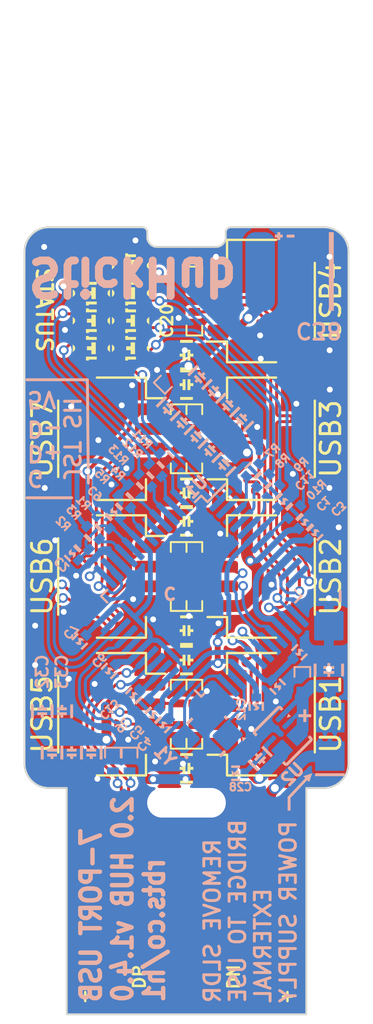
<source format=kicad_pcb>
(kicad_pcb (version 20241229) (generator "pcbnew") (generator_version "9.0")
  (layers (0 "F.Cu" signal) (2 "B.Cu" signal) (13 "F.Paste" user) (15 "B.Paste" user) (5 "F.SilkS" user "F.Silkscreen") (7 "B.SilkS" user "B.Silkscreen") (1 "F.Mask" user) (3 "B.Mask" user) (25 "Edge.Cuts" user))
  (net 0 "")
  (net 1 "GND")
  (net 2 "+5V")
  (net 3 "Net-(U1-VBUS_SENSE)")
  (net 4 "+3.3V")
  (net 5 "+1V8")
  (net 6 "Net-(U2-CAP)")
  (net 7 "Net-(D15-1)")
  (net 8 "Net-(D16-1)")
  (net 9 "Net-(D17-1)")
  (net 10 "Net-(D18-1)")
  (net 11 "Net-(D19-1)")
  (net 12 "Net-(D20-1)")
  (net 13 "Net-(D21-1)")
  (net 14 "Net-(J1-Pin_1)")
  (net 15 "Net-(U1-EXT_RST#)")
  (net 16 "Net-(U1-TEST3#)")
  (net 17 "Net-(U1-TEST1#)")
  (net 18 "Net-(U1-REXT)")
  (net 19 "/U1D-")
  (net 20 "/U1D+")
  (net 21 "/U2D-")
  (net 22 "/U2D+")
  (net 23 "/U3D-")
  (net 24 "/U3D+")
  (net 25 "/U4D-")
  (net 26 "/U4D+")
  (net 27 "/U5D-")
  (net 28 "/U5D+")
  (net 29 "/U6D-")
  (net 30 "/U6D+")
  (net 31 "/U7D-")
  (net 32 "/U7D+")
  (net 33 "/LED1")
  (net 34 "/D-")
  (net 35 "/D+")
  (net 36 "/LED2")
  (net 37 "/LED3")
  (net 38 "/LED4")
  (net 39 "/LED5")
  (net 40 "/LED6")
  (net 41 "/LED7")
  (net 42 "/LC")
  (net 43 "/XO")
  (net 44 "/XI")
  (net 45 "VIN")
  (footprint "footprints:D_0402" (layer "F.Cu") (at 150.4 96.75 -90)
    (property "Reference" "D4" (hide yes))
    (property "Value" "TVS")
  )
  (footprint "footprints:JST_SH_SM04B-SRSS-TB_1x04-1MP_P1.00mm_Horizontal" (layer "F.Cu") (at 146.15 97.75 -90)
    (property "Reference" "J7" (hide yes))
    (property "Value" "USB6")
  )
  (footprint "footprints:JST_SH_SM04B-SRSS-TB_1x04-1MP_P1.00mm_Horizontal" (layer "F.Cu") (at 146.15 90.75 -90)
    (property "Reference" "J8" (hide yes))
    (property "Value" "USB7")
  )
  (footprint "footprints:D_0402" (layer "F.Cu") (at 149.6 105.75 90)
    (property "Reference" "D10" (hide yes))
    (property "Value" "TVS")
  )
  (footprint "footprints:2012_C" (layer "F.Cu") (at 150 93.5 180)
    (property "Reference" "C18" (hide yes))
    (property "Value" "0.1uF 100V")
  )
  (footprint "footprints:2012_C" (layer "F.Cu") (at 150 100.5 180)
    (property "Reference" "C16" (hide yes))
    (property "Value" "0.1uF 100V")
  )
  (footprint "footprints:Duo_LED_1.6x0.8_Kingbright_APHB1608LZGKSURKC" (layer "F.Cu") (at 147.152792 86.15)
    (property "Reference" "D15" (hide yes))
    (property "Value" "USB")
  )
  (footprint "footprints:2012_C" (layer "F.Cu") (at 150 107.5 180)
    (property "Reference" "C14" (hide yes))
    (property "Value" "0.1uF 100V")
  )
  (footprint "footprints:D_0402" (layer "F.Cu") (at 150.4 82.75 -90)
    (property "Reference" "D8" (hide yes))
    (property "Value" "TVS")
  )
  (footprint "footprints:D_0402" (layer "F.Cu") (at 149.6 103.75 -90)
    (property "Reference" "D9" (hide yes))
    (property "Value" "TVS")
  )
  (footprint "footprints:Duo_LED_1.6x0.8_Kingbright_APHB1608LZGKSURKC" (layer "F.Cu") (at 147.152792 84.75)
    (property "Reference" "D16" (hide yes))
    (property "Value" "USB")
  )
  (footprint "footprints:D_0402" (layer "F.Cu") (at 150.4 105.75 90)
    (property "Reference" "D1" (hide yes))
    (property "Value" "TVS")
  )
  (footprint "footprints:D_0402" (layer "F.Cu") (at 150.4 91.75 90)
    (property "Reference" "D5" (hide yes))
    (property "Value" "TVS")
  )
  (footprint "footprints:D_0402" (layer "F.Cu") (at 150.4 98.75 90)
    (property "Reference" "D3" (hide yes))
    (property "Value" "TVS")
  )
  (footprint "footprints:2012_C" (layer "F.Cu") (at 150 102)
    (property "Reference" "C15" (hide yes))
    (property "Value" "0.1uF 100V")
  )
  (footprint "footprints:JST_SH_SM04B-SRSS-TB_1x04-1MP_P1.00mm_Horizontal" (layer "F.Cu") (at 153.85 104.75 90)
    (property "Reference" "J2" (hide yes))
    (property "Value" "USB1")
  )
  (footprint "footprints:Duo_LED_1.6x0.8_Kingbright_APHB1608LZGKSURKC" (layer "F.Cu") (at 145.152792 86.15)
    (property "Reference" "D19" (hide yes))
    (property "Value" "USB")
  )
  (footprint "footprints:JST_SH_SM04B-SRSS-TB_1x04-1MP_P1.00mm_Horizontal" (layer "F.Cu") (at 153.85 83.75 90)
    (property "Reference" "J5" (hide yes))
    (property "Value" "USB4")
  )
  (footprint "footprints:2012_C" (layer "F.Cu") (at 150 86.5 180)
    (property "Reference" "C20")
    (property "Value" "0.1uF 100V")
  )
  (footprint "footprints:Duo_LED_1.6x0.8_Kingbright_APHB1608LZGKSURKC" (layer "F.Cu") (at 145.152792 84.75)
    (property "Reference" "D20" (hide yes))
    (property "Value" "USB")
  )
  (footprint "footprints:D_0402" (layer "F.Cu") (at 150.4 89.75 -90)
    (property "Reference" "D6" (hide yes))
    (property "Value" "TVS")
  )
  (footprint "footprints:USB_A_PCB_traces_small" (layer "F.Cu") (at 150 120 90)
    (property "Reference" "J1" (hide yes))
    (property "Value" "HOST" (hide yes))
  )
  (footprint "footprints:2012_C" (layer "F.Cu") (at 150 94.95)
    (property "Reference" "C17" (hide yes))
    (property "Value" "0.1uF 100V")
  )
  (footprint "footprints:D_0402" (layer "F.Cu") (at 150.4 84.75 90)
    (property "Reference" "D7" (hide yes))
    (property "Value" "TVS")
  )
  (footprint "footprints:D_0402" (layer "F.Cu") (at 149.6 91.75 90)
    (property "Reference" "D14" (hide yes))
    (property "Value" "TVS")
  )
  (footprint "footprints:Duo_LED_1.6x0.8_Kingbright_APHB1608LZGKSURKC" (layer "F.Cu") (at 145.152792 83.35)
    (property "Reference" "D21" (hide yes))
    (property "Value" "USB")
  )
  (footprint "footprints:JST_SH_SM04B-SRSS-TB_1x04-1MP_P1.00mm_Horizontal" (layer "F.Cu") (at 153.85 90.75 90)
    (property "Reference" "J4" (hide yes))
    (property "Value" "USB3")
  )
  (footprint "footprints:D_0402" (layer "F.Cu") (at 149.6 96.75 -90)
    (property "Reference" "D11" (hide yes))
    (property "Value" "TVS")
  )
  (footprint "footprints:JST_SH_SM04B-SRSS-TB_1x04-1MP_P1.00mm_Horizontal" (layer "F.Cu") (at 146.15 104.75 -90)
    (property "Reference" "J6" (hide yes))
    (property "Value" "USB5")
  )
  (footprint "footprints:2012_C" (layer "F.Cu") (at 150 88)
    (property "Reference" "C19" (hide yes))
    (property "Value" "0.1uF 100V")
  )
  (footprint "footprints:Duo_LED_1.6x0.8_Kingbright_APHB1608LZGKSURKC" (layer "F.Cu") (at 147.152792 83.35)
    (property "Reference" "D17" (hide yes))
    (property "Value" "USB")
  )
  (footprint "footprints:Duo_LED_1.6x0.8_Kingbright_APHB1608LZGKSURKC" (layer "F.Cu") (at 147.152792 81.95)
    (property "Reference" "D18" (hide yes))
    (property "Value" "USB")
  )
  (footprint "footprints:D_0402" (layer "F.Cu") (at 150.4 103.75 -90)
    (property "Reference" "D2" (hide yes))
    (property "Value" "TVS")
  )
  (footprint "footprints:D_0402" (layer "F.Cu") (at 149.6 98.75 90)
    (property "Reference" "D12" (hide yes))
    (property "Value" "TVS")
  )
  (footprint "footprints:Plain_Hole_3mm" (layer "F.Cu") (at 150 109.25)
    (property "Reference" "H1")
    (property "Value" "Strap")
  )
  (footprint "footprints:JST_SH_SM04B-SRSS-TB_1x04-1MP_P1.00mm_Horizontal" (layer "F.Cu") (at 153.85 97.75 90)
    (property "Reference" "J3" (hide yes))
    (property "Value" "USB2")
  )
  (footprint "footprints:D_0402" (layer "F.Cu") (at 149.6 89.75 -90)
    (property "Reference" "D13" (hide yes))
    (property "Value" "TVS")
  )
  (footprint "footprints:1608_C" (layer "B.Cu") (at 151.392893 88.342893 45)
    (property "Reference" "C36" (hide yes))
    (property "Value" "22uF 10V")
  )
  (footprint "footprints:R_1005_C" (layer "B.Cu") (at 153.37132 92.343146 -135)
    (property "Reference" "R7")
    (property "Value" "470")
  )
  (footprint "footprints:1608_C" (layer "B.Cu") (at 142.65 104.6 90)
    (property "Reference" "C32")
    (property "Value" "22uF 10V")
  )
  (footprint "footprints:D_0402" (layer "B.Cu") (at 146.25 107.2 -90)
    (property "Reference" "D23" (hide yes))
    (property "Value" "TVS")
  )
  (footprint "footprints:1608_C" (layer "B.Cu") (at 150.685786 87.635786 45)
    (property "Reference" "C37" (hide yes))
    (property "Value" "22uF 10V")
  )
  (footprint "footprints:1005_C" (layer "B.Cu") (at 154.96231 93.934136 45)
    (property "Reference" "C11")
    (property "Value" "0.1uF")
  )
  (footprint "footprints:R_1005_C" (layer "B.Cu") (at 147.891242 92.873476 -45)
    (property "Reference" "R13")
    (property "Value" "470")
  )
  (footprint "footprints:TDFN-8_1.5x2mm_Fused-Lead_JEDEC_MO-252_W2015D" (layer "B.Cu") (at 154.9 105.85 -135)
    (property "Reference" "U2")
    (property "Value" "Dialog_SLG5NT1487V")
  )
  (footprint "footprints:1P-1.5x1.5" (layer "B.Cu") (at 157.25 100.25)
    (property "Reference" "J9" (hide yes))
    (property "Value" "EXTGND" (hide yes))
  )
  (footprint "footprints:R_1005_C" (layer "B.Cu") (at 147.360912 93.403806 -45)
    (property "Reference" "R4")
    (property "Value" "100k")
  )
  (footprint "footprints:1005_C" (layer "B.Cu") (at 155.75 101.6 45)
    (property "Reference" "C8" (hide yes))
    (property "Value" "0.1uF")
  )
  (footprint "footprints:R_1005_C" (layer "B.Cu") (at 148.951902 91.812816 -45)
    (property "Reference" "R11")
    (property "Value" "470")
  )
  (footprint "footprints:1005_C" (layer "B.Cu") (at 146.05 102.55 -135)
    (property "Reference" "C6")
    (property "Value" "0.1uF")
  )
  (footprint "footprints:1005_C" (layer "B.Cu") (at 144.178932 96.585787 135)
    (property "Reference" "C2")
    (property "Value" "0.1uF")
  )
  (footprint "footprints:R_1005_C" (layer "B.Cu") (at 147.8 104.3 -135)
    (property "Reference" "R6")
    (property "Value" "2.7k")
  )
  (footprint "footprints:1005_C" (layer "B.Cu") (at 148.8 105.3 -135)
    (property "Reference" "C4")
    (property "Value" "10uF 6.3V")
  )
  (footprint "footprints:D_0402" (layer "B.Cu") (at 155.9 103.1 -90)
    (property "Reference" "D24" (hide yes))
    (property "Value" "5V")
  )
  (footprint "footprints:Creative_Commons_BY_Mask" (layer "B.Cu") (at 150.9 98.6)
    (property "Reference" "LOGO2" (hide yes))
    (property "Value" "Logo" (hide yes))
  )
  (footprint "footprints:D_0402" (layer "B.Cu") (at 149.15 87.65 45)
    (property "Reference" "D25" (hide yes))
    (property "Value" "5V")
  )
  (footprint "footprints:R_1005_C" (layer "B.Cu") (at 155.49264 94.464466 -135)
    (property "Reference" "R10")
    (property "Value" "470")
  )
  (footprint "footprints:R_1005_C" (layer "B.Cu") (at 144.709262 96.055456 135)
    (property "Reference" "R2")
    (property "Value" "100k")
  )
  (footprint "footprints:R_1005_C" (layer "B.Cu") (at 153.90165 92.873476 -135)
    (property "Reference" "R8")
    (property "Value" "470")
  )
  (footprint "footprints:1005_C" (layer "B.Cu") (at 152.5 107.75 180)
    (property "Reference" "C28")
    (property "Value" "15nF")
  )
  (footprint "footprints:1005_C" (layer "B.Cu") (at 156.5533 95.525126 45)
    (property "Reference" "C3")
    (property "Value" "10uF 6.3V")
  )
  (footprint "footprints:1005_C" (layer "B.Cu") (at 148.3 104.8 -135)
    (property "Reference" "C5")
    (property "Value" "0.1uF")
  )
  (footprint "footprints:1608_C" (layer "B.Cu") (at 153.75 107 135)
    (property "Reference" "C22" (hide yes))
    (property "Value" "22uF 10V")
  )
  (footprint "footprints:1608_C" (layer "B.Cu") (at 151.2 91.35 -135)
    (property "Reference" "C26" (hide yes))
    (property "Value" "22uF 10V")
  )
  (footprint "footprints:Creative_Commons_CC_Mask" (layer "B.Cu") (at 149.4 98.6 180)
    (property "Reference" "LOGO1" (hide yes))
    (property "Value" "Logo" (hide yes))
  )
  (footprint "footprints:Creative_Commons_NC_Mask" (layer "B.Cu") (at 149.4 97.1)
    (property "Reference" "LOGO3" (hide yes))
    (property "Value" "Logo" (hide yes))
  )
  (footprint "footprints:Creative_Commons_SA_Mask" (layer "B.Cu") (at 150.9 97.1)
    (property "Reference" "LOGO4" (hide yes))
    (property "Value" "Logo" (hide yes))
  )
  (footprint "footprints:1608_C" (layer "B.Cu") (at 150.492893 90.642893 -135)
    (property "Reference" "C25" (hide yes))
    (property "Value" "22uF 10V")
  )
  (footprint "footprints:Crystal_4-SMD_2.5x2mm" (layer "B.Cu") (at 150.997487 105.927135 -135)
    (property "Reference" "Y1")
    (property "Value" "12MHz 50ppm 16-20pF" (hide yes))
  )
  (footprint "footprints:1608_C" (layer "B.Cu") (at 152.807107 89.757107 45)
    (property "Reference" "C34" (hide yes))
    (property "Value" "22uF 10V")
  )
  (footprint "footprints:1608_C" (layer "B.Cu") (at 144.15 106.7 -90)
    (property "Reference" "C29" (hide yes))
    (property "Value" "22uF 10V")
  )
  (footprint "footprints:R_1005_C" (layer "B.Cu") (at 148.421572 92.343146 -45)
    (property "Reference" "R12")
    (property "Value" "470")
  )
  (footprint "footprints:D_0402" (layer "B.Cu") (at 147.1 107.2 -90)
    (property "Reference" "D22" (hide yes))
    (property "Value" "TVS")
  )
  (footprint "footprints:LQFP-48_7x7mm_P0.5mm" (layer "B.Cu") (at 150.75 98.75 -135)
    (property "Reference" "U1")
    (property "Value" "MaxLinear_XR22417-48")
  )
  (footprint "footprints:JP-2_1.5x1.5" (layer "B.Cu") (at 157.25 105.9 90)
    (property "Reference" "JP1" (hide yes))
    (property "Value" "EXTPWR")
  )
  (footprint "footprints:R_1005_C" (layer "B.Cu") (at 145.769922 94.994796 -45)
    (property "Reference" "R1")
    (property "Value" "10k")
  )
  (footprint "footprints:R_1005_C" (layer "B.Cu") (at 154.43198 93.403806 -135)
    (property "Reference" "R9")
    (property "Value" "470")
  )
  (footprint "footprints:1608_C" (layer "B.Cu") (at 149.785785 89.935786 -135)
    (property "Reference" "C24" (hide yes))
    (property "Value" "22uF 10V")
  )
  (footprint "footprints:1608_C" (layer "B.Cu") (at 152.1 89.05 45)
    (property "Reference" "C35" (hide yes))
    (property "Value" "22uF 10V")
  )
  (footprint "footprints:CP_Elec_6.3x11_Board_Edge_Mirrored" (layer "B.Cu") (at 155 80 180)
    (property "Reference" "C38")
    (property "Value" "330uF 10V")
  )
  (footprint "footprints:1005_C" (layer "B.Cu") (at 144.562816 101.048097 -135)
    (property "Reference" "C7")
    (property "Value" "0.1uF")
  )
  (footprint "footprints:1005_C" (layer "B.Cu") (at 156.02297 94.994796 45)
    (property "Reference" "C1")
    (property "Value" "1uF 10V")
  )
  (footprint "footprints:1005_C" (layer "B.Cu") (at 146.300252 94.464466 135)
    (property "Reference" "C9")
    (property "Value" "0.1uF")
  )
  (footprint "footprints:1005_C" (layer "B.Cu") (at 147.3 103.8 -135)
    (property "Reference" "C13")
    (property "Value" "0.1uF")
  )
  (footprint "footprints:1005_C" (layer "B.Cu") (at 154.639086 103.346194 -45)
    (property "Reference" "C10" (hide yes))
    (property "Value" "0.1uF")
  )
  (footprint "footprints:1608_C" (layer "B.Cu") (at 143.15 106.7 -90)
    (property "Reference" "C31" (hide yes))
    (property "Value" "22uF 10V")
  )
  (footprint "footprints:1005_C" (layer "B.Cu") (at 153.55 104.35 -90)
    (property "Reference" "C12")
    (property "Value" "0.1uF")
  )
  (footprint "footprints:R_1005_C" (layer "B.Cu") (at 146.830582 93.934136 -45)
    (property "Reference" "R5")
    (property "Value" "100k")
  )
  (footprint "footprints:1608_C" (layer "B.Cu") (at 143.65 104.6 90)
    (property "Reference" "C33")
    (property "Value" "22uF 10V")
  )
  (footprint "footprints:1608_C" (layer "B.Cu") (at 145.15 106.7 -90)
    (property "Reference" "C30" (hide yes))
    (property "Value" "22uF 10V")
  )
  (footprint "footprints:R_1005_C" (layer "B.Cu") (at 145.239592 95.525126 -45)
    (property "Reference" "R3")
    (property "Value" "100k")
  )
  (footprint "footprints:1608_C" (layer "B.Cu") (at 151.907106 92.057107 -135)
    (property "Reference" "C27" (hide yes))
    (property "Value" "22uF 10V")
  )
  (footprint "footprints:1608_C" (layer "B.Cu") (at 149.078679 89.22868 -135)
    (property "Reference" "C23" (hide yes))
    (property "Value" "22uF 10V")
  )
  (footprint "footprints:2012_C" (layer "B.Cu") (at 157.25 102.5 90)
    (property "Reference" "C21" (hide yes))
    (property "Value" "0.1uF 100V")
  )
  (gr_line (start 144.95 87.75) (end 145 93) (stroke (width 0.15)) (layer "B.SilkS"))
  (gr_line (start 141.875 87.75) (end 144.95 87.75) (stroke (width 0.15)) (layer "B.SilkS"))
  (gr_line (start 144.15 93.75) (end 141.875 93.75) (stroke (width 0.15)) (layer "B.SilkS"))
  (gr_poly (pts (xy 156.25 108.2) (xy 156.15 108.1) (xy 155.3 109) (xy 155.3 109.65) (xy 155.15 109.65) (xy 155.15 108.95) (xy 156.05 108) (xy 155.95 107.9) (xy 156.4 107.75)) (fill yes) (layer "B.SilkS"))
  (gr_poly (pts (xy 157.9 99.05) (xy 157.75 99.05) (xy 157.75 98.45) (xy 157.9 98.45)) (fill yes) (layer "B.SilkS"))
  (gr_poly (pts (xy 156.1 104.75) (xy 156.35 104.75) (xy 156.35 104.9) (xy 156.1 104.9) (xy 156.1 105.15) (xy 155.95 105.15) (xy 155.95 104.9) (xy 155.7 104.9) (xy 155.7 104.75) (xy 155.95 104.75) (xy 155.95 104.5) (xy 156.1 104.5)) (fill yes) (layer "B.SilkS"))
  (gr_line (start 152.25 80) (end 157 80) (stroke (width 0.1)) (layer "Edge.Cuts"))
  (gr_line (start 148.5 81) (end 151.5 81) (stroke (width 0.1)) (layer "Edge.Cuts"))
  (gr_line (start 157 108.5) (end 156.1 108.5) (stroke (width 0.1)) (layer "Edge.Cuts"))
  (gr_line (start 141.75 107.25) (end 141.75 81.25) (stroke (width 0.1)) (layer "Edge.Cuts"))
  (gr_line (start 156.1 120) (end 156.1 108.5) (stroke (width 0.1)) (layer "Edge.Cuts"))
  (gr_line (start 148 80.25) (end 148 80.5) (stroke (width 0.1)) (layer "Edge.Cuts"))
  (gr_arc (start 152 80.25) (mid 152.073223 80.073223) (end 152.25 80) (stroke (width 0.1)) (layer "Edge.Cuts"))
  (gr_line (start 143.9 120) (end 143.9 108.5) (stroke (width 0.1)) (layer "Edge.Cuts"))
  (gr_arc (start 141.75 81.25) (mid 142.116117 80.366117) (end 143 80) (stroke (width 0.1)) (layer "Edge.Cuts"))
  (gr_arc (start 147.75 80) (mid 147.926777 80.073223) (end 148 80.25) (stroke (width 0.1)) (layer "Edge.Cuts"))
  (gr_arc (start 143 108.5) (mid 142.116117 108.133883) (end 141.75 107.25) (stroke (width 0.1)) (layer "Edge.Cuts"))
  (gr_line (start 143.9 120) (end 156.1 120) (stroke (width 0.1)) (layer "Edge.Cuts"))
  (gr_line (start 158.25 81.25) (end 158.25 107.25) (stroke (width 0.1)) (layer "Edge.Cuts"))
  (gr_line (start 143 80) (end 147.75 80) (stroke (width 0.1)) (layer "Edge.Cuts"))
  (gr_arc (start 158.25 107.25) (mid 157.883883 108.133883) (end 157 108.5) (stroke (width 0.1)) (layer "Edge.Cuts"))
  (gr_arc (start 157 80) (mid 157.883883 80.366117) (end 158.25 81.25) (stroke (width 0.1)) (layer "Edge.Cuts"))
  (gr_arc (start 148.5 81) (mid 148.146447 80.853553) (end 148 80.5) (stroke (width 0.1)) (layer "Edge.Cuts"))
  (gr_line (start 143.9 108.5) (end 143 108.5) (stroke (width 0.1)) (layer "Edge.Cuts"))
  (gr_arc (start 152 80.5) (mid 151.853553 80.853553) (end 151.5 81) (stroke (width 0.1)) (layer "Edge.Cuts"))
  (gr_line (start 152 80.5) (end 152 80.25) (stroke (width 0.1)) (layer "Edge.Cuts"))
  (gr_text "STATUS" (at 142.75 84.2 270) (layer "F.SilkS") (effects (font (size 0.8 0.8))))
  (gr_text "G" (at 141.8 92.75 180) (layer "B.SilkS") (effects (font (size 0.8 0.8)) (justify left mirror)))
  (gr_text "D-" (at 141.8 90.25 180) (layer "B.SilkS") (effects (font (size 0.8 0.8)) (justify left mirror)))
  (gr_text "JST SH" (at 144.15 90.75 270) (layer "B.SilkS") (effects (font (size 0.8 0.8)) (justify mirror)))
  (gr_text "StickHub" (at 147.25 82.5 180) (layer "B.SilkS") (effects (font (size 1.8 1.6) (thickness 0.4)) (justify mirror)))
  (gr_text "D+" (at 141.8 91.5 180) (layer "B.SilkS") (effects (font (size 0.8 0.8)) (justify left mirror)))
  (gr_text "5V" (at 141.8 88.75 180) (layer "B.SilkS") (effects (font (size 0.8 0.8)) (justify left mirror)))
  (gr_text "REMOVE SLDR\nBRIDGE TO USE\nEXTERNAL\nPOWER SUPPLY" (at 153.25 119.5 90) (layer "B.SilkS") (effects (font (size 0.8 0.8)) (justify right mirror)))
  (gr_text "7-PORT USB\n2.0 HUB v1.4.0\nrbts.co/h1" (at 146.75 119.5 90) (layer "B.SilkS") (effects (font (size 1 0.9) (thickness 0.225)) (justify right mirror)))
  (segment (start 143.69 85.34) (end 143.81 85.22) (width 0.15) (layer "F.Cu") (net 1))
  (segment (start 145.46 108.03) (end 144.755 108.03) (width 0.6) (layer "F.Cu") (net 1))
  (segment (start 149.5 89.265) (end 150.5 89.265) (width 0.25) (layer "F.Cu") (net 1))
  (segment (start 155.875 94.95) (end 157.45 94.95) (width 0.4) (layer "F.Cu") (net 1))
  (segment (start 155.875 93.55) (end 156.175 93.25) (width 0.4) (layer "F.Cu") (net 1))
  (segment (start 153.78 86.68) (end 153.78 85.53) (width 0.15) (layer "F.Cu") (net 1))
  (segment (start 150.5 92.235) (end 150.03 92.705) (width 0.4) (layer "F.Cu") (net 1))
  (segment (start 142.25 85.34) (end 143.69 85.34) (width 0.15) (layer "F.Cu") (net 1))
  (segment (start 151.85 95.7) (end 151.72 95.57) (width 0.25) (layer "F.Cu") (net 1))
  (segment (start 143.041636 100.25) (end 142.29 100.25) (width 0.4) (layer "F.Cu") (net 1))
  (segment (start 144.125 87.95) (end 142.45 87.95) (width 0.4) (layer "F.Cu") (net 1))
  (segment (start 150.825 88) (end 150.825 88.075) (width 0.5) (layer "F.Cu") (net 1))
  (segment (start 148.3 92.55) (end 148 92.25) (width 0.4) (layer "F.Cu") (net 1))
  (segment (start 143.31 96.64) (end 143.31 95.91) (width 0.15) (layer "F.Cu") (net 1))
  (segment (start 152 82.25) (end 154.575 82.25) (width 0.15) (layer "F.Cu") (net 1))
  (segment (start 150.5 92.235) (end 149.5 92.235) (width 0.25) (layer "F.Cu") (net 1))
  (segment (start 148.5 87.638006) (end 148.5 87.25) (width 0.4) (layer "F.Cu") (net 1))
  (segment (start 156.175 93.25) (end 157.28 93.25) (width 0.4) (layer "F.Cu") (net 1))
  (segment (start 150.5 89.265) (end 151.985 89.265) (width 0.25) (layer "F.Cu") (net 1))
  (segment (start 149.94999 84.653056) (end 149.86999 84.573056) (width 0.15) (layer "F.Cu") (net 1))
  (segment (start 148 99.25) (end 149.616884 99.25) (width 0.4) (layer "F.Cu") (net 1))
  (segment (start 148 106.25) (end 147.24 106.25) (width 0.25) (layer "F.Cu") (net 1))
  (segment (start 149.5 92.235) (end 148.015 92.235) (width 0.25) (layer "F.Cu") (net 1))
  (segment (start 142.25 85.34) (end 142.25 81.5) (width 0.4) (layer "F.Cu") (net 1))
  (segment (start 144.755 108.03) (end 144.275 107.55) (width 0.6) (layer "F.Cu") (net 1))
  (segment (start 147.24 106.25) (end 147.03 106.04) (width 0.25) (layer "F.Cu") (net 1))
  (segment (start 150.195 95.58) (end 150.825 94.95) (width 0.5) (layer "F.Cu") (net 1))
  (segment (start 149.86999 82.926944) (end 149.94999 82.846944) (width 0.15) (layer "F.Cu") (net 1))
  (segment (start 152 89.25) (end 152.420453 89.25) (width 0.4) (layer "F.Cu") (net 1))
  (segment (start 152 103.25) (end 150.515 103.25) (width 0.4) (layer "F.Cu") (net 1))
  (segment (start 150.5 96.265) (end 150.5 96.02) (width 0.4) (layer "F.Cu") (net 1))
  (segment (start 147.300003 88.100003) (end 148.038003 88.100003) (width 0.4) (layer "F.Cu") (net 1))
  (segment (start 148.015 106.235) (end 148 106.25) (width 0.4) (layer "F.Cu") (net 1))
  (segment (start 144 102.95) (end 142.99 102.95) (width 0.4) (layer "F.Cu") (net 1))
  (segment (start 143.31 95.765) (end 144.125 94.95) (width 0.25) (layer "F.Cu") (net 1))
  (segment (start 148.038003 88.100003) (end 148.5 87.638006) (width 0.4) (layer "F.Cu") (net 1))
  (segment (start 150.5 82.265) (end 151.985 82.265) (width 0.15) (layer "F.Cu") (net 1))
  (segment (start 145.32 103.21) (end 144.26 103.21) (width 0.4) (layer "F.Cu") (net 1))
  (segment (start 155.875 100.55) (end 156.57 100.55) (width 0.25) (layer "F.Cu") (net 1))
  (segment (start 144.125 89.115) (end 144.12 89.11) (width 0.25) (layer "F.Cu") (net 1))
  (segment (start 150.5 103.265) (end 150.57 103.195) (width 0.4) (layer "F.Cu") (net 1))
  (segment (start 146.938761 92.25) (end 146.180031 93.00873) (width 0.25) (layer "F.Cu") (net 1))
  (segment (start 149.616884 99.25) (end 150.124571 99.757687) (width 0.4) (layer "F.Cu") (net 1))
  (segment (start 144.125 89.105) (end 144.12 89.11) (width 0.4) (layer "F.Cu") (net 1))
  (segment (start 144.125 94.95) (end 144.125 93.55) (width 0.25) (layer "F.Cu") (net 1))
  (segment (start 149.86999 84.573056) (end 149.86999 84.026944) (width 0.15) (layer "F.Cu") (net 1))
  (segment (start 142.45 87.95) (end 142.25 87.75) (width 0.4) (layer "F.Cu") (net 1))
  (segment (start 148 99.25) (end 147.63 99.25) (width 0.25) (layer "F.Cu") (net 1))
  (segment (start 150.03 92.705) (end 150.03 92.96) (width 0.4) (layer "F.Cu") (net 1))
  (segment (start 143.31 95.91) (end 143.31 95.765) (width 0.25) (layer "F.Cu") (net 1))
  (segment (start 157 87.95) (end 157.3 88.25) (width 0.4) (layer "F.Cu") (net 1))
  (segment (start 149.86999 84.026944) (end 149.85 84.006954) (width 0.15) (layer "F.Cu") (net 1))
  (segment (start 145.75 114.71) (end 145.75 108.5) (width 0.6) (layer "F.Cu") (net 1))
  (segment (start 144.125 107.55) (end 144.8 107.55) (width 0.4) (layer "F.Cu") (net 1))
  (segment (start 144.125 107.55) (end 144.98 107.55) (width 0.15) (layer "F.Cu") (net 1))
  (segment (start 145.75 108.32) (end 145.46 108.03) (width 0.6) (layer "F.Cu") (net 1))
  (segment (start 151.985 82.265) (end 152 82.25) (width 0.15) (layer "F.Cu") (net 1))
  (segment (start 151.835 96.265) (end 151.85 96.25) (width 0.25) (layer "F.Cu") (net 1))
  (segment (start 144.125 87.95) (end 147.15 87.95) (width 0.15) (layer "F.Cu") (net 1))
  (segment (start 144.98 107.55) (end 145.46 108.03) (width 0.15) (layer "F.Cu") (net 1))
  (segment (start 154.575 82.25) (end 155.875 80.95) (width 0.15) (layer "F.Cu") (net 1))
  (segment (start 151.985 103.265) (end 152 103.25) (width 0.4) (layer "F.Cu") (net 1))
  (segment (start 156.57 100.55) (end 157.8 99.32) (width 0.25) (layer "F.Cu") (net 1))
  (segment (start 149.94999 82.81501) (end 150.5 82.265) (width 0.15) (layer "F.Cu") (net 1))
  (segment (start 155.725 101.95) (end 156.75 101.95) (width 0.25) (layer "F.Cu") (net 1))
  (segment (start 150.515 103.25) (end 150.5 103.265) (width 0.4) (layer "F.Cu") (net 1))
  (segment (start 150.5 96.02) (end 150.06 95.58) (width 0.4) (layer "F.Cu") (net 1))
  (segment (start 157.8 99.32) (end 157.8 96.875) (width 0.25) (layer "F.Cu") (net 1))
  (segment (start 146.19 115.15) (end 145.75 114.71) (width 0.6) (layer "F.Cu") (net 1))
  (segment (start 150.5 96.265) (end 151.835 96.265) (width 0.25) (layer "F.Cu") (net 1))
  (segment (start 149.911324 85.823676) (end 149.911324 86.248711) (width 0.4) (layer "F.Cu") (net 1))
  (segment (start 142.25 87.75) (end 142.25 85.34) (width 0.4) (layer "F.Cu") (net 1))
  (segment (start 149.86999 83.473056) (end 149.86999 82.926944) (width 0.15) (layer "F.Cu") (net 1))
  (segment (start 142.99 102.95) (end 142.29 102.25) (width 0.4) (layer "F.Cu") (net 1))
  (segment (start 149.5 106.235) (end 148.015 106.235) (width 0.4) (layer "F.Cu") (net 1))
  (segment (start 156.73 80.95) (end 157.28 81.5) (width 0.4) (layer "F.Cu") (net 1))
  (segment (start 144.38 97.71) (end 143.31 96.64) (width 0.15) (layer "F.Cu") (net 1))
  (segment (start 153.78 85.53) (end 153.75 85.5) (width 0.15) (layer "F.Cu") (net 1))
  (segment (start 155.59501 88.22999) (end 155.59501 88.97) (width 0.15) (layer "F.Cu") (net 1))
  (segment (start 144.26 103.21) (end 144 102.95) (width 0.4) (layer "F.Cu") (net 1))
  (segment (start 149.85 83.493046) (end 149.86999 83.473056) (width 0.15) (layer "F.Cu") (net 1))
  (segment (start 144.125 93.55) (end 144.125 89.115) (width 0.25) (layer "F.Cu") (net 1))
  (segment (start 157.8 96.875) (end 155.875 94.95) (width 0.25) (layer "F.Cu") (net 1))
  (segment (start 144.8 107.55) (end 145.65 108.4) (width 0.4) (layer "F.Cu") (net 1))
  (segment (start 144.125 93.55) (end 143.08 93.55) (width 0.4) (layer "F.Cu") (net 1))
  (segment (start 150.825 88.075) (end 149.6 89.3) (width 0.5) (layer "F.Cu") (net 1))
  (segment (start 155.875 86.55) (end 155.875 87.95) (width 0.25) (layer "F.Cu") (net 1))
  (segment (start 151.5 81.5) (end 151.83 81.5) (width 0.4) (layer "F.Cu") (net 1))
  (segment (start 144.12 89.11) (end 144.12 89.43) (width 0.15) (layer "F.Cu") (net 1))
  (segment (start 148.015 92.235) (end 148 92.25) (width 0.25) (layer "F.Cu") (net 1))
  (segment (start 150.19 85.2) (end 149.6 84.61) (width 0.15) (layer "F.Cu") (net 1))
  (segment (start 149.5 96.25) (end 150.485 96.25) (width 0.15) (layer "F.Cu") (net 1))
  (segment (start 151.85 88.75) (end 151.6 88.5) (width 0.15) (layer "F.Cu") (net 1))
  (segment (start 155.875 93.55) (end 155.875 94.95) (width 0.25) (layer "F.Cu") (net 1))
  (segment (start 151.83 81.5) (end 152.38 80.95) (width 0.4) (layer "F.Cu") (net 1))
  (segment (start 144.125 87.95) (end 144.125 89.105) (width 0.4) (layer "F.Cu") (net 1))
  (segment (start 156.75 101.95) (end 157.25 102.45) (width 0.25) (layer "F.Cu") (net 1))
  (segment (start 150.5 85.235) (end 149.94999 84.68499) (width 0.15) (layer "F.Cu") (net 1))
  (segment (start 155.414117 93.089117) (end 155.414117 92.535883) (width 0.4) (layer "F.Cu") (net 1))
  (segment (start 145.75 108.5) (end 145.75 108.32) (width 0.6) (layer "F.Cu") (net 1))
  (segment (start 143.08 93.55) (end 142.78 93.25) (width 0.4) (layer "F.Cu") (net 1))
  (segment (start 149.94999 82.846944) (end 149.94999 82.81501) (width 0.15) (layer "F.Cu") (net 1))
  (segment (start 148 92.25) (end 146.938761 92.25) (width 0.15) (layer "F.Cu") (net 1))
  (segment (start 155.875 80.95) (end 152.38 80.95) (width 0.4) (layer "F.Cu") (net 1))
  (segment (start 155.875 93.55) (end 155.414117 93.089117) (width 0.4) (layer "F.Cu") (net 1))
  (segment (start 149.5 103.265) (end 150.5 103.265) (width 0.4) (layer "F.Cu") (net 1))
  (segment (start 155.875 100.55) (end 155.875 101.95) (width 0.25) (layer "F.Cu") (net 1))
  (segment (start 147.23 88.03) (end 147.300003 88.100003) (width 0.4) (layer "F.Cu") (net 1))
  (segment (start 149.175 107.5) (end 148.75 107.5) (width 0.4) (layer "F.Cu") (net 1))
  (segment (start 155.875 80.95) (end 155.875 86.55) (width 0.25) (layer "F.Cu") (net 1))
  (segment (start 151.85 89.25) (end 151.85 88.75) (width 0.15) (layer "F.Cu") (net 1))
  (segment (start 142.25 81.5) (end 142.75 81) (width 0.4) (layer "F.Cu") (net 1))
  (segment (start 146.180031 93.00873) (end 146.180031 93.072237) (width 0.25) (layer "F.Cu") (net 1))
  (segment (start 155.875 86.55) (end 156.175 86.25) (width 0.4) (layer "F.Cu") (net 1))
  (segment (start 150.5 85.235) (end 149.911324 85.823676) (width 0.4) (layer "F.Cu") (net 1))
  (segment (start 149.85 84.006954) (end 149.85 83.493046) (width 0.15) (layer "F.Cu") (net 1))
  (segment (start 150.5 106.235) (end 149.5 106.235) (width 0.4) (layer "F.Cu") (net 1))
  (segment (start 155.875 87.95) (end 157 87.95) (width 0.4) (layer "F.Cu") (net 1))
  (segment (start 151.85 96.25) (end 151.85 95.7) (width 0.25) (layer "F.Cu") (net 1))
  (segment (start 144.12 89.43) (end 145.51 90.82) (width 0.15) (layer "F.Cu") (net 1))
  (segment (start 150.485 96.25) (end 150.5 96.265) (width 0.15) (layer "F.Cu") (net 1))
  (segment (start 152.7 89.25) (end 153.6 90.15) (width 0.4) (layer "F.Cu") (net 1))
  (segment (start 148.75 107.5) (end 148.4 107.15) (width 0.4) (layer "F.Cu") (net 1))
  (segment (start 143.74501 99.546626) (end 143.041636 100.25) (width 0.4) (layer "F.Cu") (net 1))
  (segment (start 156.175 86.25) (end 157.29 86.25) (width 0.4) (layer "F.Cu") (net 1))
  (segment (start 151.85 89.25) (end 152.7 89.25) (width 0.4) (layer "F.Cu") (net 1))
  (segment (start 150.06 95.58) (end 150.195 95.58) (width 0.5) (layer "F.Cu") (net 1))
  (segment (start 151.985 89.265) (end 152 89.25) (width 0.25) (layer "F.Cu") (net 1))
  (segment (start 155.875 80.95) (end 156.73 80.95) (width 0.4) (layer "F.Cu") (net 1))
  (segment (start 157.45 94.95) (end 157.75 95.25) (width 0.4) (layer "F.Cu") (net 1))
  (segment (start 147.63 99.25) (end 147.28 98.9) (width 0.25) (layer "F.Cu") (net 1))
  (segment (start 151.7 88.95) (end 152 89.25) (width 0.4) (layer "F.Cu") (net 1))
  (segment (start 155.875 87.95) (end 155.59501 88.22999) (width 0.15) (layer "F.Cu") (net 1))
  (segment (start 150.4 85.2) (end 150.19 85.2) (width 0.15) (layer "F.Cu") (net 1))
  (segment (start 147.15 87.95) (end 147.23 88.03) (width 0.15) (layer "F.Cu") (net 1))
  (segment (start 149.94999 84.68499) (end 149.94999 84.653056) (width 0.15) (layer "F.Cu") (net 1))
  (via (at 157.25 102.45) (size 0.5) (drill 0.3) (layers "F.Cu" "B.Cu") (net 1))
  (via (at 151.5 81.5) (size 0.5) (drill 0.3) (layers "F.Cu" "B.Cu") (net 1))
  (via (at 142.78 93.25) (size 0.5) (drill 0.3) (layers "F.Cu" "B.Cu") (net 1))
  (via (at 150.124571 99.757687) (size 0.5) (drill 0.3) (layers "F.Cu" "B.Cu") (net 1))
  (via (at 146.180031 93.072237) (size 0.5) (drill 0.3) (layers "F.Cu" "B.Cu") (net 1))
  (via (at 157.3 88.25) (size 0.5) (drill 0.3) (layers "F.Cu" "B.Cu") (net 1))
  (via (at 142.29 100.25) (size 0.5) (drill 0.3) (layers "F.Cu" "B.Cu") (net 1))
  (via (at 142.75 81) (size 0.5) (drill 0.3) (layers "F.Cu" "B.Cu") (net 1))
  (via (at 150.03 92.96) (size 0.5) (drill 0.3) (layers "F.Cu" "B.Cu") (net 1))
  (via (at 148.3 99.93) (size 0.5) (drill 0.3) (layers "F.Cu" "B.Cu") (net 1))
  (via (at 157.25 98.85) (size 0.5) (drill 0.3) (layers "F.Cu" "B.Cu") (net 1))
  (via (at 148.4 107.15) (size 0.5) (drill 0.3) (layers "F.Cu" "B.Cu") (net 1))
  (via (at 147.23 88.03) (size 0.5) (drill 0.3) (layers "F.Cu" "B.Cu") (net 1))
  (via (at 157.28 81.5) (size 0.5) (drill 0.3) (layers "F.Cu" "B.Cu") (net 1))
  (via (at 149.819271 107.261475) (size 0.5) (drill 0.3) (layers "F.Cu" "B.Cu") (net 1))
  (via (at 157.29 86.25) (size 0.5) (drill 0.3) (layers "F.Cu" "B.Cu") (net 1))
  (via (at 153.78 86.68) (size 0.5) (drill 0.3) (layers "F.Cu" "B.Cu") (net 1))
  (via (at 143.31 95.91) (size 0.5) (drill 0.3) (layers "F.Cu" "B.Cu") (net 1))
  (via (at 147.03 106.04) (size 0.5) (drill 0.3) (layers "F.Cu" "B.Cu") (net 1))
  (via (at 147.28 98.9) (size 0.5) (drill 0.3) (layers "F.Cu" "B.Cu") (net 1))
  (via (at 157.28 93.25) (size 0.5) (drill 0.3) (layers "F.Cu" "B.Cu") (net 1))
  (via (at 142.29 102.25) (size 0.5) (drill 0.3) (layers "F.Cu" "B.Cu") (net 1))
  (via (at 151.72 95.57) (size 0.5) (drill 0.3) (layers "F.Cu" "B.Cu") (net 1))
  (via (at 155.414117 92.535883) (size 0.5) (drill 0.3) (layers "F.Cu" "B.Cu") (net 1))
  (via (at 151.034229 103.573736) (size 0.5) (drill 0.3) (layers "F.Cu" "B.Cu") (net 1))
  (via (at 146.7 89.05) (size 0.5) (drill 0.3) (layers "F.Cu" "B.Cu") (net 1))
  (via (at 148.5 87.25) (size 0.5) (drill 0.3) (layers "F.Cu" "B.Cu") (net 1))
  (via (at 153.3 105.5) (size 0.5) (drill 0.3) (layers "F.Cu" "B.Cu") (net 1))
  (via (at 154.331365 98.163517) (size 0.5) (drill 0.3) (layers "F.Cu" "B.Cu") (net 1))
  (via (at 150.06 95.58) (size 0.5) (drill 0.3) (layers "F.Cu" "B.Cu") (net 1))
  (via (at 143.81 85.22) (size 0.5) (drill 0.3) (layers "F.Cu" "B.Cu") (net 1))
  (via (at 157.75 95.25) (size 0.5) (drill 0.3) (layers "F.Cu" "B.Cu") (net 1))
  (via (at 153.75 85.5) (size 0.5) (drill 0.3) (layers "F.Cu" "B.Cu") (net 1))
  (via (at 143.74501 99.546626) (size 0.5) (drill 0.3) (layers "F.Cu" "B.Cu") (net 1))
  (via (at 153.6 90.15) (size 0.5) (drill 0.3) (layers "F.Cu" "B.Cu") (net 1))
  (via (at 151.629053 100.129053) (size 0.5) (drill 0.3) (layers "F.Cu" "B.Cu") (net 1))
  (via (at 147.4 80.67) (size 0.5) (drill 0.3) (layers "F.Cu" "B.Cu") (net 1))
  (via (at 144.12 89.11) (size 0.5) (drill 0.3) (layers "F.Cu" "B.Cu") (net 1))
  (via (at 144 102.95) (size 0.5) (drill 0.3) (layers "F.Cu" "B.Cu") (net 1))
  (via (at 145.46 108.03) (size 0.5) (drill 0.3) (layers "F.Cu" "B.Cu") (net 1))
  (via (at 144.38 97.71) (size 0.5) (drill 0.3) (layers "F.Cu" "B.Cu") (net 1))
  (via (at 154.55 104.1) (size 0.5) (drill 0.3) (layers "F.Cu" "B.Cu") (net 1))
  (via (at 149.911324 86.248711) (size 0.5) (drill 0.3) (layers "F.Cu" "B.Cu") (net 1))
  (via (at 146.938761 92.25) (size 0.5) (drill 0.3) (layers "F.Cu" "B.Cu") (net 1))
  (via (at 155.59501 88.97) (size 0.5) (drill 0.3) (layers "F.Cu" "B.Cu") (net 1))
  (via (at 145.32 103.21) (size 0.5) (drill 0.3) (layers "F.Cu" "B.Cu") (net 1))
  (via (at 145.51 90.82) (size 0.5) (drill 0.3) (layers "F.Cu" "B.Cu") (net 1))
  (via (at 151.6 88.5) (size 0.5) (drill 0.3) (layers "F.Cu" "B.Cu") (net 1))
  (via (at 149.6 84.61) (size 0.5) (drill 0.3) (layers "F.Cu" "B.Cu") (net 1))
  (segment (start 147.23 88.52) (end 146.7 89.05) (width 0.25) (layer "B.Cu") (net 1))
  (segment (start 157.25 102.45) (end 157.25 101.675) (width 0.25) (layer "B.Cu") (net 1))
  (segment (start 142.78 95.38) (end 142.78 93.25) (width 0.4) (layer "B.Cu") (net 1))
  (segment (start 144.244618 101.366295) (end 143.74501 100.866687) (width 0.4) (layer "B.Cu") (net 1))
  (segment (start 157.3 93.23) (end 157.28 93.25) (width 0.4) (layer "B.Cu") (net 1))
  (segment (start 148.472313 99.757687) (end 148.3 99.93) (width 0.25) (layer "B.Cu") (net 1))
  (segment (start 153.927728 105.761612) (end 153.55 105.383884) (width 0.25) (layer "B.Cu") (net 1))
  (segment (start 153.927728 105.761612) (end 153.927728 105.867678) (width 0.25) (layer "B.Cu") (net 1))
  (segment (start 151.103553 103.64306) (end 151.034229 103.573736) (width 0.4) (layer "B.Cu") (net 1))
  (segment (start 151.103553 104.831119) (end 151.103553 103.64306) (width 0.4) (layer "B.Cu") (net 1))
  (segment (start 155.59501 88.49501) (end 153.78 86.68) (width 0.15) (layer "B.Cu") (net 1))
  (segment (start 150.124571 99.757687) (end 151.257687 99.757687) (width 0.4) (layer "B.Cu") (net 1))
  (segment (start 147.28 97.754874) (end 147.28 98.9) (width 0.25) (layer "B.Cu") (net 1))
  (segment (start 154.957284 103.692716) (end 154.55 104.1) (width 0.25) (layer "B.Cu") (net 1))
  (segment (start 157.25 101.675) (end 157.25 100.25) (width 0.3) (layer "B.Cu") (net 1))
  (segment (start 147.780152 104.901829) (end 147.78015 104.901829) (width 0.4) (layer "B.Cu") (net 1))
  (segment (start 142.29 102.25) (end 142.29 100.25) (width 0.4) (layer "B.Cu") (net 1))
  (segment (start 157.29 86.25) (end 157.28 86.24) (width 0.4) (layer "B.Cu") (net 1))
  (segment (start 155.9 102.65) (end 156.068198 102.481802) (width 0.3) (layer "B.Cu") (net 1))
  (segment (start 145.837097 94.001311) (end 145.837097 93.415171) (width 0.25) (layer "B.Cu") (net 1))
  (segment (start 143.31 95.91) (end 142.78 95.38) (width 0.4) (layer "B.Cu") (net 1))
  (segment (start 152.05 107.75) (end 152.05 107.745406) (width 0.25) (layer "B.Cu") (net 1))
  (segment (start 143.74501 100.866687) (end 143.74501 99.546626) (width 0.4) (layer "B.Cu") (net 1))
  (segment (start 150.891421 107.023151) (end 151.433151 107.023151) (width 0.25) (layer "B.Cu") (net 1))
  (segment (start 143.667589 96.267589) (end 143.31 95.91) (width 0.25) (layer "B.Cu") (net 1))
  (segment (start 154.957284 103.664392) (end 154.957284 103.692716) (width 0.25) (layer "B.Cu") (net 1))
  (segment (start 150.463622 107.45095) (end 148.44095 107.45095) (width 0.25) (layer "B.Cu") (net 1))
  (segment (start 153.272703 105.527297) (end 153.3 105.5) (width 0.5) (layer "B.Cu") (net 1))
  (segment (start 148.510034 87.25) (end 148.5 87.25) (width 0.4) (layer "B.Cu") (net 1))
  (segment (start 156.068198 102.481802) (end 156.068198 101.281802) (width 0.3) (layer "B.Cu") (net 1))
  (segment (start 142.75 81) (end 147.07 81) (width 0.15) (layer "B.Cu") (net 1))
  (segment (start 157.3 88.25) (end 157.3 93.23) (width 0.4) (layer "B.Cu") (net 1))
  (segment (start 155.42 88.98) (end 155.43 88.97) (width 0.15) (layer "B.Cu") (net 1))
  (segment (start 153.927728 105.867678) (end 153.272703 106.522703) (width 0.25) (layer "B.Cu") (net 1))
  (segment (start 153.272703 106.522703) (end 153.272703 105.527297) (width 0.5) (layer "B.Cu") (net 1))
  (segment (start 150.124571 99.757687) (end 148.472313 99.757687) (width 0.25) (layer "B.Cu") (net 1))
  (segment (start 151.323151 107.023151) (end 152.05 107.75) (width 0.25) (layer "B.Cu") (net 1))
  (segment (start 150.891421 107.023151) (end 150.463622 107.45095) (width 0.25) (layer "B.Cu") (net 1))
  (segment (start 147.637841 105.432159) (end 147.03 106.04) (width 0.4) (layer "B.Cu") (net 1))
  (segment (start 148.310482 105.432159) (end 147.637841 105.432159) (width 0.4) (layer "B.Cu") (net 1))
  (segment (start 152.05 107.745406) (end 153.272703 106.522703) (width 0.25) (layer "B.Cu") (net 1))
  (segment (start 143.860734 96.267589) (end 143.667589 96.267589) (width 0.25) (layer "B.Cu") (net 1))
  (segment (start 151.11827 107.25) (end 150.891421 107.023151) (width 0.4) (layer "B.Cu") (net 1))
  (segment (start 150.653097 107.261475) (end 149.819271 107.261475) (width 0.4) (layer "B.Cu") (net 1))
  (segment (start 149.911324 86.248711) (end 149.501289 86.248711) (width 0.4) (layer "B.Cu") (net 1))
  (segment (start 147.23 88.03) (end 147.23 88.52) (width 0.25) (layer "B.Cu") (net 1))
  (segment (start 146.569231 97.044105) (end 147.28 97.754874) (width 0.25) (layer "B.Cu") (net 1))
  (segment (start 150.759999 93.689999) (end 150.759999 94.880001) (width 0.4) (layer "B.Cu") (net 1))
  (segment (start 147.07 81) (end 147.4 80.67) (width 0.15) (layer "B.Cu") (net 1))
  (segment (start 156.068198 101.281802) (end 156.218198 101.281802) (width 0.3) (layer "B.Cu") (net 1))
  (segment (start 145.837097 93.415171) (end 146.180031 93.072237) (width 0.25) (layer "B.Cu") (net 1))
  (segment (start 151.748788 103.637876) (end 151.748788 104.185884) (width 0.15) (layer "B.Cu") (net 1))
  (segment (start 153.55 105.383884) (end 153.55 104.8) (width 0.25) (layer "B.Cu") (net 1))
  (segment (start 154.930769 97.044105) (end 155.549053 96.425821) (width 0.25) (layer "B.Cu") (net 1))
  (segment (start 156.91457 95.25) (end 157.75 95.25) (width 0.4) (layer "B.Cu") (net 1))
  (segment (start 150.90409 107.010482) (end 150.90409 105.030582) (width 0.15) (layer "B.Cu") (net 1))
  (segment (start 157.25 100.25) (end 157.25 98.85) (width 0.5) (layer "B.Cu") (net 1))
  (segment (start 144.391064 95.737258) (end 144.391064 95.737259) (width 0.25) (layer "B.Cu") (net 1))
  (segment (start 151.748788 104.185884) (end 151.103553 104.831119) (width 0.15) (layer "B.Cu") (net 1))
  (segment (start 150.891421 107.023151) (end 150.653097 107.261475) (width 0.4) (layer "B.Cu") (net 1))
  (segment (start 148.44095 107.45095) (end 147.03 106.04) (width 0.25) (layer "B.Cu") (net 1))
  (segment (start 155.43 88.97) (end 155.59501 88.97) (width 0.15) (layer "B.Cu") (net 1))
  (segment (start 150.90409 105.030582) (end 151.103553 104.831119) (width 0.15) (layer "B.Cu") (net 1))
  (segment (start 145.731802 102.868198) (end 145.661802 102.868198) (width 0.4) (layer "B.Cu") (net 1))
  (segment (start 155.59501 88.97) (end 155.59501 88.49501) (width 0.15) (layer "B.Cu") (net 1))
  (segment (start 145.982054 94.146268) (end 145.837097 94.001311) (width 0.25) (layer "B.Cu") (net 1))
  (segment (start 156.871498 95.956476) (end 156.871498 95.206928) (width 0.25) (layer "B.Cu") (net 1))
  (segment (start 156.402153 96.425821) (end 156.871498 95.956476) (width 0.25) (layer "B.Cu") (net 1))
  (segment (start 151.257687 99.757687) (end 151.629053 100.129053) (width 0.4) (layer "B.Cu") (net 1))
  (segment (start 145.661802 102.868198) (end 145.32 103.21) (width 0.4) (layer "B.Cu") (net 1))
  (segment (start 156.871498 95.206928) (end 156.341168 94.676598) (width 0.25) (layer "B.Cu") (net 1))
  (segment (start 154.930769 97.044105) (end 154.331365 97.643509) (width 0.15) (layer "B.Cu") (net 1))
  (segment (start 155.549053 96.425821) (end 156.402153 96.425821) (width 0.25) (layer "B.Cu") (net 1))
  (segment (start 154.331365 97.643509) (end 154.331365 98.163517) (width 0.15) (layer "B.Cu") (net 1))
  (segment (start 155.414117 93.482329) (end 155.414117 92.535883) (width 0.4) (layer "B.Cu") (net 1))
  (segment (start 157.28 86.24) (end 157.28 81.5) (width 0.4) (layer "B.Cu") (net 1))
  (segment (start 149.501289 86.248711) (end 148.5 87.25) (width 0.4) (layer "B.Cu") (net 1))
  (segment (start 150.891421 107.023151) (end 151.323151 107.023151) (width 0.25) (layer "B.Cu") (net 1))
  (segment (start 150.759999 94.880001) (end 150.06 95.58) (width 0.4) (layer "B.Cu") (net 1))
  (segment (start 150.891421 107.023151) (end 150.90409 107.010482) (width 0.15) (layer "B.Cu") (net 1))
  (segment (start 150.03 92.96) (end 150.759999 93.689999) (width 0.4) (layer "B.Cu") (net 1))
  (segment (start 155.280508 93.615938) (end 155.414117 93.482329) (width 0.4) (layer "B.Cu") (net 1))
  (segment (start 144.391064 95.737259) (end 143.860734 96.267589) (width 0.25) (layer "B.Cu") (net 1))
  (segment (start 153.08001 96.576484) (end 153.08001 94.868437) (width 0.6) (layer "F.Cu") (net 2))
  (segment (start 150.825 107.5) (end 150.825 107.275) (width 0.6) (layer "F.Cu") (net 2))
  (segment (start 147.809298 89.25) (end 147.194662 89.864636) (width 0.2) (layer "F.Cu") (net 2))
  (segment (start 153.71 107.99) (end 153.59 107.99) (width 0.6) (layer "F.Cu") (net 2))
  (segment (start 148.95501 95.34499) (end 148.95501 95.39499) (width 0.4) (layer "F.Cu") (net 2))
  (segment (start 150.825 93.275) (end 150.825 93.5) (width 0.6) (layer "F.Cu") (net 2))
  (segment (start 149.287522 102) (end 149.175 102) (width 0.6) (layer "F.Cu") (net 2))
  (segment (start 150.825 86.5) (end 150.65 86.5) (width 0.6) (layer "F.Cu") (net 2))
  (segment (start 151.85 92.81) (end 151.85 92.25) (width 0.6) (layer "F.Cu") (net 2))
  (segment (start 148.15 103.25) (end 147.583024 103.25) (width 0.5) (layer "F.Cu") (net 2))
  (segment (start 148.15 95.975) (end 149.175 94.95) (width 0.6) (layer "F.Cu") (net 2))
  (segment (start 150.825 100.5) (end 150.787522 100.5) (width 0.6) (layer "F.Cu") (net 2))
  (segment (start 150.275 108.05) (end 150.825 107.5) (width 0.5) (layer "F.Cu") (net 2))
  (segment (start 148.15 103.25) (end 148.15 103.025) (width 0.6) (layer "F.Cu") (net 2))
  (segment (start 152 92.25) (end 152.56 92.25) (width 0.4) (layer "F.Cu") (net 2))
  (segment (start 153.484918 97.188499) (end 153.246511 96.950092) (width 0.6) (layer "F.Cu") (net 2))
  (segment (start 148.15 96.25) (end 148.15 95.975) (width 0.6) (layer "F.Cu") (net 2))
  (segment (start 148.3 108.05) (end 148.137107 108.05) (width 0.5) (layer "F.Cu") (net 2))
  (segment (start 153.08 91.73) (end 153.08 91.45) (width 0.6) (layer "F.Cu") (net 2))
  (segment (start 153.678495 97.382076) (end 153.246511 96.950092) (width 0.4) (layer "F.Cu") (net 2))
  (segment (start 151.85 99.25) (end 152.642893 99.25) (width 0.6) (layer "F.Cu") (net 2))
  (segment (start 152.56 92.25) (end 151.85 92.25) (width 0.6) (layer "F.Cu") (net 2))
  (segment (start 152.5 85.25) (end 151.85 85.25) (width 0.4) (layer "F.Cu") (net 2))
  (segment (start 148.15 103.025) (end 149.175 102) (width 0.6) (layer "F.Cu") (net 2))
  (segment (start 153.59 107.99) (end 151.85 106.25) (width 0.6) (layer "F.Cu") (net 2))
  (segment (start 150.8 93.41) (end 150.8 93.45) (width 0.4) (layer "F.Cu") (net 2))
  (segment (start 150.04499 87.31601) (end 149.361 88) (width 0.6) (layer "F.Cu") (net 2))
  (segment (start 148.15 89.25) (end 147.809298 89.25) (width 0.2) (layer "F.Cu") (net 2))
  (segment (start 145.92 106.04) (end 145.92 104.648528) (width 0.5) (layer "F.Cu") (net 2))
  (segment (start 150.825 100.5) (end 150.825 99.85501) (width 0.6) (layer "F.Cu") (net 2))
  (segment (start 147.092149 90.112876) (end 147.092149 90.112124) (width 0.2) (layer "F.Cu") (net 2))
  (segment (start 152.494224 93.454224) (end 151.85 92.81) (width 0.6) (layer "F.Cu") (net 2))
  (segment (start 150.787522 100.5) (end 149.287522 102) (width 0.6) (layer "F.Cu") (net 2))
  (segment (start 150.65 86.5) (end 150.1 87.05) (width 0.6) (layer "F.Cu") (net 2))
  (segment (start 147.583024 103.25) (end 147.08876 103.744264) (width 0.5) (layer "F.Cu") (net 2))
  (segment (start 150.825 99.85501) (end 150.866254 99.85501) (width 0.6) (layer "F.Cu") (net 2))
  (segment (start 153.631364 98.157976) (end 153.631364 97.542052) (width 0.6) (layer "F.Cu") (net 2))
  (segment (start 153.246511 96.950092) (end 153.226457 96.930038) (width 0.6) (layer "F.Cu") (net 2))
  (segment (start 152 92.25) (end 151.930158 92.25) (width 0.4) (layer "F.Cu") (net 2))
  (segment (start 151.471264 99.25) (end 151.85 99.25) (width 0.6) (layer "F.Cu") (net 2))
  (segment (start 149.262478 94.95) (end 149.175 94.95) (width 0.6) (layer "F.Cu") (net 2))
  (segment (start 149.175 102) (end 149.175 102.225) (width 0.4) (layer "F.Cu") (net 2))
  (segment (start 146.095736 104.224264) (end 146.224264 104.095736) (width 0.5) (layer "F.Cu") (net 2))
  (segment (start 153.15 84.6) (end 152.5 85.25) (width 0.4) (layer "F.Cu") (net 2))
  (segment (start 150.79 93.41) (end 149.2 95) (width 0.4) (layer "F.Cu") (net 2))
  (segment (start 150.1 87.05) (end 150.04499 87.10501) (width 0.6) (layer "F.Cu") (net 2))
  (segment (start 151.9 85.25) (end 150.1 87.05) (width 0.4) (layer "F.Cu") (net 2))
  (segment (start 152.996446 99.103554) (end 153.411694 98.688306) (width 0.6) (layer "F.Cu") (net 2))
  (segment (start 147.783554 107.903554) (end 145.92 106.04) (width 0.5) (layer "F.Cu") (net 2))
  (segment (start 149.95 108.05) (end 150.275 108.05) (width 0.5) (layer "F.Cu") (net 2))
  (segment (start 150.1 87.261) (end 150.1 87.05) (width 0.4) (layer "F.Cu") (net 2))
  (segment (start 150.712478 93.5) (end 149.262478 94.95) (width 0.6) (layer "F.Cu") (net 2))
  (segment (start 152.56 92.25) (end 153.08 91.73) (width 0.6) (layer "F.Cu") (net 2))
  (segment (start 151.85 92.25) (end 150.825 93.275) (width 0.6) (layer "F.Cu") (net 2))
  (segment (start 148.15 89.25) (end 149.175 88.225) (width 0.6) (layer "F.Cu") (net 2))
  (segment (start 148.111 89.25) (end 150.1 87.261) (width 0.4) (layer "F.Cu") (net 2))
  (segment (start 149.2 95) (end 149.2 95.1) (width 0.4) (layer "F.Cu") (net 2))
  (segment (start 151.930158 92.25) (end 150.8 93.380158) (width 0.4) (layer "F.Cu") (net 2))
  (segment (start 151.85 85.475) (end 150.825 86.5) (width 0.6) (layer "F.Cu") (net 2))
  (segment (start 148.95501 95.39499) (end 148.2 96.15) (width 0.4) (layer "F.Cu") (net 2))
  (segment (start 149.175 102.225) (end 148.15 103.25) (width 0.4) (layer "F.Cu") (net 2))
  (segment (start 149.361 88) (end 149.175 88) (width 0.6) (layer "F.Cu") (net 2))
  (segment (start 148.15 96.15) (end 148.05 96.25) (width 0.4) (layer "F.Cu") (net 2))
  (segment (start 150.04499 87.10501) (end 150.04499 87.31601) (width 0.6) (layer "F.Cu") (net 2))
  (segment (start 149.2 95.1) (end 148.95501 95.34499) (width 0.4) (layer "F.Cu") (net 2))
  (segment (start 150.866254 99.85501) (end 151.471264 99.25) (width 0.6) (layer "F.Cu") (net 2))
  (segment (start 146.664496 103.92) (end 146.648528 103.92) (width 0.5) (layer "F.Cu") (net 2))
  (segment (start 150.825 93.5) (end 150.712478 93.5) (width 0.6) (layer "F.Cu") (net 2))
  (segment (start 150.8 93.41) (end 150.79 93.41) (width 0.4) (layer "F.Cu") (net 2))
  (segment (start 149.175 88.225) (end 149.175 88) (width 0.6) (layer "F.Cu") (net 2))
  (segment (start 150.825 107.275) (end 151.85 106.25) (width 0.6) (layer "F.Cu") (net 2))
  (segment (start 144.95 92.4) (end 146.989636 90.360364) (width 0.2) (layer "F.Cu") (net 2))
  (segment (start 150.8 93.380158) (end 150.8 93.41) (width 0.4) (layer "F.Cu") (net 2))
  (via (at 149.95 108.05) (size 0.5) (drill 0.3) (layers "F.Cu" "B.Cu") (net 2))
  (via (at 153.246511 96.950092) (size 0.5) (drill 0.3) (layers "F.Cu" "B.Cu") (net 2))
  (via (at 153.08 91.45) (size 0.6) (drill 0.4) (layers "F.Cu" "B.Cu") (net 2))
  (via (at 150.1 87.05) (size 0.6) (drill 0.4) (layers "F.Cu" "B.Cu") (net 2))
  (via (at 144.95 92.4) (size 0.5) (drill 0.3) (layers "F.Cu" "B.Cu") (net 2))
  (via (at 145.92 106.04) (size 0.6) (drill 0.4) (layers "F.Cu" "B.Cu") (net 2))
  (via (at 148.3 108.05) (size 0.5) (drill 0.3) (layers "F.Cu" "B.Cu") (net 2))
  (via (at 153.71 107.99) (size 0.6) (drill 0.4) (layers "F.Cu" "B.Cu") (net 2))
  (via (at 153.15 84.6) (size 0.6) (drill 0.4) (layers "F.Cu" "B.Cu") (net 2))
  (arc (start 152.494224 93.454224) (mid 152.927769 94.10307) (end 153.08001 94.868437) (width 0.6) (layer "F.Cu") (net 2))
  (arc (start 152.996446 99.103554) (mid 152.834234 99.21194) (end 152.642893 99.25) (width 0.6) (layer "F.Cu") (net 2))
  (arc (start 147.783554 107.903554) (mid 147.945766 108.01194) (end 148.137107 108.05) (width 0.5) (layer "F.Cu") (net 2))
  (arc (start 153.226457 96.930038) (mid 153.11807 96.767826) (end 153.08001 96.576484) (width 0.6) (layer "F.Cu") (net 2))
  (arc (start 146.095736 104.224264) (mid 145.965672 104.418918) (end 145.92 104.648528) (width 0.5) (layer "F.Cu") (net 2))
  (arc (start 147.092149 90.112876) (mid 147.065507 90.246816) (end 146.989636 90.360364) (width 0.2) (layer "F.Cu") (net 2))
  (arc (start 146.224264 104.095736) (mid 146.418918 103.965672) (end 146.648528 103.92) (width 0.5) (layer "F.Cu") (net 2))
  (arc (start 147.092149 90.112124) (mid 147.118791 89.978184) (end 147.194662 89.864636) (width 0.2) (layer "F.Cu") (net 2))
  (arc (start 147.08876 103.744264) (mid 146.894106 103.874328) (end 146.664496 103.92) (width 0.5) (layer "F.Cu") (net 2))
  (arc (start 153.631364 97.542052) (mid 153.593304 97.350711) (end 153.484918 97.188499) (width 0.6) (layer "F.Cu") (net 2))
  (arc (start 153.631364 98.157976) (mid 153.574274 98.444989) (end 153.411694 98.688306) (width 0.6) (layer "F.Cu") (net 2))
  (segment (start 153.08 91.45) (end 152.514213 91.45) (width 0.6) (layer "B.Cu") (net 2))
  (segment (start 149.818198 87.331802) (end 150.1 87.05) (width 0.3) (layer "B.Cu") (net 2))
  (segment (start 149.95 108.05) (end 148.3 108.05) (width 0.5) (layer "B.Cu") (net 2))
  (segment (start 144.95 93.76066) (end 144.95 92.4) (width 0.2) (layer "B.Cu") (net 2))
  (segment (start 153.727725 96.832935) (end 154.223662 96.336998) (width 0.3) (layer "B.Cu") (net 2))
  (segment (start 144.15 106.025) (end 143.15 106.025) (width 0.6) (layer "B.Cu") (net 2))
  (segment (start 155.704772 95.312994) (end 155.623462 95.394304) (width 0.3) (layer "B.Cu") (net 2))
  (segment (start 143.65 105.275) (end 143.65 105.525) (width 0.6) (layer "B.Cu") (net 2))
  (segment (start 152.384403 91.57981) (end 149.555976 88.751383) (width 0.6) (layer "B.Cu") (net 2))
  (segment (start 145.15 106.025) (end 144.15 106.025) (width 0.6) (layer "B.Cu") (net 2))
  (segment (start 155.623462 95.394304) (end 155.373463 95.394304) (width 0.3) (layer "B.Cu") (net 2))
  (segment (start 143.65 105.525) (end 144.15 106.025) (width 0.6) (layer "B.Cu") (net 2))
  (segment (start 154.227297 107.477297) (end 154.869948 106.834646) (width 0.6) (layer "B.Cu") (net 2))
  (segment (start 153.75 82.25) (end 153.75 84) (width 0.6) (layer "B.Cu") (net 2))
  (segment (start 152.514213 91.45) (end 152.384403 91.57981) (width 0.6) (layer "B.Cu") (net 2))
  (segment (start 150.208489 88.113083) (end 152.32981 90.234404) (width 0.6) (layer "B.Cu") (net 2))
  (segment (start 154.869948 106.834646) (end 154.869948 106.587159) (width 0.6) (layer "B.Cu") (net 2))
  (segment (start 145.92 106.04) (end 145.165 106.04) (width 0.6) (layer "B.Cu") (net 2))
  (segment (start 153.71 107.99) (end 153.714594 107.99) (width 0.6) (layer "B.Cu") (net 2))
  (segment (start 142.65 105.275) (end 142.65 105.525) (width 0.6) (layer "B.Cu") (net 2))
  (segment (start 153.75 84) (end 153.15 84.6) (width 0.6) (layer "B.Cu") (net 2))
  (segment (start 155.01991 95.54075) (end 154.223662 96.336998) (width 0.3) (layer "B.Cu") (net 2))
  (segment (start 145.165 106.04) (end 145.15 106.025) (width 0.6) (layer "B.Cu") (net 2))
  (segment (start 150.085786 87.064214) (end 150.1 87.05) (width 0.6) (layer "B.Cu") (net 2))
  (segment (start 149.555976 88.751383) (end 149.570189 88.751383) (width 0.6) (layer "B.Cu") (net 2))
  (segment (start 149.468198 87.331802) (end 149.818198 87.331802) (width 0.3) (layer "B.Cu") (net 2))
  (segment (start 149.570189 88.751383) (end 150.208489 88.113083) (width 0.6) (layer "B.Cu") (net 2))
  (segment (start 153.714594 107.99) (end 154.227297 107.477297) (width 0.6) (layer "B.Cu") (net 2))
  (segment (start 153.246511 96.950092) (end 153.444883 96.950092) (width 0.3) (layer "B.Cu") (net 2))
  (segment (start 145.451724 94.676598) (end 145.242893 94.467767) (width 0.2) (layer "B.Cu") (net 2))
  (segment (start 142.65 105.525) (end 143.15 106.025) (width 0.6) (layer "B.Cu") (net 2))
  (segment (start 150.1 88.004594) (end 150.208489 88.113083) (width 0.6) (layer "B.Cu") (net 2))
  (segment (start 150.1 87.05) (end 150.1 88.004594) (width 0.6) (layer "B.Cu") (net 2))
  (arc (start 144.95 93.76066) (mid 145.02612 94.143343) (end 145.242893 94.467767) (width 0.2) (layer "B.Cu") (net 2))
  (arc (start 153.727725 96.832935) (mid 153.597956 96.919644) (end 153.444883 96.950092) (width 0.3) (layer "B.Cu") (net 2))
  (arc (start 155.373463 95.394304) (mid 155.182122 95.432364) (end 155.01991 95.54075) (width 0.3) (layer "B.Cu") (net 2))
  (segment (start 144.49713 96.903984) (end 145.02746 96.373654) (width 0.15) (layer "B.Cu") (net 3))
  (segment (start 144.882503 96.014034) (end 144.882503 96.125144) (width 0.15) (layer "B.Cu") (net 3))
  (segment (start 144.955726 96.30192) (end 145.02746 96.373654) (width 0.15) (layer "B.Cu") (net 3))
  (segment (start 146.08812 95.312994) (end 146.016387 95.241261) (width 0.15) (layer "B.Cu") (net 3))
  (segment (start 146.08812 95.312994) (end 146.252334 95.312994) (width 0.15) (layer "B.Cu") (net 3))
  (segment (start 145.551724 95.24126) (end 144.955727 95.837257) (width 0.15) (layer "B.Cu") (net 3))
  (segment (start 145.83961 95.168037) (end 145.7285 95.168037) (width 0.15) (layer "B.Cu") (net 3))
  (segment (start 144.49713 96.903985) (end 144.49713 96.903984) (width 0.15) (layer "B.Cu") (net 3))
  (segment (start 146.252334 95.312994) (end 147.276338 96.336998) (width 0.15) (layer "B.Cu") (net 3))
  (arc (start 146.016387 95.241261) (mid 145.935281 95.187068) (end 145.83961 95.168037) (width 0.15) (layer "B.Cu") (net 3))
  (arc (start 145.551724 95.24126) (mid 145.63283 95.187067) (end 145.7285 95.168037) (width 0.15) (layer "B.Cu") (net 3))
  (arc (start 144.882503 96.125144) (mid 144.901533 96.220815) (end 144.955726 96.30192) (width 0.15) (layer "B.Cu") (net 3))
  (arc (start 144.882503 96.014034) (mid 144.901533 95.918363) (end 144.955727 95.837257) (width 0.15) (layer "B.Cu") (net 3))
  (segment (start 148.763155 104.043089) (end 148.763155 104.212581) (width 0.25) (layer "B.Cu") (net 4))
  (segment (start 144.424998 92.374999) (end 144.424998 94.296318) (width 0.25) (layer "B.Cu") (net 4))
  (segment (start 148.157839 98.567839) (end 148.157839 98.599629) (width 0.25) (layer "B.Cu") (net 4))
  (segment (start 146.606074 94.770288) (end 146.61845 94.782664) (width 0.25) (layer "B.Cu") (net 4))
  (segment (start 146.61845 94.972004) (end 146.61845 94.782664) (width 0.25) (layer "B.Cu") (net 4))
  (segment (start 153.822893 97.444873) (end 154.577215 96.690551) (width 0.3) (layer "B.Cu") (net 4))
  (segment (start 154.320888 103.027996) (end 154.322004 103.027996) (width 0.3) (layer "B.Cu") (net 4))
  (segment (start 152.135126 101.61) (end 151.479794 101.61) (width 0.25) (layer "B.Cu") (net 4))
  (segment (start 147.411682 99.76) (end 147.312312 99.76) (width 0.25) (layer "B.Cu") (net 4))
  (segment (start 148.157839 100.988607) (end 148.157839 100.750502) (width 0.25) (layer "B.Cu") (net 4))
  (segment (start 155.490784 101.025746) (end 155.490784 101.859216) (width 0.25) (layer "B.Cu") (net 4))
  (segment (start 146.705033 92.820235) (end 146.05269 92.167892) (width 0.25) (layer "B.Cu") (net 4))
  (segment (start 154.930769 100.455895) (end 154.377822 99.902948) (width 0.3) (layer "B.Cu") (net 4))
  (segment (start 146.613407 94.108867) (end 146.606074 94.1162) (width 0.25) (layer "B.Cu") (net 4))
  (segment (start 153.776502 99.756502) (end 153.676447 99.656447) (width 0.3) (layer "B.Cu") (net 4))
  (segment (start 146.705033 92.820235) (end 146.970406 93.085608) (width 0.25) (layer "B.Cu") (net 4))
  (segment (start 153.163002 102.223662) (end 152.842233 101.902893) (width 0.25) (layer "B.Cu") (net 4))
  (segment (start 149.397658 103.284322) (end 148.851023 103.830957) (width 0.25) (layer "B.Cu") (net 4))
  (segment (start 147.042714 93.085608) (end 146.512384 93.615938) (width 0.25) (layer "B.Cu") (net 4))
  (segment (start 144.717891 95.003425) (end 144.921394 95.206928) (width 0.25) (layer "B.Cu") (net 4))
  (segment (start 147.629891 95.983445) (end 146.61845 94.972004) (width 0.25) (layer "B.Cu") (net 4))
  (segment (start 148.675287 104.424713) (end 148.618198 104.481802) (width 0.25) (layer "B.Cu") (net 4))
  (segment (start 145.862124 99.748789) (end 144.881014 100.729899) (width 0.25) (layer "B.Cu") (net 4))
  (segment (start 154.930769 100.455895) (end 155.495702 101.020828) (width 0.25) (layer "B.Cu") (net 4))
  (segment (start 154.0916 103.027996) (end 154.320888 103.027996) (width 0.25) (layer "B.Cu") (net 4))
  (segment (start 155.495702 101.020828) (end 155.490784 101.025746) (width 0.25) (layer "B.Cu") (net 4))
  (segment (start 146.56214 94.222266) (end 146.56214 94.664222) (width 0.25) (layer "B.Cu") (net 4))
  (segment (start 149.43268 103.284322) (end 149.397658 103.284322) (width 0.25) (layer "B.Cu") (net 4))
  (segment (start 150.843398 101.873604) (end 149.43268 103.284322) (width 0.25) (layer "B.Cu") (net 4))
  (segment (start 146.512384 93.615938) (end 146.613407 93.716961) (width 0.25) (layer "B.Cu") (net 4))
  (segment (start 147.312312 99.76) (end 147.126706 99.574394) (width 0.25) (layer "B.Cu") (net 4))
  (segment (start 147.946156 100.393844) (end 147.126706 99.574394) (width 0.25) (layer "B.Cu") (net 4))
  (segment (start 154.322004 103.027996) (end 155.431802 101.918198) (width 0.3) (layer "B.Cu") (net 4))
  (segment (start 147.629891 101.516555) (end 148.157839 100.988607) (width 0.25) (layer "B.Cu") (net 4))
  (segment (start 147.629891 101.516555) (end 147.059601 102.086845) (width 0.3) (layer "B.Cu") (net 4))
  (segment (start 149.823094 102.270782) (end 148.643433 101.091121) (width 0.25) (layer "B.Cu") (net 4))
  (segment (start 153.163002 102.223662) (end 153.879468 102.940128) (width 0.25) (layer "B.Cu") (net 4))
  (segment (start 145.345583 91.874999) (end 144.924998 91.874999) (width 0.25) (layer "B.Cu") (net 4))
  (segment (start 146.657341 93.823027) (end 146.657341 94.002801) (width 0.25) (layer "B.Cu") (net 4))
  (segment (start 154.377822 99.902948) (end 154.130055 99.902948) (width 0.3) (layer "B.Cu") (net 4))
  (segment (start 148.055327 100.503015) (end 147.946156 100.393844) (width 0.25) (layer "B.Cu") (net 4))
  (segment (start 145.862124 99.748788) (end 145.862124 99.748789) (width 0.25) (layer "B.Cu") (net 4))
  (segment (start 145.862124 99.748788) (end 146.390071 99.220841) (width 0.2) (layer "B.Cu") (net 4))
  (segment (start 155.495702 101.854298) (end 155.431802 101.918198) (width 0.25) (layer "B.Cu") (net 4))
  (segment (start 147.864946 99.306736) (end 147.411682 99.76) (width 0.25) (layer "B.Cu") (net 4))
  (segment (start 155.554382 95.920491) (end 156.157935 95.920491) (width 0.3) (layer "B.Cu") (net 4))
  (segment (start 147.629891 95.983445) (end 148.157839 96.511393) (width 0.25) (layer "B.Cu") (net 4))
  (segment (start 148.157839 96.511393) (end 148.157839 98.567839) (width 0.25) (layer "B.Cu") (net 4))
  (segment (start 146.970406 93.085608) (end 147.042714 93.085608) (width 0.25) (layer "B.Cu") (net 4))
  (segment (start 153.53 99.302893) (end 153.53 98.15198) (width 0.3) (layer "B.Cu") (net 4))
  (segment (start 149.397658 103.284322) (end 149.925606 102.756374) (width 0.25) (layer "B.Cu") (net 4))
  (segment (start 148.395945 100.988608) (end 148.157838 100.988608) (width 0.25) (layer "B.Cu") (net 4))
  (segment (start 149.925606 102.756374) (end 149.925606 102.518269) (width 0.25) (layer "B.Cu") (net 4))
  (segment (start 154.577215 96.690551) (end 155.200828 96.066938) (width 0.3) (layer "B.Cu") (net 4))
  (segment (start 147.126706 99.574394) (end 146.773153 99.220841) (width 0.25) (layer "B.Cu") (net 4))
  (segment (start 147.059601 102.086845) (end 146.513155 102.086845) (width 0.3) (layer "B.Cu") (net 4))
  (segment (start 149.397658 103.284322) (end 149.397658 103.284323) (width 0.25) (layer "B.Cu") (net 4))
  (segment (start 156.157935 95.920491) (end 156.235102 95.843324) (width 0.3) (layer "B.Cu") (net 4))
  (segment (start 146.390071 99.220841) (end 146.773153 99.220841) (width 0.2) (layer "B.Cu") (net 4))
  (segment (start 155.490784 101.859216) (end 155.431802 101.918198) (width 0.25) (layer "B.Cu") (net 4))
  (segment (start 146.513155 102.086845) (end 146.368198 102.231802) (width 0.3) (layer "B.Cu") (net 4))
  (arc (start 146.606074 94.1162) (mid 146.573558 94.164863) (end 146.56214 94.222266) (width 0.25) (layer "B.Cu") (net 4))
  (arc (start 152.135126 101.61) (mid 152.517809 101.68612) (end 152.842233 101.902893) (width 0.25) (layer "B.Cu") (net 4))
  (arc (start 146.613407 94.108867) (mid 146.645923 94.060204) (end 146.657341 94.002801) (width 0.25) (layer "B.Cu") (net 4))
  (arc (start 153.53 99.302893) (mid 153.56806 99.494235) (end 153.676447 99.656447) (width 0.3) (layer "B.Cu") (net 4))
  (arc (start 144.424998 94.296318) (mid 144.501118 94.679001) (end 144.717891 95.003425) (width 0.25) (layer "B.Cu") (net 4))
  (arc (start 148.763155 104.212581) (mid 148.740319 104.327386) (end 148.675287 104.424713) (width 0.25) (layer "B.Cu") (net 4))
  (arc (start 148.157839 100.750502) (mid 148.131197 100.616563) (end 148.055327 100.503015) (width 0.25) (layer "B.Cu") (net 4))
  (arc (start 147.864946 99.306736) (mid 148.081719 98.982313) (end 148.157839 98.599629) (width 0.25) (layer "B.Cu") (net 4))
  (arc (start 145.345583 91.874999) (mid 145.728266 91.951119) (end 146.05269 92.167892) (width 0.25) (layer "B.Cu") (net 4))
  (arc (start 151.479794 101.61) (mid 151.135379 101.678508) (end 150.843398 101.873604) (width 0.25) (layer "B.Cu") (net 4))
  (arc (start 149.823094 102.270782) (mid 149.898964 102.38433) (end 149.925606 102.518269) (width 0.25) (layer "B.Cu") (net 4))
  (arc (start 146.606074 94.770288) (mid 146.573558 94.721625) (end 146.56214 94.664222) (width 0.25) (layer "B.Cu") (net 4))
  (arc (start 148.763155 104.043089) (mid 148.785991 103.928284) (end 148.851023 103.830957) (width 0.25) (layer "B.Cu") (net 4))
  (arc (start 154.130055 99.902948) (mid 153.938714 99.864888) (end 153.776502 99.756502) (width 0.3) (layer "B.Cu") (net 4))
  (arc (start 148.643433 101.091121) (mid 148.529885 101.01525) (end 148.395945 100.988608) (width 0.25) (layer "B.Cu") (net 4))
  (arc (start 144.424998 92.374999) (mid 144.571445 92.021446) (end 144.924998 91.874999) (width 0.25) (layer "B.Cu") (net 4))
  (arc (start 153.53 98.15198) (mid 153.60612 97.769297) (end 153.822893 97.444873) (width 0.3) (layer "B.Cu") (net 4))
  (arc (start 146.613407 93.716961) (mid 146.645923 93.765624) (end 146.657341 93.823027) (width 0.25) (layer "B.Cu") (net 4))
  (arc (start 154.0916 103.027996) (mid 153.976795 103.00516) (end 153.879468 102.940128) (width 0.25) (layer "B.Cu") (net 4))
  (arc (start 155.554382 95.920491) (mid 155.36304 95.958551) (end 155.200828 96.066938) (width 0.3) (layer "B.Cu") (net 4))
  (segment (start 151.59 102.15) (end 151.6 102.16) (width 0.3) (layer "F.Cu") (net 5))
  (segment (start 151.59 101.08499) (end 151.59 102.15) (width 0.3) (layer "F.Cu") (net 5))
  (via (at 151.59 101.08499) (size 0.5) (drill 0.3) (layers "F.Cu" "B.Cu") (net 5))
  (via (at 151.6 102.16) (size 0.5) (drill 0.3) (layers "F.Cu" "B.Cu") (net 5))
  (segment (start 151.59 100.81) (end 151.59 101.08499) (width 0.25) (layer "B.Cu") (net 5))
  (segment (start 147.785964 103.481802) (end 147.618198 103.481802) (width 0.25) (layer "B.Cu") (net 5))
  (segment (start 152.166868 97.137773) (end 152.09401 97.362005) (width 0.25) (layer "B.Cu") (net 5))
  (segment (start 152.809449 102.577215) (end 153.33033 103.098096) (width 0.3) (layer "B.Cu") (net 5))
  (segment (start 152.290522 102.058288) (end 152.809449 102.577215) (width 0.25) (layer "B.Cu") (net 5))
  (segment (start 148.655025 105.126759) (end 147.473241 103.944975) (width 0.15) (layer "B.Cu") (net 5))
  (segment (start 152.494347 96.652099) (end 152.412488 96.736956) (width 0.25) (layer "B.Cu") (net 5))
  (segment (start 151.251952 102.137136) (end 151.577136 102.137136) (width 0.25) (layer "B.Cu") (net 5))
  (segment (start 153.516555 95.629891) (end 154.644112 94.502334) (width 0.25) (layer "B.Cu") (net 5))
  (segment (start 151.251952 102.137136) (end 149.751212 103.637876) (width 0.25) (layer "B.Cu") (net 5))
  (segment (start 152.273906 96.927699) (end 152.166868 97.137773) (width 0.25) (layer "B.Cu") (net 5))
  (segment (start 153.55 103.628426) (end 153.55 103.9) (width 0.3) (layer "B.Cu") (net 5))
  (segment (start 152.055007 98.530156) (end 152.055289 98.569883) (width 0.25) (layer "B.Cu") (net 5))
  (segment (start 149.200695 104.899305) (end 149.118198 104.981802) (width 0.25) (layer "B.Cu") (net 5))
  (segment (start 151.6 102.16) (end 151.701712 102.058288) (width 0.25) (layer "B.Cu") (net 5))
  (segment (start 152.153564 98.711158) (end 152.153564 100.346314) (width 0.25) (layer "B.Cu") (net 5))
  (segment (start 152.057127 97.594873) (end 152.055007 97.712759) (width 0.25) (layer "B.Cu") (net 5))
  (segment (start 149.200695 104.312657) (end 149.200695 104.899305) (width 0.25) (layer "B.Cu") (net 5))
  (segment (start 149.118198 104.981802) (end 148.973241 105.126759) (width 0.15) (layer "B.Cu") (net 5))
  (segment (start 147.473241 103.626759) (end 147.618198 103.481802) (width 0.15) (layer "B.Cu") (net 5))
  (segment (start 151.701712 102.058288) (end 152.290522 102.058288) (width 0.25) (layer "B.Cu") (net 5))
  (segment (start 151.577136 102.137136) (end 151.6 102.16) (width 0.25) (layer "B.Cu") (net 5))
  (segment (start 152.085694 98.643288) (end 152.153564 98.711158) (width 0.25) (layer "B.Cu") (net 5))
  (segment (start 152.412488 96.736956) (end 152.273906 96.927699) (width 0.25) (layer "B.Cu") (net 5))
  (segment (start 152.055007 97.712759) (end 152.055007 98.530156) (width 0.25) (layer "B.Cu") (net 5))
  (segment (start 154.644112 94.502334) (end 154.644112 94.252334) (width 0.25) (layer "B.Cu") (net 5))
  (segment (start 151.6 102.148536) (end 151.6 102.16) (width 0.25) (layer "B.Cu") (net 5))
  (segment (start 153.516555 95.629891) (end 152.494347 96.652099) (width 0.25) (layer "B.Cu") (net 5))
  (segment (start 151.746436 100.653564) (end 151.59 100.81) (width 0.25) (layer "B.Cu") (net 5))
  (segment (start 148.690551 102.577215) (end 147.785964 103.481802) (width 0.25) (layer "B.Cu") (net 5))
  (segment (start 152.055289 98.569883) (end 152.085694 98.643288) (width 0.25) (layer "B.Cu") (net 5))
  (segment (start 148.973241 105.126759) (end 148.655025 105.126759) (width 0.15) (layer "B.Cu") (net 5))
  (segment (start 152.153564 100.346314) (end 151.846314 100.653564) (width 0.25) (layer "B.Cu") (net 5))
  (segment (start 151.846314 100.653564) (end 151.746436 100.653564) (width 0.25) (layer "B.Cu") (net 5))
  (segment (start 149.751212 103.637876) (end 149.288563 104.100525) (width 0.25) (layer "B.Cu") (net 5))
  (segment (start 152.09401 97.362005) (end 152.057127 97.594873) (width 0.25) (layer "B.Cu") (net 5))
  (segment (start 147.473241 103.944975) (end 147.473241 103.626759) (width 0.15) (layer "B.Cu") (net 5))
  (arc (start 153.33033 103.098096) (mid 153.49291 103.341413) (end 153.55 103.628426) (width 0.3) (layer "B.Cu") (net 5))
  (arc (start 149.200695 104.312657) (mid 149.223531 104.197852) (end 149.288563 104.100525) (width 0.25) (layer "B.Cu") (net 5))
  (segment (start 154.034494 106.361953) (end 154.034494 106.541242) (width 0.25) (layer "B.Cu") (net 6))
  (segment (start 153.946626 106.753374) (end 152.95 107.75) (width 0.25) (layer "B.Cu") (net 6))
  (segment (start 154.281282 106.115165) (end 154.034494 106.361953) (width 0.25) (layer "B.Cu") (net 6))
  (arc (start 154.034494 106.541242) (mid 154.011658 106.656047) (end 153.946626 106.753374) (width 0.25) (layer "B.Cu") (net 6))
  (segment (start 146.67 85.8) (end 147.282132 86.412132) (width 0.15) (layer "F.Cu") (net 7))
  (segment (start 146.552792 85.8) (end 146.67 85.8) (width 0.15) (layer "F.Cu") (net 7))
  (segment (start 147.752792 86.5) (end 147.91 86.5) (width 0.15) (layer "F.Cu") (net 7))
  (segment (start 147.494264 86.5) (end 147.752792 86.5) (width 0.15) (layer "F.Cu") (net 7))
  (segment (start 147.91 86.5) (end 148.44 85.97) (width 0.15) (layer "F.Cu") (net 7))
  (via (at 148.44 85.97) (size 0.5) (drill 0.3) (layers "F.Cu" "B.Cu") (net 7))
  (arc (start 147.282132 86.412132) (mid 147.379459 86.477164) (end 147.494264 86.5) (width 0.15) (layer "F.Cu") (net 7))
  (segment (start 150.05723 85.52) (end 149.097107 85.52) (width 0.15) (layer "B.Cu") (net 7))
  (segment (start 148.743554 85.666446) (end 148.44 85.97) (width 0.15) (layer "B.Cu") (net 7))
  (segment (start 154.13 91.335938) (end 154.13 89.38419) (width 0.15) (layer "B.Cu") (net 7))
  (segment (start 153.689518 92.024948) (end 153.954264 91.760202) (width 0.15) (layer "B.Cu") (net 7))
  (segment (start 153.984595 89.033151) (end 150.764337 85.812893) (width 0.15) (layer "B.Cu") (net 7))
  (arc (start 149.097107 85.52) (mid 148.905766 85.55806) (end 148.743554 85.666446) (width 0.15) (layer "B.Cu") (net 7))
  (arc (start 150.05723 85.52) (mid 150.439913 85.59612) (end 150.764337 85.812893) (width 0.15) (layer "B.Cu") (net 7))
  (arc (start 154.13 89.38419) (mid 154.09221 89.194209) (end 153.984595 89.033151) (width 0.15) (layer "B.Cu") (net 7))
  (arc (start 154.13 91.335938) (mid 154.084328 91.565548) (end 153.954264 91.760202) (width 0.15) (layer "B.Cu") (net 7))
  (segment (start 147.424264 85.1) (end 147.752792 85.1) (width 0.15) (layer "F.Cu") (net 8))
  (segment (start 146.6 84.4) (end 147.212132 85.012132) (width 0.15) (layer "F.Cu") (net 8))
  (segment (start 146.552792 84.4) (end 146.6 84.4) (width 0.15) (layer "F.Cu") (net 8))
  (segment (start 148.62 85.1) (end 148.63 85.09) (width 0.15) (layer "F.Cu") (net 8))
  (segment (start 147.752792 85.1) (end 148.62 85.1) (width 0.15) (layer "F.Cu") (net 8))
  (via (at 148.63 85.09) (size 0.5) (drill 0.3) (layers "F.Cu" "B.Cu") (net 8))
  (arc (start 147.424264 85.1) (mid 147.309459 85.077164) (end 147.212132 85.012132) (width 0.15) (layer "F.Cu") (net 8))
  (segment (start 154.298209 88.922486) (end 150.878282 85.502559) (width 0.15) (layer "B.Cu") (net 8))
  (segment (start 154.219848 92.555278) (end 154.371432 92.403694) (width 0.15) (layer "B.Cu") (net 8))
  (segment (start 148.76 85.22) (end 148.63 85.09) (width 0.15) (layer "B.Cu") (net 8))
  (segment (start 150.196124 85.22) (end 148.76 85.22) (width 0.15) (layer "B.Cu") (net 8))
  (segment (start 154.430011 92.262272) (end 154.430011 89.240684) (width 0.15) (layer "B.Cu") (net 8))
  (arc (start 150.878282 85.502559) (mid 150.565305 85.293435) (end 150.196124 85.22) (width 0.15) (layer "B.Cu") (net 8))
  (arc (start 154.298209 88.922486) (mid 154.395757 89.068476) (end 154.430011 89.240684) (width 0.15) (layer "B.Cu") (net 8))
  (arc (start 154.371432 92.403694) (mid 154.414787 92.338809) (end 154.430011 92.262272) (width 0.15) (layer "B.Cu") (net 8))
  (segment (start 146.6 83) (end 147.212132 83.612132) (width 0.15) (layer "F.Cu") (net 9))
  (segment (start 148.59 83.7) (end 148.63 83.74) (width 0.15) (layer "F.Cu") (net 9))
  (segment (start 146.552792 83) (end 146.6 83) (width 0.15) (layer "F.Cu") (net 9))
  (segment (start 147.424264 83.7) (end 147.752792 83.7) (width 0.15) (layer "F.Cu") (net 9))
  (segment (start 147.752792 83.7) (end 148.59 83.7) (width 0.15) (layer "F.Cu") (net 9))
  (via (at 148.63 83.74) (size 0.5) (drill 0.3) (layers "F.Cu" "B.Cu") (net 9))
  (arc (start 147.212132 83.612132) (mid 147.309459 83.677164) (end 147.424264 83.7) (width 0.15) (layer "F.Cu") (net 9))
  (segment (start 154.750178 93.085608) (end 154.756488 93.079298) (width 0.15) (layer "B.Cu") (net 9))
  (segment (start 154.756488 93.079298) (end 154.756488 89.267148) (width 0.15) (layer "B.Cu") (net 9))
  (segment (start 154.536818 88.736818) (end 149.832893 84.032893) (width 0.15) (layer "B.Cu") (net 9))
  (segment (start 149.125786 83.74) (end 148.63 83.74) (width 0.15) (layer "B.Cu") (net 9))
  (arc (start 154.756488 89.267148) (mid 154.699398 88.980135) (end 154.536818 88.736818) (width 0.15) (layer "B.Cu") (net 9))
  (arc (start 149.832893 84.032893) (mid 149.50847 83.81612) (end 149.125786 83.74) (width 0.15) (layer "B.Cu") (net 9))
  (segment (start 148.59 82.3) (end 148.6 82.29) (width 0.15) (layer "F.Cu") (net 10))
  (segment (start 146.62 81.6) (end 147.232132 82.212132) (width 0.15) (layer "F.Cu") (net 10))
  (segment (start 146.552792 81.6) (end 146.62 81.6) (width 0.15) (layer "F.Cu") (net 10))
  (segment (start 147.444264 82.3) (end 147.752792 82.3) (width 0.15) (layer "F.Cu") (net 10))
  (segment (start 147.752792 82.3) (end 148.59 82.3) (width 0.15) (layer "F.Cu") (net 10))
  (via (at 148.6 82.29) (size 0.5) (drill 0.3) (layers "F.Cu" "B.Cu") (net 10))
  (arc (start 147.232132 82.212132) (mid 147.329459 82.277164) (end 147.444264 82.3) (width 0.15) (layer "F.Cu") (net 10))
  (segment (start 155.810838 94.146268) (end 155.955795 94.001311) (width 0.15) (layer "B.Cu") (net 10))
  (segment (start 155.780059 92.230059) (end 155.412893 91.862893) (width 0.15) (layer "B.Cu") (net 10))
  (segment (start 155.955795 94.001311) (end 155.955795 92.654323) (width 0.15) (layer "B.Cu") (net 10))
  (segment (start 148.61 82.29) (end 148.6 82.29) (width 0.15) (layer "B.Cu") (net 10))
  (segment (start 155.12 91.155786) (end 155.12 89.234924) (width 0.15) (layer "B.Cu") (net 10))
  (segment (start 154.812462 88.492462) (end 148.61 82.29) (width 0.15) (layer "B.Cu") (net 10))
  (arc (start 155.412893 91.862893) (mid 155.19612 91.53847) (end 155.12 91.155786) (width 0.15) (layer "B.Cu") (net 10))
  (arc (start 155.12 89.234924) (mid 155.040074 88.833106) (end 154.812462 88.492462) (width 0.15) (layer "B.Cu") (net 10))
  (arc (start 155.780059 92.230059) (mid 155.910123 92.424713) (end 155.955795 92.654323) (width 0.15) (layer "B.Cu") (net 10))
  (segment (start 145.752792 86.5) (end 145.705584 86.5) (width 0.15) (layer "F.Cu") (net 11))
  (segment (start 144.126777 85.873223) (end 143.75 86.25) (width 0.15) (layer "F.Cu") (net 11))
  (segment (start 144.88132 85.8) (end 144.552792 85.8) (width 0.15) (layer "F.Cu") (net 11))
  (segment (start 144.552792 85.8) (end 144.303553 85.8) (width 0.15) (layer "F.Cu") (net 11))
  (segment (start 145.705584 86.5) (end 145.093452 85.887868) (width 0.15) (layer "F.Cu") (net 11))
  (via (at 143.75 86.25) (size 0.5) (drill 0.3) (layers "F.Cu" "B.Cu") (net 11))
  (arc (start 144.88132 85.8) (mid 144.996125 85.822836) (end 145.093452 85.887868) (width 0.15) (layer "F.Cu") (net 11))
  (arc (start 144.126777 85.873223) (mid 144.207883 85.81903) (end 144.303553 85.8) (width 0.15) (layer "F.Cu") (net 11))
  (segment (start 148.633704 91.494618) (end 148.464618 91.494618) (width 0.15) (layer "B.Cu") (net 11))
  (segment (start 143.75 86.572893) (end 143.75 86.25) (width 0.15) (layer "B.Cu") (net 11))
  (segment (start 148.464618 91.494618) (end 143.896447 86.926447) (width 0.15) (layer "B.Cu") (net 11))
  (arc (start 143.75 86.572893) (mid 143.78806 86.764235) (end 143.896447 86.926447) (width 0.15) (layer "B.Cu") (net 11))
  (segment (start 144.88132 84.4) (end 144.552792 84.4) (width 0.15) (layer "F.Cu") (net 12))
  (segment (start 144.552792 84.4) (end 143.73 84.4) (width 0.15) (layer "F.Cu") (net 12))
  (segment (start 145.705584 85.1) (end 145.093452 84.487868) (width 0.15) (layer "F.Cu") (net 12))
  (segment (start 143.73 84.4) (end 143.7 84.37) (width 0.15) (layer "F.Cu") (net 12))
  (segment (start 145.752792 85.1) (end 145.705584 85.1) (width 0.15) (layer "F.Cu") (net 12))
  (via (at 143.7 84.37) (size 0.5) (drill 0.3) (layers "F.Cu" "B.Cu") (net 12))
  (arc (start 144.88132 84.4) (mid 144.996125 84.422836) (end 145.093452 84.487868) (width 0.15) (layer "F.Cu") (net 12))
  (segment (start 148.103374 92.024948) (end 148.103374 91.703359) (width 0.15) (layer "B.Cu") (net 12))
  (segment (start 148.015506 91.491227) (end 143.552904 87.028625) (width 0.15) (layer "B.Cu") (net 12))
  (segment (start 143.260011 86.321518) (end 143.260011 85.017096) (width 0.15) (layer "B.Cu") (net 12))
  (segment (start 143.406457 84.663543) (end 143.7 84.37) (width 0.15) (layer "B.Cu") (net 12))
  (arc (start 148.103374 91.703359) (mid 148.080538 91.588554) (end 148.015506 91.491227) (width 0.15) (layer "B.Cu") (net 12))
  (arc (start 143.552904 87.028625) (mid 143.336131 86.704202) (end 143.260011 86.321518) (width 0.15) (layer "B.Cu") (net 12))
  (arc (start 143.260011 85.017096) (mid 143.298071 84.825755) (end 143.406457 84.663543) (width 0.15) (layer "B.Cu") (net 12))
  (segment (start 144.88132 83) (end 144.552792 83) (width 0.15) (layer "F.Cu") (net 13))
  (segment (start 145.752792 83.7) (end 145.705584 83.7) (width 0.15) (layer "F.Cu") (net 13))
  (segment (start 143.73 83) (end 144.552792 83) (width 0.15) (layer "F.Cu") (net 13))
  (segment (start 145.705584 83.7) (end 145.093452 83.087868) (width 0.15) (layer "F.Cu") (net 13))
  (via (at 143.73 83) (size 0.5) (drill 0.3) (layers "F.Cu" "B.Cu") (net 13))
  (arc (start 144.88132 83) (mid 144.996125 83.022836) (end 145.093452 83.087868) (width 0.15) (layer "F.Cu") (net 13))
  (segment (start 147.573044 92.555278) (end 147.573044 91.887258) (width 0.15) (layer "B.Cu") (net 13))
  (segment (start 143.73 83.422893) (end 143.73 83) (width 0.15) (layer "B.Cu") (net 13))
  (segment (start 142.96 86.403212) (end 142.96 84.814214) (width 0.15) (layer "B.Cu") (net 13))
  (segment (start 147.280151 91.180151) (end 143.282998 87.182998) (width 0.15) (layer "B.Cu") (net 13))
  (segment (start 143.252893 84.107107) (end 143.583553 83.776447) (width 0.15) (layer "B.Cu") (net 13))
  (arc (start 142.96 84.814214) (mid 143.03612 84.431531) (end 143.252893 84.107107) (width 0.15) (layer "B.Cu") (net 13))
  (arc (start 147.573044 91.887258) (mid 147.496924 91.504575) (end 147.280151 91.180151) (width 0.15) (layer "B.Cu") (net 13))
  (arc (start 142.96 86.403212) (mid 143.043944 86.825229) (end 143.282998 87.182998) (width 0.15) (layer "B.Cu") (net 13))
  (arc (start 143.73 83.422893) (mid 143.69194 83.614235) (end 143.583553 83.776447) (width 0.15) (layer "B.Cu") (net 13))
  (segment (start 154.396446 108.603554) (end 154.5 108.5) (width 0.6) (layer "F.Cu") (net 14))
  (segment (start 153.81 115.15) (end 154.25 114.71) (width 0.6) (layer "F.Cu") (net 14))
  (segment (start 154.25 114.71) (end 154.25 108.957107) (width 0.6) (layer "F.Cu") (net 14))
  (via (at 154.5 108.5) (size 0.6) (drill 0.4) (layers "F.Cu" "B.Cu") (net 14))
  (arc (start 154.396446 108.603554) (mid 154.28806 108.765766) (end 154.25 108.957107) (width 0.6) (layer "F.Cu") (net 14))
  (segment (start 155.90533 107.09467) (end 154.5 108.5) (width 0.6) (layer "B.Cu") (net 14))
  (segment (start 157.3 106.875) (end 156.43566 106.875) (width 0.6) (layer "B.Cu") (net 14))
  (segment (start 157.25 106.9) (end 156.1 106.9) (width 0.4) (layer "B.Cu") (net 14))
  (segment (start 156.1 106.9) (end 154.5 108.5) (width 0.4) (layer "B.Cu") (net 14))
  (arc (start 155.90533 107.09467) (mid 156.148647 106.93209) (end 156.43566 106.875) (width 0.6) (layer "B.Cu") (net 14))
  (segment (start 145.702747 95.988281) (end 145.55779 95.843324) (width 0.15) (layer "B.Cu") (net 15))
  (segment (start 146.096251 95.988281) (end 145.702747 95.988281) (width 0.15) (layer "B.Cu") (net 15))
  (segment (start 146.922785 96.690551) (end 146.308383 96.076149) (width 0.15) (layer "B.Cu") (net 15))
  (arc (start 146.096251 95.988281) (mid 146.211056 96.011117) (end 146.308383 96.076149) (width 0.15) (layer "B.Cu") (net 15))
  (segment (start 147.67911 93.911344) (end 147.67911 93.722004) (width 0.15) (layer "B.Cu") (net 16))
  (segment (start 148.690551 94.922785) (end 147.67911 93.911344) (width 0.15) (layer "B.Cu") (net 16))
  (segment (start 147.983445 95.629891) (end 147.381605 95.028051) (width 0.15) (layer "B.Cu") (net 17))
  (segment (start 147.293737 94.397291) (end 147.14878 94.252334) (width 0.15) (layer "B.Cu") (net 17))
  (segment (start 147.293737 94.815919) (end 147.293737 94.397291) (width 0.15) (layer "B.Cu") (net 17))
  (arc (start 147.381605 95.028051) (mid 147.316573 94.930724) (end 147.293737 94.815919) (width 0.15) (layer "B.Cu") (net 17))
  (segment (start 148.118198 103.856676) (end 148.118198 103.981802) (width 0.25) (layer "B.Cu") (net 18))
  (segment (start 149.044105 102.930769) (end 148.118198 103.856676) (width 0.25) (layer "B.Cu") (net 18))
  (segment (start 152.24 105.01) (end 152.65934 105.01) (width 0.15) (layer "F.Cu") (net 19))
  (segment (start 153.18967 104.79033) (end 153.38533 104.59467) (width 0.15) (layer "F.Cu") (net 19))
  (segment (start 153.605 104.06434) (end 153.605 101.594949) (width 0.15) (layer "F.Cu") (net 19))
  (segment (start 150.5 105.265) (end 151.985 105.265) (width 0.15) (layer "F.Cu") (net 19))
  (segment (start 153.399975 101.099975) (end 152.85 100.55) (width 0.15) (layer "F.Cu") (net 19))
  (segment (start 152 105.25) (end 152.24 105.01) (width 0.15) (layer "F.Cu") (net 19))
  (segment (start 151.985 105.265) (end 152 105.25) (width 0.15) (layer "F.Cu") (net 19))
  (via (at 152.85 100.55) (size 0.5) (drill 0.3) (layers "F.Cu" "B.Cu") (net 19))
  (arc (start 153.38533 104.59467) (mid 153.54791 104.351353) (end 153.605 104.06434) (width 0.15) (layer "F.Cu") (net 19))
  (arc (start 152.65934 105.01) (mid 152.946353 104.95291) (end 153.18967 104.79033) (width 0.15) (layer "F.Cu") (net 19))
  (arc (start 153.605 101.594949) (mid 153.551716 101.327071) (end 153.399975 101.099975) (width 0.15) (layer "F.Cu") (net 19))
  (segment (start 153.816555 101.516555) (end 152.85 100.55) (width 0.15) (layer "B.Cu") (net 19))
  (segment (start 153.870109 101.516555) (end 153.816555 101.516555) (width 0.15) (layer "B.Cu") (net 19))
  (segment (start 152.877674 102.148941) (end 152.890617 102.185929) (width 0.15) (layer "F.Cu") (net 20))
  (segment (start 153.29 102.46) (end 153.29 104.079326) (width 0.15) (layer "F.Cu") (net 20))
  (segment (start 152.972357 101.95233) (end 152.939176 101.973179) (width 0.15) (layer "F.Cu") (net 20))
  (segment (start 152.305 104.555) (end 151.985 104.235) (width 0.15) (layer "F.Cu") (net 20))
  (segment (start 152.814326 104.555) (end 152.305 104.555) (width 0.15) (layer "F.Cu") (net 20))
  (segment (start 153.153941 101.930612) (end 153.115 101.935) (width 0.15) (layer "F.Cu") (net 20))
  (segment (start 152.911466 102.000889) (end 152.890617 102.03407) (width 0.15) (layer "F.Cu") (net 20))
  (segment (start 152.890617 102.185929) (end 152.911466 102.21911) (width 0.15) (layer "F.Cu") (net 20))
  (segment (start 152.694315 101.05) (end 152.392213 101.05) (width 0.15) (layer "F.Cu") (net 20))
  (segment (start 152.873287 102.11) (end 152.877674 102.148941) (width 0.15) (layer "F.Cu") (net 20))
  (segment (start 152.939176 101.973179) (end 152.911466 102.000889) (width 0.15) (layer "F.Cu") (net 20))
  (segment (start 152.972357 102.267669) (end 153.009345 102.280612) (width 0.15) (layer "F.Cu") (net 20))
  (segment (start 153.25182 101.86911) (end 153.22411 101.89682) (width 0.15) (layer "F.Cu") (net 20))
  (segment (start 153.048287 101.935) (end 153.009345 101.939387) (width 0.15) (layer "F.Cu") (net 20))
  (segment (start 153.115 101.935) (end 153.048287 101.935) (width 0.15) (layer "F.Cu") (net 20))
  (segment (start 153.115 102.285) (end 153.153941 102.289387) (width 0.15) (layer "F.Cu") (net 20))
  (segment (start 153.153941 102.289387) (end 153.190929 102.30233) (width 0.15) (layer "F.Cu") (net 20))
  (segment (start 153.25182 102.350889) (end 153.272669 102.38407) (width 0.15) (layer "F.Cu") (net 20))
  (segment (start 153.29 101.645685) (end 153.29 101.76) (width 0.15) (layer "F.Cu") (net 20))
  (segment (start 153.22411 102.323179) (end 153.25182 102.350889) (width 0.15) (layer "F.Cu") (net 20))
  (segment (start 153.158198 104.397524) (end 153.132524 104.423198) (width 0.15) (layer "F.Cu") (net 20))
  (segment (start 153.22411 101.89682) (end 153.190929 101.917669) (width 0.15) (layer "F.Cu") (net 20))
  (segment (start 153.009345 102.280612) (end 153.048287 102.285) (width 0.15) (layer "F.Cu") (net 20))
  (segment (start 152.392213 101.05) (end 152.345136 101.002923) (width 0.15) (layer "F.Cu") (net 20))
  (segment (start 153.285612 101.798941) (end 153.272669 101.835929) (width 0.15) (layer "F.Cu") (net 20))
  (segment (start 151.985 104.235) (end 151.439923 104.235) (width 0.15) (layer "F.Cu") (net 20))
  (segment (start 153.272669 102.38407) (end 153.285612 102.421058) (width 0.15) (layer "F.Cu") (net 20))
  (segment (start 152.877674 102.071058) (end 152.873287 102.11) (width 0.15) (layer "F.Cu") (net 20))
  (segment (start 152.939176 102.24682) (end 152.972357 102.267669) (width 0.15) (layer "F.Cu") (net 20))
  (segment (start 152.911466 102.21911) (end 152.939176 102.24682) (width 0.15) (layer "F.Cu") (net 20))
  (segment (start 153.009345 101.939387) (end 152.972357 101.95233) (width 0.15) (layer "F.Cu") (net 20))
  (segment (start 153.285612 102.421058) (end 153.29 102.46) (width 0.15) (layer "F.Cu") (net 20))
  (segment (start 153.190929 102.30233) (end 153.22411 102.323179) (width 0.15) (layer "F.Cu") (net 20))
  (segment (start 151.439923 104.235) (end 150.5 104.235) (width 0.15) (layer "F.Cu") (net 20))
  (segment (start 153.190929 101.917669) (end 153.153941 101.930612) (width 0.15) (layer "F.Cu") (net 20))
  (segment (start 153.272669 101.835929) (end 153.25182 101.86911) (width 0.15) (layer "F.Cu") (net 20))
  (segment (start 152.890617 102.03407) (end 152.877674 102.071058) (width 0.15) (layer "F.Cu") (net 20))
  (segment (start 153.29 101.76) (end 153.285612 101.798941) (width 0.15) (layer "F.Cu") (net 20))
  (segment (start 153.048287 102.285) (end 153.115 102.285) (width 0.15) (layer "F.Cu") (net 20))
  (segment (start 152.977157 101.167157) (end 153.172842 101.362842) (width 0.15) (layer "F.Cu") (net 20))
  (via (at 152.345136 101.002923) (size 0.5) (drill 0.3) (layers "F.Cu" "B.Cu") (net 20))
  (arc (start 152.814326 104.555) (mid 152.986534 104.520746) (end 153.132524 104.423198) (width 0.15) (layer "F.Cu") (net 20))
  (arc (start 152.977157 101.167157) (mid 152.847388 101.080448) (end 152.694315 101.05) (width 0.15) (layer "F.Cu") (net 20))
  (arc (start 153.29 101.645685) (mid 153.259552 101.492611) (end 153.172842 101.362842) (width 0.15) (layer "F.Cu") (net 20))
  (arc (start 153.29 104.079326) (mid 153.255746 104.251534) (end 153.158198 104.397524) (width 0.15) (layer "F.Cu") (net 20))
  (segment (start 152.392213 101.05) (end 152.345136 101.002923) (width 0.15) (layer "B.Cu") (net 20))
  (segment (start 152.572182 101.05) (end 152.392213 101.05) (width 0.15) (layer "B.Cu") (net 20))
  (segment (start 153.516555 101.870109) (end 152.784314 101.137868) (width 0.15) (layer "B.Cu") (net 20))
  (arc (start 152.572182 101.05) (mid 152.686987 101.072836) (end 152.784314 101.137868) (width 0.15) (layer "B.Cu") (net 20))
  (segment (start 150.4 98.3) (end 151.8 98.3) (width 0.15) (layer "F.Cu") (net 21))
  (segment (start 151.8 98.3) (end 151.85 98.25) (width 0.15) (layer "F.Cu") (net 21))
  (segment (start 151.85 98.25) (end 152.860036 98.25) (width 0.15) (layer "F.Cu") (net 21))
  (segment (start 152.860036 98.25) (end 152.880018 98.230018) (width 0.15) (layer "F.Cu") (net 21))
  (via (at 152.880018 98.230018) (size 0.5) (drill 0.3) (layers "F.Cu" "B.Cu") (net 21))
  (segment (start 153.588083 100.160802) (end 153.319358 99.892077) (width 0.15) (layer "B.Cu") (net 21))
  (segment (start 154.577215 100.809449) (end 154.045725 100.277959) (width 0.15) (layer "B.Cu") (net 21))
  (segment (start 154.045725 100.277959) (end 153.870925 100.277959) (width 0.15) (layer "B.Cu") (net 21))
  (segment (start 152.880018 98.831417) (end 152.880018 98.230018) (width 0.15) (layer "B.Cu") (net 21))
  (arc (start 153.319358 99.892077) (mid 152.994199 99.405442) (end 152.880018 98.831417) (width 0.15) (layer "B.Cu") (net 21))
  (arc (start 153.588083 100.160802) (mid 153.717852 100.247511) (end 153.870925 100.277959) (width 0.15) (layer "B.Cu") (net 21))
  (segment (start 152.841725 97.580354) (end 152.858771 97.580354) (width 0.15) (layer "F.Cu") (net 22))
  (segment (start 152.18 97.25) (end 152.276039 97.346039) (width 0.15) (layer "F.Cu") (net 22))
  (segment (start 151.85 97.25) (end 152.18 97.25) (width 0.15) (layer "F.Cu") (net 22))
  (segment (start 150.4 97.2) (end 151.8 97.2) (width 0.15) (layer "F.Cu") (net 22))
  (segment (start 151.8 97.2) (end 151.85 97.25) (width 0.15) (layer "F.Cu") (net 22))
  (via (at 152.858771 97.580354) (size 0.5) (drill 0.3) (layers "F.Cu" "B.Cu") (net 22))
  (arc (start 152.276039 97.346039) (mid 152.535578 97.519458) (end 152.841725 97.580354) (width 0.15) (layer "F.Cu") (net 22))
  (segment (start 152.551463 97.855571) (end 152.82668 97.580354) (width 0.15) (layer "B.Cu") (net 22))
  (segment (start 152.534998 98.786412) (end 152.534998 98.670843) (width 0.15) (layer "B.Cu") (net 22))
  (segment (start 154.166004 101.163002) (end 153.062206 100.059204) (width 0.15) (layer "B.Cu") (net 22))
  (segment (start 152.47642 98.529422) (end 152.463596 98.516598) (width 0.15) (layer "B.Cu") (net 22))
  (segment (start 152.405017 98.375176) (end 152.405017 98.209124) (width 0.15) (layer "B.Cu") (net 22))
  (segment (start 154.223662 101.163002) (end 154.166004 101.163002) (width 0.15) (layer "B.Cu") (net 22))
  (segment (start 152.82668 97.580354) (end 152.858771 97.580354) (width 0.15) (layer "B.Cu") (net 22))
  (arc (start 152.551463 97.855571) (mid 152.443077 98.017783) (end 152.405017 98.209124) (width 0.15) (layer "B.Cu") (net 22))
  (arc (start 152.534998 98.670843) (mid 152.519774 98.594307) (end 152.47642 98.529422) (width 0.15) (layer "B.Cu") (net 22))
  (arc (start 152.463596 98.516598) (mid 152.420241 98.451713) (end 152.405017 98.375176) (width 0.15) (layer "B.Cu") (net 22))
  (arc (start 152.534998 98.786412) (mid 152.672015 99.475242) (end 153.062206 100.059204) (width 0.15) (layer "B.Cu") (net 22))
  (segment (start 153.569967 92.639967) (end 153.087628 92.639967) (width 0.15) (layer "F.Cu") (net 23))
  (segment (start 153.644785 93.213786) (end 153.622033 93.228083) (width 0.15) (layer "F.Cu") (net 23))
  (segment (start 153.035561 92.928083) (end 153.060925 92.936958) (width 0.15) (layer "F.Cu") (net 23))
  (segment (start 153.686958 92.546669) (end 153.678083 92.572033) (width 0.15) (layer "F.Cu") (net 23))
  (segment (start 153.686958 93.146669) (end 153.678083 93.172033) (width 0.15) (layer "F.Cu") (net 23))
  (segment (start 153.012809 92.666147) (end 152.993808 92.685148) (width 0.15) (layer "F.Cu") (net 23))
  (segment (start 152.979511 92.7079) (end 152.970636 92.733264) (width 0.15) (layer "F.Cu") (net 23))
  (segment (start 153.663786 93.585148) (end 153.678083 93.6079) (width 0.15) (layer "F.Cu") (net 23))
  (segment (start 153.678083 93.6079) (end 153.686958 93.633264) (width 0.15) (layer "F.Cu") (net 23))
  (segment (start 153.393808 93.285148) (end 153.379511 93.3079) (width 0.15) (layer "F.Cu") (net 23))
  (segment (start 153.596669 93.542975) (end 153.622033 93.55185) (width 0.15) (layer "F.Cu") (net 23))
  (segment (start 153.644785 92.613786) (end 153.622033 92.628083) (width 0.15) (layer "F.Cu") (net 23))
  (segment (start 153.689967 91.839967) (end 153.689967 92.327159) (width 0.15) (layer "F.Cu") (net 23))
  (segment (start 153.412809 93.513786) (end 153.435561 93.528083) (width 0.15) (layer "F.Cu") (net 23))
  (segment (start 154.815001 98.083493) (end 154.815001 98.40527) (width 0.15) (layer "F.Cu") (net 23))
  (segment (start 153.596669 92.942975) (end 153.622033 92.95185) (width 0.15) (layer "F.Cu") (net 23))
  (segment (start 150.4 91.3) (end 151.8 91.3) (width 0.15) (layer "F.Cu") (net 23))
  (segment (start 153.379511 93.472033) (end 153.393808 93.494785) (width 0.15) (layer "F.Cu") (net 23))
  (segment (start 153.456791 91.056791) (end 153.558165 91.158165) (width 0.15) (layer "F.Cu") (net 23))
  (segment (start 153.678083 93.172033) (end 153.663786 93.194785) (width 0.15) (layer "F.Cu") (net 23))
  (segment (start 153.367628 93.419967) (end 153.370636 93.446669) (width 0.15) (layer "F.Cu") (net 23))
  (segment (start 153.678083 93.0079) (end 153.686958 93.033264) (width 0.15) (layer "F.Cu") (net 23))
  (segment (start 152.967628 92.759967) (end 152.967628 92.819967) (width 0.15) (layer "F.Cu") (net 23))
  (segment (start 154.639265 98.829534) (end 154.62938 98.839419) (width 0.15) (layer "F.Cu") (net 23))
  (segment (start 153.035561 92.65185) (end 153.012809 92.666147) (width 0.15) (layer "F.Cu") (net 23))
  (segment (start 153.412809 93.266147) (end 153.393808 93.285148) (width 0.15) (layer "F.Cu") (net 23))
  (segment (start 152.993808 92.894785) (end 153.012809 92.913786) (width 0.15) (layer "F.Cu") (net 23))
  (segment (start 151.8 91.3) (end 151.85 91.25) (width 0.15) (layer "F.Cu") (net 23))
  (segment (start 153.060925 92.936958) (end 153.087628 92.939967) (width 0.15) (layer "F.Cu") (net 23))
  (segment (start 153.644785 92.966147) (end 153.663786 92.985148) (width 0.15) (layer "F.Cu") (net 23))
  (segment (start 153.689967 93.119967) (end 153.686958 93.146669) (width 0.15) (layer "F.Cu") (net 23))
  (segment (start 153.689967 92.342305) (end 153.689967 92.519967) (width 0.15) (layer "F.Cu") (net 23))
  (segment (start 153.678083 92.572033) (end 153.663786 92.594785) (width 0.15) (layer "F.Cu") (net 23))
  (segment (start 153.569967 93.239967) (end 153.487628 93.239967) (width 0.15) (layer "F.Cu") (net 23))
  (segment (start 153.689967 92.327159) (end 153.688433 92.328693) (width 0.15) (layer "F.Cu") (net 23))
  (segment (start 153.487628 93.239967) (end 153.460925 93.242975) (width 0.15) (layer "F.Cu") (net 23))
  (segment (start 153.686958 93.633264) (end 153.689967 93.659967) (width 0.15) (layer "F.Cu") (net 23))
  (segment (start 151.85 91.25) (end 152.175011 90.924989) (width 0.15) (layer "F.Cu") (net 23))
  (segment (start 153.460925 93.242975) (end 153.435561 93.25185) (width 0.15) (layer "F.Cu") (net 23))
  (segment (start 152.970636 92.733264) (end 152.967628 92.759967) (width 0.15) (layer "F.Cu") (net 23))
  (segment (start 153.596669 92.636958) (end 153.569967 92.639967) (width 0.15) (layer "F.Cu") (net 23))
  (segment (start 153.487628 93.539967) (end 153.569967 93.539967) (width 0.15) (layer "F.Cu") (net 23))
  (segment (start 153.370636 93.333264) (end 153.367628 93.359967) (width 0.15) (layer "F.Cu") (net 23))
  (segment (start 152.175011 90.924989) (end 153.138593 90.924989) (width 0.15) (layer "F.Cu") (net 23))
  (segment (start 152.979511 92.872033) (end 152.993808 92.894785) (width 0.15) (layer "F.Cu") (net 23))
  (segment (start 152.970636 92.846669) (end 152.979511 92.872033) (width 0.15) (layer "F.Cu") (net 23))
  (segment (start 152.993808 92.685148) (end 152.979511 92.7079) (width 0.15) (layer "F.Cu") (net 23))
  (segment (start 153.689967 93.659967) (end 153.689967 95.798661) (width 0.15) (layer "F.Cu") (net 23))
  (segment (start 153.087628 92.939967) (end 153.569967 92.939967) (width 0.15) (layer "F.Cu") (net 23))
  (segment (start 153.012809 92.913786) (end 153.035561 92.928083) (width 0.15) (layer "F.Cu") (net 23))
  (segment (start 152.967628 92.819967) (end 152.970636 92.846669) (width 0.15) (layer "F.Cu") (net 23))
  (segment (start 153.688433 92.328693) (end 153.689967 92.342305) (width 0.15) (layer "F.Cu") (net 23))
  (segment (start 153.663786 93.194785) (end 153.644785 93.213786) (width 0.15) (layer "F.Cu") (net 23))
  (segment (start 153.393808 93.494785) (end 153.412809 93.513786) (width 0.15) (layer "F.Cu") (net 23))
  (segment (start 153.596669 93.236958) (end 153.569967 93.239967) (width 0.15) (layer "F.Cu") (net 23))
  (segment (start 153.370636 93.446669) (end 153.379511 93.472033) (width 0.15) (layer "F.Cu") (net 23))
  (segment (start 153.686958 93.033264) (end 153.689967 93.059967) (width 0.15) (layer "F.Cu") (net 23))
  (segment (start 153.689967 92.519967) (end 153.686958 92.546669) (width 0.15) (layer "F.Cu") (net 23))
  (segment (start 153.663786 92.594785) (end 153.644785 92.613786) (width 0.15) (layer "F.Cu") (net 23))
  (segment (start 153.435561 93.25185) (end 153.412809 93.266147) (width 0.15) (layer "F.Cu") (net 23))
  (segment (start 153.569967 93.539967) (end 153.596669 93.542975) (width 0.15) (layer "F.Cu") (net 23))
  (segment (start 153.689967 91.476363) (end 153.689967 91.839967) (width 0.15) (layer "F.Cu") (net 23))
  (segment (start 153.460925 93.536958) (end 153.487628 93.539967) (width 0.15) (layer "F.Cu") (net 23))
  (segment (start 153.569967 92.939967) (end 153.596669 92.942975) (width 0.15) (layer "F.Cu") (net 23))
  (segment (start 153.622033 93.228083) (end 153.596669 93.236958) (width 0.15) (layer "F.Cu") (net 23))
  (segment (start 153.367628 93.359967) (end 153.367628 93.419967) (width 0.15) (layer "F.Cu") (net 23))
  (segment (start 153.644785 93.566147) (end 153.663786 93.585148) (width 0.15) (layer "F.Cu") (net 23))
  (segment (start 153.379511 93.3079) (end 153.370636 93.333264) (width 0.15) (layer "F.Cu") (net 23))
  (segment (start 153.435561 93.528083) (end 153.460925 93.536958) (width 0.15) (layer "F.Cu") (net 23))
  (segment (start 153.622033 92.95185) (end 153.644785 92.966147) (width 0.15) (layer "F.Cu") (net 23))
  (segment (start 153.622033 92.628083) (end 153.596669 92.636958) (width 0.15) (layer "F.Cu") (net 23))
  (segment (start 153.663786 92.985148) (end 153.678083 93.0079) (width 0.15) (layer "F.Cu") (net 23))
  (segment (start 154.217175 97.071453) (end 154.522108 97.376386) (width 0.15) (layer "F.Cu") (net 23))
  (segment (start 153.622033 93.55185) (end 153.644785 93.566147) (width 0.15) (layer "F.Cu") (net 23))
  (segment (start 153.087628 92.639967) (end 153.060925 92.642975) (width 0.15) (layer "F.Cu") (net 23))
  (segment (start 153.060925 92.642975) (end 153.035561 92.65185) (width 0.15) (layer "F.Cu") (net 23))
  (segment (start 153.689967 93.059967) (end 153.689967 93.119967) (width 0.15) (layer "F.Cu") (net 23))
  (via (at 154.62938 98.839419) (size 0.5) (drill 0.3) (layers "F.Cu" "B.Cu") (net 23))
  (arc (start 154.815001 98.40527) (mid 154.769329 98.63488) (end 154.639265 98.829534) (width 0.15) (layer "F.Cu") (net 23))
  (arc (start 153.558165 91.158165) (mid 153.655713 91.304155) (end 153.689967 91.476363) (width 0.15) (layer "F.Cu") (net 23))
  (arc (start 153.138593 90.924989) (mid 153.310801 90.959243) (end 153.456791 91.056791) (width 0.15) (layer "F.Cu") (net 23))
  (arc (start 154.815001 98.083493) (mid 154.738881 97.70081) (end 154.522108 97.376386) (width 0.15) (layer "F.Cu") (net 23))
  (arc (start 153.689967 95.798661) (mid 153.826984 96.487491) (end 154.217175 97.071453) (width 0.15) (layer "F.Cu") (net 23))
  (segment (start 154.62938 98.84938) (end 154.62938 98.839419) (width 0.15) (layer "B.Cu") (net 23))
  (segment (start 155.528788 99.748788) (end 154.62938 98.84938) (width 0.15) (layer "B.Cu") (net 23))
  (segment (start 155.637876 99.748788) (end 155.528788 99.748788) (width 0.15) (layer "B.Cu") (net 23))
  (segment (start 155.145012 97.993458) (end 155.145012 98.851596) (width 0.15) (layer "F.Cu") (net 24))
  (segment (start 154.429318 96.859318) (end 154.849126 97.279126) (width 0.15) (layer "F.Cu") (net 24))
  (segment (start 154.671616 99.324992) (end 154.197253 99.324992) (width 0.15) (layer "F.Cu") (net 24))
  (segment (start 153.989978 91.460638) (end 153.989978 95.798658) (width 0.15) (layer "F.Cu") (net 24))
  (segment (start 151.8 90.2) (end 151.85 90.25) (width 0.15) (layer "F.Cu") (net 24))
  (segment (start 153.65967 90.81967) (end 153.770308 90.930308) (width 0.15) (layer "F.Cu") (net 24))
  (segment (start 152.2 90.6) (end 153.12934 90.6) (width 0.15) (layer "F.Cu") (net 24))
  (segment (start 155.01321 99.169794) (end 154.989814 99.19319) (width 0.15) (layer "F.Cu") (net 24))
  (segment (start 150.4 90.2) (end 151.8 90.2) (width 0.15) (layer "F.Cu") (net 24))
  (segment (start 151.85 90.25) (end 152.2 90.6) (width 0.15) (layer "F.Cu") (net 24))
  (via (at 154.197253 99.324992) (size 0.5) (drill 0.3) (layers "F.Cu" "B.Cu") (net 24))
  (arc (start 154.429318 96.859318) (mid 154.104159 96.372683) (end 153.989978 95.798658) (width 0.15) (layer "F.Cu") (net 24))
  (arc (start 153.989978 91.460638) (mid 153.932888 91.173625) (end 153.770308 90.930308) (width 0.15) (layer "F.Cu") (net 24))
  (arc (start 155.145012 98.851596) (mid 155.110758 99.023804) (end 155.01321 99.169794) (width 0.15) (layer "F.Cu") (net 24))
  (arc (start 155.145012 97.993458) (mid 155.068114 97.606864) (end 154.849126 97.279126) (width 0.15) (layer "F.Cu") (net 24))
  (arc (start 153.65967 90.81967) (mid 153.416353 90.65709) (end 153.12934 90.6) (width 0.15) (layer "F.Cu") (net 24))
  (arc (start 154.671616 99.324992) (mid 154.843824 99.290738) (end 154.989814 99.19319) (width 0.15) (layer "F.Cu") (net 24))
  (segment (start 155.284322 100.102342) (end 154.580196 99.398216) (width 0.15) (layer "B.Cu") (net 24))
  (segment (start 154.403419 99.324992) (end 154.197253 99.324992) (width 0.15) (layer "B.Cu") (net 24))
  (arc (start 154.403419 99.324992) (mid 154.49909 99.344022) (end 154.580196 99.398216) (width 0.15) (layer "B.Cu") (net 24))
  (segment (start 154.442907 95.778096) (end 155.31066 96.645849) (width 0.15) (layer "F.Cu") (net 25))
  (segment (start 150.4 84.3) (end 151.8 84.3) (width 0.15) (layer "F.Cu") (net 25))
  (segment (start 155.75 97.706509) (end 155.75 98.5) (width 0.15) (layer "F.Cu") (net 25))
  (segment (start 151.85 84.25) (end 152.15 83.95) (width 0.15) (layer "F.Cu") (net 25))
  (segment (start 152.15 83.95) (end 153.072893 83.95) (width 0.15) (layer "F.Cu") (net 25))
  (segment (start 151.8 84.3) (end 151.85 84.25) (width 0.15) (layer "F.Cu") (net 25))
  (segment (start 153.426446 84.096446) (end 154.111282 84.781282) (width 0.15) (layer "F.Cu") (net 25))
  (segment (start 154.289989 85.212719) (end 154.289989 95.408919) (width 0.15) (layer "F.Cu") (net 25))
  (via (at 155.75 98.5) (size 0.5) (drill 0.3) (layers "F.Cu" "B.Cu") (net 25))
  (arc (start 154.442907 95.778096) (mid 154.329731 95.608716) (end 154.289989 95.408919) (width 0.15) (layer "F.Cu") (net 25))
  (arc (start 153.072893 83.95) (mid 153.264234 83.98806) (end 153.426446 84.096446) (width 0.15) (layer "F.Cu") (net 25))
  (arc (start 155.31066 96.645849) (mid 155.635819 97.132484) (end 155.75 97.706509) (width 0.15) (layer "F.Cu") (net 25))
  (arc (start 154.111282 84.781282) (mid 154.243545 84.979227) (end 154.289989 85.212719) (width 0.15) (layer "F.Cu") (net 25))
  (segment (start 154.806375 97.875605) (end 154.806375 98.163713) (width 0.15) (layer "B.Cu") (net 25))
  (segment (start 155.284322 97.397658) (end 154.806375 97.875605) (width 0.15) (layer "B.Cu") (net 25))
  (segment (start 155.667287 98.582713) (end 155.75 98.5) (width 0.15) (layer "B.Cu") (net 25))
  (segment (start 154.894243 98.375845) (end 155.013243 98.494845) (width 0.15) (layer "B.Cu") (net 25))
  (segment (start 155.225375 98.582713) (end 155.667287 98.582713) (width 0.15) (layer "B.Cu") (net 25))
  (arc (start 154.806375 98.163713) (mid 154.829211 98.278518) (end 154.894243 98.375845) (width 0.15) (layer "B.Cu") (net 25))
  (arc (start 155.013243 98.494845) (mid 155.11057 98.559877) (end 155.225375 98.582713) (width 0.15) (layer "B.Cu") (net 25))
  (segment (start 155.324504 89.853819) (end 155.301752 89.868116) (width 0.15) (layer "F.Cu") (net 26))
  (segment (start 155.301752 89.591883) (end 155.324504 89.60618) (width 0.15) (layer "F.Cu") (net 26))
  (segment (start 154.593009 89.973297) (end 154.59 90) (width 0.15) (layer "F.Cu") (net 26))
  (segment (start 153.558593 83.804314) (end 154.365027 84.610748) (width 0.15) (layer "F.Cu") (net 26))
  (segment (start 155.357802 89.647933) (end 155.366677 89.673297) (width 0.15) (layer "F.Cu") (net 26))
  (segment (start 151.85 83.25) (end 152.17 83.57) (width 0.15) (layer "F.Cu") (net 26))
  (segment (start 154.71 89.58) (end 155.249685 89.58) (width 0.15) (layer "F.Cu") (net 26))
  (segment (start 154.601884 89.947933) (end 154.593009 89.973297) (width 0.15) (layer "F.Cu") (net 26))
  (segment (start 154.616181 89.925181) (end 154.601884 89.947933) (width 0.15) (layer "F.Cu") (net 26))
  (segment (start 154.59 89.46) (end 154.593009 89.486702) (width 0.15) (layer "F.Cu") (net 26))
  (segment (start 155.369685 89.76) (end 155.366677 89.786702) (width 0.15) (layer "F.Cu") (net 26))
  (segment (start 154.616181 89.534818) (end 154.635182 89.553819) (width 0.15) (layer "F.Cu") (net 26))
  (segment (start 155.343505 89.834818) (end 155.324504 89.853819) (width 0.15) (layer "F.Cu") (net 26))
  (segment (start 155.249685 89.58) (end 155.276388 89.583008) (width 0.15) (layer "F.Cu") (net 26))
  (segment (start 152.17 83.57) (end 152.992908 83.57) (width 0.15) (layer "F.Cu") (net 26))
  (segment (start 154.59 85.153882) (end 154.59 89.46) (width 0.15) (layer "F.Cu") (net 26))
  (segment (start 154.687538 95.598448) (end 155.81066 96.72157) (width 0.15) (layer "F.Cu") (net 26))
  (segment (start 154.593009 89.486702) (end 154.601884 89.512066) (width 0.15) (layer "F.Cu") (net 26))
  (segment (start 154.683298 89.883008) (end 154.657934 89.891883) (width 0.15) (layer "F.Cu") (net 26))
  (segment (start 155.301752 89.868116) (end 155.276388 89.876991) (width 0.15) (layer "F.Cu") (net 26))
  (segment (start 155.324504 89.60618) (end 155.343505 89.625181) (width 0.15) (layer "F.Cu") (net 26))
  (segment (start 154.683298 89.576991) (end 154.71 89.58) (width 0.15) (layer "F.Cu") (net 26))
  (segment (start 151.8 83.2) (end 151.85 83.25) (width 0.15) (layer "F.Cu") (net 26))
  (segment (start 154.657934 89.891883) (end 154.635182 89.90618) (width 0.15) (layer "F.Cu") (net 26))
  (segment (start 154.71 89.88) (end 154.683298 89.883008) (width 0.15) (layer "F.Cu") (net 26))
  (segment (start 155.276388 89.876991) (end 155.249685 89.88) (width 0.15) (layer "F.Cu") (net 26))
  (segment (start 154.635182 89.90618) (end 154.616181 89.925181) (width 0.15) (layer "F.Cu") (net 26))
  (segment (start 154.601884 89.512066) (end 154.616181 89.534818) (width 0.15) (layer "F.Cu") (net 26))
  (segment (start 155.366677 89.786702) (end 155.357802 89.812066) (width 0.15) (layer "F.Cu") (net 26))
  (segment (start 154.59 90) (end 154.59 95.36297) (width 0.15) (layer "F.Cu") (net 26))
  (segment (start 156.25 97.78223) (end 156.25 98) (width 0.15) (layer "F.Cu") (net 26))
  (segment (start 155.249685 89.88) (end 154.71 89.88) (width 0.15) (layer "F.Cu") (net 26))
  (segment (start 155.357802 89.812066) (end 155.343505 89.834818) (width 0.15) (layer "F.Cu") (net 26))
  (segment (start 150.4 83.2) (end 151.8 83.2) (width 0.15) (layer "F.Cu") (net 26))
  (segment (start 154.657934 89.568116) (end 154.683298 89.576991) (width 0.15) (layer "F.Cu") (net 26))
  (segment (start 155.276388 89.583008) (end 155.301752 89.591883) (width 0.15) (layer "F.Cu") (net 26))
  (segment (start 155.366677 89.673297) (end 155.369685 89.7) (width 0.15) (layer "F.Cu") (net 26))
  (segment (start 155.343505 89.625181) (end 155.357802 89.647933) (width 0.15) (layer "F.Cu") (net 26))
  (segment (start 155.369685 89.7) (end 155.369685 89.76) (width 0.15) (layer "F.Cu") (net 26))
  (segment (start 154.635182 89.553819) (end 154.657934 89.568116) (width 0.15) (layer "F.Cu") (net 26))
  (via (at 156.25 98) (size 0.5) (drill 0.3) (layers "F.Cu" "B.Cu") (net 26))
  (arc (start 155.81066 96.72157) (mid 156.135819 97.208205) (end 156.25 97.78223) (width 0.15) (layer "F.Cu") (net 26))
  (arc (start 154.365027 84.610748) (mid 154.531532 84.85994) (end 154.59 85.153882) (width 0.15) (layer "F.Cu") (net 26))
  (arc (start 153.558593 83.804314) (mid 153.299054 83.630896) (end 152.992908 83.57) (width 0.15) (layer "F.Cu") (net 26))
  (arc (start 154.687538 95.598448) (mid 154.615349 95.49041) (end 154.59 95.36297) (width 0.15) (layer "F.Cu") (net 26))
  (segment (start 155.637876 97.751212) (end 155.876948 97.751212) (width 0.15) (layer "B.Cu") (net 26))
  (segment (start 156.08908 97.83908) (end 156.25 98) (width 0.15) (layer "B.Cu") (net 26))
  (arc (start 155.876948 97.751212) (mid 155.991753 97.774048) (end 156.08908 97.83908) (width 0.15) (layer "B.Cu") (net 26))
  (segment (start 148.15 104.25) (end 147.67 104.25) (width 0.15) (layer "F.Cu") (net 27))
  (segment (start 147.67 104.25) (end 147.421849 104.498151) (width 0.15) (layer "F.Cu") (net 27))
  (segment (start 147.068295 104.644598) (end 146.594655 104.644598) (width 0.15) (layer "F.Cu") (net 27))
  (segment (start 149.6 104.2) (end 148.2 104.2) (width 0.15) (layer "F.Cu") (net 27))
  (segment (start 148.2 104.2) (end 148.15 104.25) (width 0.15) (layer "F.Cu") (net 27))
  (via (at 146.594655 104.644598) (size 0.5) (drill 0.3) (layers "F.Cu" "B.Cu") (net 27))
  (arc (start 147.421849 104.498151) (mid 147.259637 104.606538) (end 147.068295 104.644598) (width 0.15) (layer "F.Cu") (net 27))
  (segment (start 145.799515 104.200463) (end 145.831219 104.189369) (width 0.15) (layer "B.Cu") (net 27))
  (segment (start 146.164598 104.644598) (end 146.564598 104.644598) (width 0.15) (layer "B.Cu") (net 27))
  (segment (start 146.047323 104.588122) (end 146.071074 104.611873) (width 0.15) (layer "B.Cu") (net 27))
  (segment (start 146.018358 104.527977) (end 146.029452 104.559681) (width 0.15) (layer "B.Cu") (net 27))
  (segment (start 145.658121 104.611873) (end 145.681872 104.588122) (width 0.15) (layer "B.Cu") (net 27))
  (segment (start 145.999743 104.270526) (end 146.010837 104.30223) (width 0.15) (layer "B.Cu") (net 27))
  (segment (start 146.071074 104.611873) (end 146.099515 104.629744) (width 0.15) (layer "B.Cu") (net 27))
  (segment (start 145.714598 104.335608) (end 145.718358 104.30223) (width 0.15) (layer "B.Cu") (net 27))
  (segment (start 145.564598 104.644598) (end 145.597976 104.640838) (width 0.15) (layer "B.Cu") (net 27))
  (segment (start 146.099515 104.629744) (end 146.131219 104.640838) (width 0.15) (layer "B.Cu") (net 27))
  (segment (start 145.62968 104.629744) (end 145.658121 104.611873) (width 0.15) (layer "B.Cu") (net 27))
  (segment (start 146.019841 101.807157) (end 144.967591 102.859407) (width 0.15) (layer "B.Cu") (net 27))
  (segment (start 146.564598 104.644598) (end 146.594655 104.644598) (width 0.15) (layer "B.Cu") (net 27))
  (segment (start 145.714598 104.494598) (end 145.714598 104.335608) (width 0.15) (layer "B.Cu") (net 27))
  (segment (start 146.010837 104.30223) (end 146.014598 104.335608) (width 0.15) (layer "B.Cu") (net 27))
  (segment (start 145.597976 104.640838) (end 145.62968 104.629744) (width 0.15) (layer "B.Cu") (net 27))
  (segment (start 145.981872 104.242085) (end 145.999743 104.270526) (width 0.15) (layer "B.Cu") (net 27))
  (segment (start 144.844999 103.15537) (end 144.844999 103.434596) (width 0.15) (layer "B.Cu") (net 27))
  (segment (start 146.74934 101.69) (end 146.302683 101.69) (width 0.15) (layer "B.Cu") (net 27))
  (segment (start 146.029452 104.559681) (end 146.047323 104.588122) (width 0.15) (layer "B.Cu") (net 27))
  (segment (start 147.276338 101.163002) (end 146.74934 101.69) (width 0.15) (layer "B.Cu") (net 27))
  (segment (start 146.014598 104.335608) (end 146.014598 104.494598) (width 0.15) (layer "B.Cu") (net 27))
  (segment (start 145.681872 104.588122) (end 145.699743 104.559681) (width 0.15) (layer "B.Cu") (net 27))
  (segment (start 145.699743 104.559681) (end 145.710837 104.527977) (width 0.15) (layer "B.Cu") (net 27))
  (segment (start 145.958121 104.218334) (end 145.981872 104.242085) (width 0.15) (layer "B.Cu") (net 27))
  (segment (start 145.92968 104.200463) (end 145.958121 104.218334) (width 0.15) (layer "B.Cu") (net 27))
  (segment (start 145.747323 104.242085) (end 145.771074 104.218334) (width 0.15) (layer "B.Cu") (net 27))
  (segment (start 146.131219 104.640838) (end 146.164598 104.644598) (width 0.15) (layer "B.Cu") (net 27))
  (segment (start 145.897976 104.189369) (end 145.92968 104.200463) (width 0.15) (layer "B.Cu") (net 27))
  (segment (start 145.831219 104.189369) (end 145.864598 104.185608) (width 0.15) (layer "B.Cu") (net 27))
  (segment (start 146.014598 104.494598) (end 146.018358 104.527977) (width 0.15) (layer "B.Cu") (net 27))
  (segment (start 145.191767 104.271767) (end 145.564598 104.644598) (width 0.15) (layer "B.Cu") (net 27))
  (segment (start 145.710837 104.527977) (end 145.714598 104.494598) (width 0.15) (layer "B.Cu") (net 27))
  (segment (start 145.718358 104.30223) (end 145.729452 104.270526) (width 0.15) (layer "B.Cu") (net 27))
  (segment (start 145.864598 104.185608) (end 145.897976 104.189369) (width 0.15) (layer "B.Cu") (net 27))
  (segment (start 145.771074 104.218334) (end 145.799515 104.200463) (width 0.15) (layer "B.Cu") (net 27))
  (segment (start 145.729452 104.270526) (end 145.747323 104.242085) (width 0.15) (layer "B.Cu") (net 27))
  (arc (start 144.967591 102.859407) (mid 144.87686 102.995196) (end 144.844999 103.15537) (width 0.15) (layer "B.Cu") (net 27))
  (arc (start 146.019841 101.807157) (mid 146.14961 101.720448) (end 146.302683 101.69) (width 0.15) (layer "B.Cu") (net 27))
  (arc (start 144.844999 103.434596) (mid 144.935121 103.88767) (end 145.191767 104.271767) (width 0.15) (layer "B.Cu") (net 27))
  (segment (start 149.6 105.3) (end 148.2 105.3) (width 0.15) (layer "F.Cu") (net 28))
  (segment (start 148.2 105.3) (end 148.15 105.25) (width 0.15) (layer "F.Cu") (net 28))
  (segment (start 148.15 105.25) (end 147.054248 105.25) (width 0.15) (layer "F.Cu") (net 28))
  (segment (start 147.054248 105.25) (end 146.97556 105.171312) (width 0.15) (layer "F.Cu") (net 28))
  (via (at 146.97556 105.171312) (size 0.5) (drill 0.3) (layers "F.Cu" "B.Cu") (net 28))
  (segment (start 145.939507 101.463212) (end 144.735334 102.667385) (width 0.15) (layer "B.Cu") (net 28))
  (segment (start 146.538688 105.171312) (end 146.97556 105.171312) (width 0.15) (layer "B.Cu") (net 28))
  (segment (start 144.856688 104.416688) (end 145.341776 104.901776) (width 0.15) (layer "B.Cu") (net 28))
  (segment (start 144.544988 103.126921) (end 144.544988 103.664177) (width 0.15) (layer "B.Cu") (net 28))
  (segment (start 146.434865 105.171312) (end 146.538688 105.171312) (width 0.15) (layer "B.Cu") (net 28))
  (segment (start 146.208223 105.048223) (end 146.258088 105.098088) (width 0.15) (layer "B.Cu") (net 28))
  (segment (start 145.518553 104.975) (end 146.031447 104.975) (width 0.15) (layer "B.Cu") (net 28))
  (segment (start 146.238692 101.389989) (end 146.116283 101.389989) (width 0.15) (layer "B.Cu") (net 28))
  (segment (start 146.922785 100.809449) (end 146.415469 101.316765) (width 0.15) (layer "B.Cu") (net 28))
  (arc (start 146.258088 105.098088) (mid 146.339194 105.152281) (end 146.434865 105.171312) (width 0.15) (layer "B.Cu") (net 28))
  (arc (start 144.544988 103.664177) (mid 144.625996 104.071433) (end 144.856688 104.416688) (width 0.15) (layer "B.Cu") (net 28))
  (arc (start 144.735334 102.667385) (mid 144.594457 102.878222) (end 144.544988 103.126921) (width 0.15) (layer "B.Cu") (net 28))
  (arc (start 146.031447 104.975) (mid 146.127117 104.99403) (end 146.208223 105.048223) (width 0.15) (layer "B.Cu") (net 28))
  (arc (start 146.415469 101.316765) (mid 146.334363 101.370958) (end 146.238692 101.389989) (width 0.15) (layer "B.Cu") (net 28))
  (arc (start 146.116283 101.389989) (mid 146.020612 101.409019) (end 145.939507 101.463212) (width 0.15) (layer "B.Cu") (net 28))
  (arc (start 145.341776 104.901776) (mid 145.422882 104.955969) (end 145.518553 104.975) (width 0.15) (layer "B.Cu") (net 28))
  (segment (start 148.15 97.25) (end 149.55 97.25) (width 0.15) (layer "F.Cu") (net 29))
  (segment (start 149.55 97.25) (end 149.6 97.2) (width 0.15) (layer "F.Cu") (net 29))
  (segment (start 143.7 98.15) (end 143.66 98.15) (width 0.15) (layer "F.Cu") (net 29))
  (segment (start 148.15 97.25) (end 147.821004 97.25) (width 0.15) (layer "F.Cu") (net 29))
  (segment (start 145.339633 99.4) (end 145.281371 99.4) (width 0.15) (layer "F.Cu") (net 29))
  (segment (start 144.715686 99.165686) (end 143.7 98.15) (width 0.15) (layer "F.Cu") (net 29))
  (segment (start 147.821004 97.25) (end 145.905319 99.165685) (width 0.15) (layer "F.Cu") (net 29))
  (via (at 143.66 98.15) (size 0.5) (drill 0.3) (layers "F.Cu" "B.Cu") (net 29))
  (arc (start 145.281371 99.4) (mid 144.975225 99.339104) (end 144.715686 99.165686) (width 0.15) (layer "F.Cu") (net 29))
  (arc (start 145.905319 99.165685) (mid 145.64578 99.339104) (end 145.339633 99.4) (width 0.15) (layer "F.Cu") (net 29))
  (segment (start 146.569231 100.455895) (end 146.464105 100.455895) (width 0.15) (layer "B.Cu") (net 29))
  (segment (start 143.399329 98.410671) (end 143.66 98.15) (width 0.15) (layer "B.Cu") (net 29))
  (segment (start 142.959989 101.011511) (end 142.959989 99.471331) (width 0.15) (layer "B.Cu") (net 29))
  (segment (start 146.464105 100.455895) (end 144.818616 102.101384) (width 0.15) (layer "B.Cu") (net 29))
  (segment (start 143.511405 102.101405) (end 143.34075 101.93075) (width 0.15) (layer "B.Cu") (net 29))
  (segment (start 144.182199 102.365009) (end 144.147801 102.365009) (width 0.15) (layer "B.Cu") (net 29))
  (arc (start 143.511405 102.101405) (mid 143.803386 102.2965) (end 144.147801 102.365009) (width 0.15) (layer "B.Cu") (net 29))
  (arc (start 144.818616 102.101384) (mid 144.526613 102.296495) (end 144.182199 102.365009) (width 0.15) (layer "B.Cu") (net 29))
  (arc (start 142.959989 101.011511) (mid 143.058946 101.508999) (end 143.34075 101.93075) (width 0.15) (layer "B.Cu") (net 29))
  (arc (start 143.399329 98.410671) (mid 143.07417 98.897306) (end 142.959989 99.471331) (width 0.15) (layer "B.Cu") (net 29))
  (segment (start 149.55 98.25) (end 149.6 98.3) (width 0.15) (layer "F.Cu") (net 30))
  (segment (start 146.290819 99.284331) (end 146.290819 99.250742) (width 0.15) (layer "F.Cu") (net 30))
  (segment (start 146.535443 99.787368) (end 146.556385 99.761106) (width 0.15) (layer "F.Cu") (net 30))
  (segment (start 146.111179 99.999499) (end 145.909546 99.797866) (width 0.15) (layer "F.Cu") (net 30))
  (segment (start 146.032407 99.542745) (end 146.065154 99.550219) (width 0.15) (layer "F.Cu") (net 30))
  (segment (start 146.146695 100.056024) (end 146.132121 100.025761) (width 0.15) (layer "F.Cu") (net 30))
  (segment (start 145.866555 99.675006) (end 145.87403 99.642258) (width 0.15) (layer "F.Cu") (net 30))
  (segment (start 146.333811 99.161471) (end 146.407641 99.087641) (width 0.15) (layer "F.Cu") (net 30))
  (segment (start 145.909547 99.585736) (end 145.935808 99.564793) (width 0.15) (layer "F.Cu") (net 30))
  (segment (start 145.888604 99.611995) (end 145.909547 99.585735) (width 0.15) (layer "F.Cu") (net 30))
  (segment (start 146.095417 99.564793) (end 146.121679 99.585736) (width 0.15) (layer "F.Cu") (net 30))
  (segment (start 146.578433 99.698096) (end 146.578433 99.664507) (width 0.15) (layer "F.Cu") (net 30))
  (segment (start 146.556385 99.601497) (end 146.535443 99.575235) (width 0.15) (layer "F.Cu") (net 30))
  (segment (start 145.909546 99.797866) (end 145.888604 99.771605) (width 0.15) (layer "F.Cu") (net 30))
  (segment (start 146.509182 99.80831) (end 146.535443 99.787368) (width 0.15) (layer "F.Cu") (net 30))
  (segment (start 148.15 98.25) (end 149.55 98.25) (width 0.15) (layer "F.Cu") (net 30))
  (segment (start 145.87403 99.642258) (end 145.888604 99.611995) (width 0.15) (layer "F.Cu") (net 30))
  (segment (start 146.478919 99.822884) (end 146.509182 99.80831) (width 0.15) (layer "F.Cu") (net 30))
  (segment (start 146.084918 100.232574) (end 146.111179 100.211632) (width 0.15) (layer "F.Cu") (net 30))
  (segment (start 146.535443 99.575235) (end 146.33381 99.373602) (width 0.15) (layer "F.Cu") (net 30))
  (segment (start 145.988318 100.254623) (end 146.021907 100.254623) (width 0.15) (layer "F.Cu") (net 30))
  (segment (start 146.312868 99.347341) (end 146.298294 99.317078) (width 0.15) (layer "F.Cu") (net 30))
  (segment (start 145.888604 99.771605) (end 145.87403 99.741342) (width 0.15) (layer "F.Cu") (net 30))
  (segment (start 146.33381 99.373602) (end 146.312868 99.347341) (width 0.15) (layer "F.Cu") (net 30))
  (segment (start 145.966071 99.550219) (end 145.998818 99.542745) (width 0.15) (layer "F.Cu") (net 30))
  (segment (start 146.132121 100.025761) (end 146.111179 99.999499) (width 0.15) (layer "F.Cu") (net 30))
  (segment (start 145.588141 99.900726) (end 145.899047 100.211632) (width 0.15) (layer "F.Cu") (net 30))
  (segment (start 146.570959 99.63176) (end 146.556385 99.601497) (width 0.15) (layer "F.Cu") (net 30))
  (segment (start 146.298294 99.317078) (end 146.290819 99.284331) (width 0.15) (layer "F.Cu") (net 30))
  (segment (start 146.323311 99.787368) (end 146.349572 99.80831) (width 0.15) (layer "F.Cu") (net 30))
  (segment (start 145.163877 99.72499) (end 145.099239 99.72499) (width 0.15) (layer "F.Cu") (net 30))
  (segment (start 145.998818 99.542745) (end 146.032407 99.542745) (width 0.15) (layer "F.Cu") (net 30))
  (segment (start 145.955571 100.247148) (end 145.988318 100.254623) (width 0.15) (layer "F.Cu") (net 30))
  (segment (start 146.446171 99.830359) (end 146.478919 99.822884) (width 0.15) (layer "F.Cu") (net 30))
  (segment (start 146.111179 100.211632) (end 146.132121 100.18537) (width 0.15) (layer "F.Cu") (net 30))
  (segment (start 146.379835 99.822884) (end 146.412582 99.830359) (width 0.15) (layer "F.Cu") (net 30))
  (segment (start 146.570959 99.730843) (end 146.578433 99.698096) (width 0.15) (layer "F.Cu") (net 30))
  (segment (start 146.054655 100.247148) (end 146.084918 100.232574) (width 0.15) (layer "F.Cu") (net 30))
  (segment (start 146.146695 100.155107) (end 146.154169 100.12236) (width 0.15) (layer "F.Cu") (net 30))
  (segment (start 145.866555 99.708595) (end 145.866555 99.675006) (width 0.15) (layer "F.Cu") (net 30))
  (segment (start 146.290819 99.250742) (end 146.298294 99.217994) (width 0.15) (layer "F.Cu") (net 30))
  (segment (start 148.15 98.25) (end 147.369546 98.25) (width 0.15) (layer "F.Cu") (net 30))
  (segment (start 146.298294 99.217994) (end 146.312868 99.187731) (width 0.15) (layer "F.Cu") (net 30))
  (segment (start 145.899047 100.211632) (end 145.925308 100.232574) (width 0.15) (layer "F.Cu") (net 30))
  (segment (start 146.154169 100.088771) (end 146.146695 100.056024) (width 0.15) (layer "F.Cu") (net 30))
  (segment (start 146.412582 99.830359) (end 146.446171 99.830359) (width 0.15) (layer "F.Cu") (net 30))
  (segment (start 146.065154 99.550219) (end 146.095417 99.564793) (width 0.15) (layer "F.Cu") (net 30))
  (segment (start 146.121679 99.585736) (end 146.323311 99.787368) (width 0.15) (layer "F.Cu") (net 30))
  (segment (start 146.154169 100.12236) (end 146.154169 100.088771) (width 0.15) (layer "F.Cu") (net 30))
  (segment (start 143.71 98.84) (end 143.758614 98.84) (width 0.15) (layer "F.Cu") (net 30))
  (segment (start 145.87403 99.741342) (end 145.866555 99.708595) (width 0.15) (layer "F.Cu") (net 30))
  (segment (start 146.556385 99.761106) (end 146.570959 99.730843) (width 0.15) (layer "F.Cu") (net 30))
  (segment (start 146.312868 99.187731) (end 146.333811 99.161471) (width 0.15) (layer "F.Cu") (net 30))
  (segment (start 145.909547 99.585735) (end 145.909547 99.585736) (width 0.15) (layer "F.Cu") (net 30))
  (segment (start 146.021907 100.254623) (end 146.054655 100.247148) (width 0.15) (layer "F.Cu") (net 30))
  (segment (start 144.112167 98.986446) (end 144.674975 99.549254) (width 0.15) (layer "F.Cu") (net 30))
  (segment (start 146.349572 99.80831) (end 146.379835 99.822884) (width 0.15) (layer "F.Cu") (net 30))
  (segment (start 145.925308 100.232574) (end 145.955571 100.247148) (width 0.15) (layer "F.Cu") (net 30))
  (segment (start 147.157414 98.337868) (end 146.407641 99.087641) (width 0.15) (layer "F.Cu") (net 30))
  (segment (start 146.132121 100.18537) (end 146.146695 100.155107) (width 0.15) (layer "F.Cu") (net 30))
  (segment (start 145.935808 99.564793) (end 145.966071 99.550219) (width 0.15) (layer "F.Cu") (net 30))
  (segment (start 146.578433 99.664507) (end 146.570959 99.63176) (width 0.15) (layer "F.Cu") (net 30))
  (via (at 143.71 98.84) (size 0.5) (drill 0.3) (layers "F.Cu" "B.Cu") (net 30))
  (arc (start 143.758614 98.84) (mid 143.949955 98.87806) (end 144.112167 98.986446) (width 0.15) (layer "F.Cu") (net 30))
  (arc (start 145.588141 99.900726) (mid 145.393487 99.770662) (end 145.163877 99.72499) (width 0.15) (layer "F.Cu") (net 30))
  (arc (start 147.157414 98.337868) (mid 147.254741 98.272836) (end 147.369546 98.25) (width 0.15) (layer "F.Cu") (net 30))
  (arc (start 144.674975 99.549254) (mid 144.869629 99.679318) (end 145.099239 99.72499) (width 0.15) (layer "F.Cu") (net 30))
  (segment (start 143.26 99.497107) (end 143.26 100.965786) (width 0.15) (layer "B.Cu") (net 30))
  (segment (start 146.215678 100.224322) (end 146.215678 100.102342) (width 0.15) (layer "B.Cu") (net 30))
  (segment (start 143.552893 101.672893) (end 143.689619 101.809619) (width 0.15) (layer "B.Cu") (net 30))
  (segment (start 144.63038 101.80962) (end 146.215678 100.224322) (width 0.15) (layer "B.Cu") (net 30))
  (segment (start 143.71 98.84) (end 143.406447 99.143553) (width 0.15) (layer "B.Cu") (net 30))
  (segment (start 144.149239 102) (end 144.170761 102) (width 0.15) (layer "B.Cu") (net 30))
  (arc (start 144.63038 101.80962) (mid 144.419505 101.950522) (end 144.170761 102) (width 0.15) (layer "B.Cu") (net 30))
  (arc (start 143.689619 101.809619) (mid 143.900494 101.950522) (end 144.149239 102) (width 0.15) (layer "B.Cu") (net 30))
  (arc (start 143.26 100.965786) (mid 143.33612 101.348469) (end 143.552893 101.672893) (width 0.15) (layer "B.Cu") (net 30))
  (arc (start 143.26 99.497107) (mid 143.29806 99.305765) (end 143.406447 99.143553) (width 0.15) (layer "B.Cu") (net 30))
  (segment (start 146.990011 91.102466) (end 146.990011 91.065991) (width 0.15) (layer "F.Cu") (net 31))
  (segment (start 144.775114 96.798287) (end 144.783989 96.772923) (width 0.15) (layer "F.Cu") (net 31))
  (segment (start 144.783989 96.937056) (end 144.775114 96.911692) (width 0.15) (layer "F.Cu") (net 31))
  (segment (start 144.865403 97.001981) (end 144.840039 96.993106) (width 0.15) (layer "F.Cu") (net 31))
  (segment (start 146.990011 91.065991) (end 147.821002 90.235) (width 0.15) (layer "F.Cu") (net 31))
  (segment (start 145.07 97.74) (end 145.317142 97.492858) (width 0.15) (layer "F.Cu") (net 31))
  (segment (start 145.359829 97.03117) (end 145.337077 97.016873) (width 0.15) (layer "F.Cu") (net 31))
  (segment (start 144.892105 96.70499) (end 145.28501 96.70499) (width 0.15) (layer "F.Cu") (net 31))
  (segment (start 144.817287 96.978809) (end 144.798286 96.959808) (width 0.15) (layer "F.Cu") (net 31))
  (segment (start 145.402002 97.098287) (end 145.393127 97.072923) (width 0.15) (layer "F.Cu") (net 31))
  (segment (start 145.393127 97.072923) (end 145.37883 97.050171) (width 0.15) (layer "F.Cu") (net 31))
  (segment (start 144.840039 96.716873) (end 144.865403 96.707998) (width 0.15) (layer "F.Cu") (net 31))
  (segment (start 145.337077 96.693106) (end 145.359829 96.678809) (width 0.15) (layer "F.Cu") (net 31))
  (segment (start 144.783989 96.772923) (end 144.798286 96.750171) (width 0.15) (layer "F.Cu") (net 31))
  (segment (start 144.775114 96.911692) (end 144.772105 96.88499) (width 0.15) (layer "F.Cu") (net 31))
  (segment (start 145.28501 96.70499) (end 145.311713 96.701981) (width 0.15) (layer "F.Cu") (net 31))
  (segment (start 145.28501 97.00499) (end 144.892105 97.00499) (width 0.15) (layer "F.Cu") (net 31))
  (segment (start 145.40501 97.12499) (end 145.402002 97.098287) (width 0.15) (layer "F.Cu") (net 31))
  (segment (start 144.892105 97.00499) (end 144.865403 97.001981) (width 0.15) (layer "F.Cu") (net 31))
  (segment (start 147.821002 90.235) (end 149.5 90.235) (width 0.15) (layer "F.Cu") (net 31))
  (segment (start 145.37883 97.050171) (end 145.359829 97.03117) (width 0.15) (layer "F.Cu") (net 31))
  (segment (start 145.40501 97.280726) (end 145.40501 97.12499) (width 0.15) (layer "F.Cu") (net 31))
  (segment (start 145.402002 96.611692) (end 145.40501 96.58499) (width 0.15) (layer "F.Cu") (net 31))
  (segment (start 144.772105 96.88499) (end 144.772105 96.82499) (width 0.15) (layer "F.Cu") (net 31))
  (segment (start 145.337077 97.016873) (end 145.311713 97.007998) (width 0.15) (layer "F.Cu") (net 31))
  (segment (start 144.865403 96.707998) (end 144.892105 96.70499) (width 0.15) (layer "F.Cu") (net 31))
  (segment (start 144.798286 96.750171) (end 144.817287 96.73117) (width 0.15) (layer "F.Cu") (net 31))
  (segment (start 145.40501 96.58499) (end 145.40501 92.973569) (width 0.15) (layer "F.Cu") (net 31))
  (segment (start 144.772105 96.82499) (end 144.775114 96.798287) (width 0.15) (layer "F.Cu") (net 31))
  (segment (start 145.359829 96.678809) (end 145.37883 96.659808) (width 0.15) (layer "F.Cu") (net 31))
  (segment (start 145.607315 92.485162) (end 146.990011 91.102466) (width 0.15) (layer "F.Cu") (net 31))
  (segment (start 144.798286 96.959808) (end 144.783989 96.937056) (width 0.15) (layer "F.Cu") (net 31))
  (segment (start 145.393127 96.637056) (end 145.402002 96.611692) (width 0.15) (layer "F.Cu") (net 31))
  (segment (start 145.37883 96.659808) (end 145.393127 96.637056) (width 0.15) (layer "F.Cu") (net 31))
  (segment (start 145.311713 96.701981) (end 145.337077 96.693106) (width 0.15) (layer "F.Cu") (net 31))
  (segment (start 144.817287 96.73117) (end 144.840039 96.716873) (width 0.15) (layer "F.Cu") (net 31))
  (segment (start 144.840039 96.993106) (end 144.817287 96.978809) (width 0.15) (layer "F.Cu") (net 31))
  (segment (start 145.311713 97.007998) (end 145.28501 97.00499) (width 0.15) (layer "F.Cu") (net 31))
  (via (at 145.07 97.74) (size 0.5) (drill 0.3) (layers "F.Cu" "B.Cu") (net 31))
  (arc (start 145.317142 97.492858) (mid 145.382174 97.395531) (end 145.40501 97.280726) (width 0.15) (layer "F.Cu") (net 31))
  (arc (start 145.40501 92.973569) (mid 145.457587 92.709245) (end 145.607315 92.485162) (width 0.15) (layer "F.Cu") (net 31))
  (segment (start 145.435 97.385) (end 145.801212 97.751212) (width 0.15) (layer "B.Cu") (net 31))
  (segment (start 145.07 97.74) (end 145.08 97.74) (width 0.15) (layer "B.Cu") (net 31))
  (segment (start 145.801212 97.751212) (end 145.862124 97.751212) (width 0.15) (layer "B.Cu") (net 31))
  (segment (start 145.08 97.74) (end 145.435 97.385) (width 0.15) (layer "B.Cu") (net 31))
  (segment (start 145.705021 97.889294) (end 145.705021 93.060263) (width 0.15) (layer "F.Cu") (net 32))
  (segment (start 145.52 98.24) (end 145.587863 98.172137) (width 0.15) (layer "F.Cu") (net 32))
  (segment (start 147.37602 91.265) (end 149.5 91.265) (width 0.15) (layer "F.Cu") (net 32))
  (segment (start 145.880757 92.635999) (end 147.163888 91.352868) (width 0.15) (layer "F.Cu") (net 32))
  (via (at 145.52 98.24) (size 0.5) (drill 0.3) (layers "F.Cu" "B.Cu") (net 32))
  (arc (start 145.587863 98.172137) (mid 145.674572 98.042368) (end 145.705021 97.889294) (width 0.15) (layer "F.Cu") (net 32))
  (arc (start 147.37602 91.265) (mid 147.261215 91.287836) (end 147.163888 91.352868) (width 0.15) (layer "F.Cu") (net 32))
  (arc (start 145.705021 93.060263) (mid 145.750693 92.830653) (end 145.880757 92.635999) (width 0.15) (layer "F.Cu") (net 32))
  (segment (start 146.693625 98.184424) (end 146.693625 98.14885) (width 0.15) (layer "B.Cu") (net 32))
  (segment (start 146.620402 97.972074) (end 146.215678 97.56735) (width 0.15) (layer "B.Cu") (net 32))
  (segment (start 146.263553 98.59) (end 146.288049 98.59) (width 0.15) (layer "B.Cu") (net 32))
  (segment (start 146.215678 97.56735) (end 146.215678 97.397658) (width 0.15) (layer "B.Cu") (net 32))
  (segment (start 145.52 98.24) (end 145.706447 98.24) (width 0.15) (layer "B.Cu") (net 32))
  (segment (start 145.883223 98.313223) (end 146.086776 98.516776) (width 0.15) (layer "B.Cu") (net 32))
  (segment (start 146.464825 98.516777) (end 146.620401 98.361201) (width 0.15) (layer "B.Cu") (net 32))
  (arc (start 145.706447 98.24) (mid 145.802118 98.25903) (end 145.883223 98.313223) (width 0.15) (layer "B.Cu") (net 32))
  (arc (start 146.693625 98.184424) (mid 146.674595 98.280095) (end 146.620401 98.361201) (width 0.15) (layer "B.Cu") (net 32))
  (arc (start 146.288049 98.59) (mid 146.38372 98.57097) (end 146.464825 98.516777) (width 0.15) (layer "B.Cu") (net 32))
  (arc (start 146.263553 98.59) (mid 146.167882 98.57097) (end 146.086776 98.516776) (width 0.15) (layer "B.Cu") (net 32))
  (arc (start 146.693625 98.14885) (mid 146.674595 98.053179) (end 146.620402 97.972074) (width 0.15) (layer "B.Cu") (net 32))
  (segment (start 152.455895 94.569231) (end 152.958944 94.066182) (width 0.15) (layer "B.Cu") (net 33))
  (segment (start 153.046812 92.667654) (end 153.053122 92.661344) (width 0.15) (layer "B.Cu") (net 33))
  (segment (start 153.046812 93.85405) (end 153.046812 92.667654) (width 0.15) (layer "B.Cu") (net 33))
  (arc (start 152.958944 94.066182) (mid 153.023976 93.968855) (end 153.046812 93.85405) (width 0.15) (layer "B.Cu") (net 33))
  (segment (start 146.397351 103.250883) (end 146.650883 103.250883) (width 0.15) (layer "F.Cu") (net 34))
  (segment (start 147.123223 109.393223) (end 147.899974 110.169974) (width 0.15) (layer "F.Cu") (net 34))
  (segment (start 148.394949 110.375) (end 149.790786 110.375) (width 0.15) (layer "F.Cu") (net 34))
  (segment (start 147.15 108.25) (end 147.05 108.35) (width 0.15) (layer "F.Cu") (net 34))
  (segment (start 151.27 111.44) (end 151.27 114.775) (width 0.15) (layer "F.Cu") (net 34))
  (segment (start 147.05 108.35) (end 147.05 109.216447) (width 0.15) (layer "F.Cu") (net 34))
  (segment (start 150.497893 110.667893) (end 151.27 111.44) (width 0.15) (layer "F.Cu") (net 34))
  (segment (start 147.15 108.25) (end 145.438854 106.538854) (width 0.15) (layer "F.Cu") (net 34))
  (segment (start 145.224987 106.022533) (end 145.224987 104.975801) (width 0.15) (layer "F.Cu") (net 34))
  (segment (start 145.615701 104.032533) (end 146.397351 103.250883) (width 0.15) (layer "F.Cu") (net 34))
  (via (at 147.15 108.25) (size 0.5) (drill 0.3) (layers "F.Cu" "B.Cu") (net 34))
  (via (at 146.650883 103.250883) (size 0.5) (drill 0.3) (layers "F.Cu" "B.Cu") (net 34))
  (arc (start 149.790786 110.375) (mid 150.173469 110.45112) (end 150.497893 110.667893) (width 0.15) (layer "F.Cu") (net 34))
  (arc (start 145.224987 104.975801) (mid 145.32653 104.465308) (end 145.615701 104.032533) (width 0.15) (layer "F.Cu") (net 34))
  (arc (start 145.438854 106.538854) (mid 145.280569 106.301964) (end 145.224987 106.022533) (width 0.15) (layer "F.Cu") (net 34))
  (arc (start 147.899974 110.169974) (mid 148.12707 110.321715) (end 148.394949 110.375) (width 0.15) (layer "F.Cu") (net 34))
  (arc (start 147.123223 109.393223) (mid 147.06903 109.312117) (end 147.05 109.216447) (width 0.15) (layer "F.Cu") (net 34))
  (segment (start 148.1975 102.223662) (end 147.346015 103.075147) (width 0.15) (layer "B.Cu") (net 34))
  (segment (start 147.15 107.8) (end 147.15 108.25) (width 0.15) (layer "B.Cu") (net 34))
  (segment (start 148.336998 102.223662) (end 148.1975 102.223662) (width 0.15) (layer "B.Cu") (net 34))
  (segment (start 146.921751 103.250883) (end 146.650883 103.250883) (width 0.15) (layer "B.Cu") (net 34))
  (segment (start 147 107.65) (end 147.15 107.8) (width 0.15) (layer "B.Cu") (net 34))
  (arc (start 147.346015 103.075147) (mid 147.151361 103.205211) (end 146.921751 103.250883) (width 0.15) (layer "B.Cu") (net 34))
  (segment (start 147.065807 110.162425) (end 147.049053 110.183434) (width 0.15) (layer "F.Cu") (net 35))
  (segment (start 146.957131 109.846836) (end 146.97814 109.830082) (width 0.15) (layer "F.Cu") (net 35))
  (segment (start 146.853675 109.950293) (end 146.957131 109.846836) (width 0.15) (layer "F.Cu") (net 35))
  (segment (start 146.755386 109.984686) (end 146.782257 109.984686) (width 0.15) (layer "F.Cu") (net 35))
  (segment (start 147.197677 109.934483) (end 147.203656 109.960681) (width 0.15) (layer "F.Cu") (net 35))
  (segment (start 149.035723 110.760723) (end 149.2 110.925) (width 0.15) (layer "F.Cu") (net 35))
  (segment (start 146.773413 109.589486) (end 146.761754 109.613696) (width 0.15) (layer "F.Cu") (net 35))
  (segment (start 147.031414 110.233842) (end 147.031414 110.260714) (width 0.15) (layer "F.Cu") (net 35))
  (segment (start 147.049053 110.183434) (end 147.037394 110.207645) (width 0.15) (layer "F.Cu") (net 35))
  (segment (start 147.530092 110.254346) (end 147.551101 110.2711) (width 0.15) (layer "F.Cu") (net 35))
  (segment (start 148.73 111.395) (end 148.73 112.491964) (width 0.15) (layer "F.Cu") (net 35))
  (segment (start 146.832666 109.967047) (end 146.853675 109.950293) (width 0.15) (layer "F.Cu") (net 35))
  (segment (start 146.779392 109.536417) (end 146.779392 109.563288) (width 0.15) (layer "F.Cu") (net 35))
  (segment (start 146.624789 109.75917) (end 146.61313 109.783381) (width 0.15) (layer "F.Cu") (net 35))
  (segment (start 147.25693 110.391311) (end 147.277939 110.374557) (width 0.15) (layer "F.Cu") (net 35))
  (segment (start 147.028548 109.812443) (end 147.05542 109.812443) (width 0.15) (layer "F.Cu") (net 35))
  (segment (start 146.745 109.465) (end 146.761754 109.486008) (width 0.15) (layer "F.Cu") (net 35))
  (segment (start 146.683969 109.950293) (end 146.704978 109.967047) (width 0.15) (layer "F.Cu") (net 35))
  (segment (start 148.381714 110.6875) (end 148.858947 110.6875) (width 0.15) (layer "F.Cu") (net 35))
  (segment (start 146.947546 102.650703) (end 146.676805 102.650703) (width 0.15) (layer "F.Cu") (net 35))
  (segment (start 146.60715 109.809578) (end 146.60715 109.83645) (width 0.15) (layer "F.Cu") (net 35))
  (segment (start 147.169264 109.889264) (end 147.186018 109.910272) (width 0.15) (layer "F.Cu") (net 35))
  (segment (start 147.031414 110.260714) (end 147.037394 110.286912) (width 0.15) (layer "F.Cu") (net 35))
  (segment (start 146.641543 109.738161) (end 146.624789 109.75917) (width 0.15) (layer "F.Cu") (net 35))
  (segment (start 147.479684 110.236707) (end 147.505882 110.242687) (width 0.15) (layer "F.Cu") (net 35))
  (segment (start 147.129242 110.391311) (end 147.153452 110.40297) (width 0.15) (layer "F.Cu") (net 35))
  (segment (start 147.186018 109.910272) (end 147.197677 109.934483) (width 0.15) (layer "F.Cu") (net 35))
  (segment (start 146.782257 109.984686) (end 146.808455 109.978706) (width 0.15) (layer "F.Cu") (net 35))
  (segment (start 147.037394 110.207645) (end 147.031414 110.233842) (width 0.15) (layer "F.Cu") (net 35))
  (segment (start 147.065807 110.332131) (end 147.108233 110.374557) (width 0.15) (layer "F.Cu") (net 35))
  (segment (start 146.500029 102.723926) (end 145.305737 103.918218) (width 0.15) (layer "F.Cu") (net 35))
  (segment (start 146.808455 109.978706) (end 146.832666 109.967047) (width 0.15) (layer "F.Cu") (net 35))
  (segment (start 148.73 112.491964) (end 148.73 114.775) (width 0.15) (layer "F.Cu") (net 35))
  (segment (start 149.2 110.925) (end 148.73 111.395) (width 0.15) (layer "F.Cu") (net 35))
  (segment (start 147.232719 110.40297) (end 147.25693 110.391311) (width 0.15) (layer "F.Cu") (net 35))
  (segment (start 147.126837 109.846836) (end 147.169264 109.889264) (width 0.15) (layer "F.Cu") (net 35))
  (segment (start 147.169264 110.058969) (end 147.065807 110.162425) (width 0.15) (layer "F.Cu") (net 35))
  (segment (start 147.671309 110.391309) (end 147.674607 110.394607) (width 0.15) (layer "F.Cu") (net 35))
  (segment (start 145.15929 106.683569) (end 146.489117 108.013396) (width 0.15) (layer "F.Cu") (net 35))
  (segment (start 146.61313 109.862648) (end 146.624789 109.886858) (width 0.15) (layer "F.Cu") (net 35))
  (segment (start 146.761754 109.486008) (end 146.773413 109.510219) (width 0.15) (layer "F.Cu") (net 35))
  (segment (start 146.745 109.634705) (end 146.641543 109.738161) (width 0.15) (layer "F.Cu") (net 35))
  (segment (start 146.97814 109.830082) (end 147.002351 109.818423) (width 0.15) (layer "F.Cu") (net 35))
  (segment (start 147.203656 109.960681) (end 147.203656 109.987552) (width 0.15) (layer "F.Cu") (net 35))
  (segment (start 147.081618 109.818423) (end 147.105828 109.830082) (width 0.15) (layer "F.Cu") (net 35))
  (segment (start 146.489117 108.013396) (end 146.489117 108.260883) (width 0.15) (layer "F.Cu") (net 35))
  (segment (start 146.641543 109.907867) (end 146.683969 109.950293) (width 0.15) (layer "F.Cu") (net 35))
  (segment (start 147.551101 110.2711) (end 147.671309 110.391309) (width 0.15) (layer "F.Cu") (net 35))
  (segment (start 147.05542 109.812443) (end 147.081618 109.818423) (width 0.15) (layer "F.Cu") (net 35))
  (segment (start 147.186018 110.03796) (end 147.169264 110.058969) (width 0.15) (layer "F.Cu") (net 35))
  (segment (start 147.402404 110.254346) (end 147.426615 110.242687) (width 0.15) (layer "F.Cu") (net 35))
  (segment (start 144.924976 104.837457) (end 144.924976 106.117884) (width 0.15) (layer "F.Cu") (net 35))
  (segment (start 147.049053 110.311122) (end 147.065807 110.332131) (width 0.15) (layer "F.Cu") (net 35))
  (segment (start 146.675 108.446766) (end 146.675 109.395) (width 0.15) (layer "F.Cu") (net 35))
  (segment (start 146.704978 109.967047) (end 146.729188 109.978706) (width 0.15) (layer "F.Cu") (net 35))
  (segment (start 147.277939 110.374557) (end 147.381395 110.2711) (width 0.15) (layer "F.Cu") (net 35))
  (segment (start 147.426615 110.242687) (end 147.452812 110.236707) (width 0.15) (layer "F.Cu") (net 35))
  (segment (start 147.452812 110.236707) (end 147.479684 110.236707) (width 0.15) (layer "F.Cu") (net 35))
  (segment (start 147.105828 109.830082) (end 147.126837 109.846836) (width 0.15) (layer "F.Cu") (net 35))
  (segment (start 147.381395 110.2711) (end 147.402404 110.254346) (width 0.15) (layer "F.Cu") (net 35))
  (segment (start 147.002351 109.818423) (end 147.028548 109.812443) (width 0.15) (layer "F.Cu") (net 35))
  (segment (start 147.203656 109.987552) (end 147.197677 110.01375) (width 0.15) (layer "F.Cu") (net 35))
  (segment (start 146.779392 109.563288) (end 146.773413 109.589486) (width 0.15) (layer "F.Cu") (net 35))
  (segment (start 146.761754 109.613696) (end 146.745 109.634705) (width 0.15) (layer "F.Cu") (net 35))
  (segment (start 147.108233 110.374557) (end 147.129242 110.391311) (width 0.15) (layer "F.Cu") (net 35))
  (segment (start 146.61313 109.783381) (end 146.60715 109.809578) (width 0.15) (layer "F.Cu") (net 35))
  (segment (start 147.505882 110.242687) (end 147.530092 110.254346) (width 0.15) (layer "F.Cu") (net 35))
  (segment (start 146.773413 109.510219) (end 146.779392 109.536417) (width 0.15) (layer "F.Cu") (net 35))
  (segment (start 146.729188 109.978706) (end 146.755386 109.984686) (width 0.15) (layer "F.Cu") (net 35))
  (segment (start 147.153452 110.40297) (end 147.17965 110.40895) (width 0.15) (layer "F.Cu") (net 35))
  (segment (start 147.037394 110.286912) (end 147.049053 110.311122) (width 0.15) (layer "F.Cu") (net 35))
  (segment (start 147.17965 110.40895) (end 147.206521 110.40895) (width 0.15) (layer "F.Cu") (net 35))
  (segment (start 146.675 109.395) (end 146.745 109.465) (width 0.15) (layer "F.Cu") (net 35))
  (segment (start 146.489117 108.260883) (end 146.675 108.446766) (width 0.15) (layer "F.Cu") (net 35))
  (segment (start 146.60715 109.83645) (end 146.61313 109.862648) (width 0.15) (layer "F.Cu") (net 35))
  (segment (start 147.197677 110.01375) (end 147.186018 110.03796) (width 0.15) (layer "F.Cu") (net 35))
  (segment (start 147.206521 110.40895) (end 147.232719 110.40297) (width 0.15) (layer "F.Cu") (net 35))
  (segment (start 146.624789 109.886858) (end 146.641543 109.907867) (width 0.15) (layer "F.Cu") (net 35))
  (via (at 146.947546 102.650703) (size 0.5) (drill 0.3) (layers "F.Cu" "B.Cu") (net 35))
  (via (at 146.489117 108.260883) (size 0.5) (drill 0.3) (layers "F.Cu" "B.Cu") (net 35))
  (arc (start 145.15929 106.683569) (mid 144.985872 106.42403) (end 144.924976 106.117884) (width 0.15) (layer "F.Cu") (net 35))
  (arc (start 148.381714 110.6875) (mid 147.999031 110.61138) (end 147.674607 110.394607) (width 0.15) (layer "F.Cu") (net 35))
  (arc (start 146.676805 102.650703) (mid 146.581134 102.669733) (end 146.500029 102.723926) (width 0.15) (layer "F.Cu") (net 35))
  (arc (start 145.305737 103.918218) (mid 145.023932 104.339968) (end 144.924976 104.837457) (width 0.15) (layer "F.Cu") (net 35))
  (arc (start 149.035723 110.760723) (mid 148.954617 110.70653) (end 148.858947 110.6875) (width 0.15) (layer "F.Cu") (net 35))
  (segment (start 146.475 108.246766) (end 146.489117 108.260883) (width 0.15) (layer "B.Cu") (net 35))
  (segment (start 146.25 107.65) (end 146.475 107.875) (width 0.15) (layer "B.Cu") (net 35))
  (segment (start 147.983445 101.870109) (end 147.349298 102.504256) (width 0.15) (layer "B.Cu") (net 35))
  (segment (start 146.995744 102.650703) (end 146.947546 102.650703) (width 0.15) (layer "B.Cu") (net 35))
  (segment (start 146.475 107.875) (end 146.475 108.246766) (width 0.15) (layer "B.Cu") (net 35))
  (arc (start 147.349298 102.504256) (mid 147.187086 102.612643) (end 146.995744 102.650703) (width 0.15) (layer "B.Cu") (net 35))
  (segment (start 153.438495 93.336631) (end 153.583452 93.191674) (width 0.15) (layer "B.Cu") (net 36))
  (segment (start 152.809449 94.922785) (end 153.350627 94.381607) (width 0.15) (layer "B.Cu") (net 36))
  (segment (start 153.438495 94.169475) (end 153.438495 93.336631) (width 0.15) (layer "B.Cu") (net 36))
  (arc (start 153.350627 94.381607) (mid 153.415659 94.28428) (end 153.438495 94.169475) (width 0.15) (layer "B.Cu") (net 36))
  (segment (start 153.968825 93.866961) (end 154.113782 93.722004) (width 0.15) (layer "B.Cu") (net 37))
  (segment (start 153.968825 94.159855) (end 153.968825 93.866961) (width 0.15) (layer "B.Cu") (net 37))
  (segment (start 153.163002 95.276338) (end 153.749155 94.690185) (width 0.15) (layer "B.Cu") (net 37))
  (arc (start 153.968825 94.159855) (mid 153.911735 94.446868) (end 153.749155 94.690185) (width 0.15) (layer "B.Cu") (net 37))
  (segment (start 155.07089 94.782664) (end 155.174442 94.782664) (width 0.15) (layer "B.Cu") (net 38))
  (segment (start 153.870109 95.983445) (end 155.07089 94.782664) (width 0.15) (layer "B.Cu") (net 38))
  (segment (start 149.751212 93.862124) (end 149.3 93.410912) (width 0.15) (layer "B.Cu") (net 39))
  (segment (start 149.3 93.410912) (end 149.3 92.160914) (width 0.15) (layer "B.Cu") (net 39))
  (segment (start 149.3 92.160914) (end 149.2701 92.131014) (width 0.15) (layer "B.Cu") (net 39))
  (segment (start 148.919711 93.737731) (end 148.919711 92.944838) (width 0.15) (layer "B.Cu") (net 40))
  (segment (start 149.397658 94.215678) (end 148.919711 93.737731) (width 0.15) (layer "B.Cu") (net 40))
  (segment (start 148.846488 92.768062) (end 148.73977 92.661344) (width 0.15) (layer "B.Cu") (net 40))
  (arc (start 148.919711 92.944838) (mid 148.900681 92.849167) (end 148.846488 92.768062) (width 0.15) (layer "B.Cu") (net 40))
  (segment (start 148.354397 93.336631) (end 148.20944 93.191674) (width 0.15) (layer "B.Cu") (net 41))
  (segment (start 149.044105 94.569231) (end 148.442265 93.967391) (width 0.15) (layer "B.Cu") (net 41))
  (segment (start 148.354397 93.755259) (end 148.354397 93.336631) (width 0.15) (layer "B.Cu") (net 41))
  (arc (start 148.442265 93.967391) (mid 148.377233 93.870064) (end 148.354397 93.755259) (width 0.15) (layer "B.Cu") (net 41))
  (segment (start 146.6 85.1) (end 147.212132 85.712132) (width 0.15) (layer "F.Cu") (net 42))
  (segment (start 145.805584 84.4) (end 146.505584 85.1) (width 0.15) (layer "F.Cu") (net 42))
  (segment (start 147.552793 87.500001) (end 147.750001 87.500001) (width 0.15) (layer "F.Cu") (net 42))
  (segment (start 144.88132 85.1) (end 144.552792 85.1) (width 0.15) (layer "F.Cu") (net 42))
  (segment (start 147.424264 83) (end 147.752792 83) (width 0.15) (layer "F.Cu") (net 42))
  (segment (start 145.752792 83) (end 146.452792 82.3) (width 0.15) (layer "F.Cu") (net 42))
  (segment (start 146.552792 85.1) (end 146.505584 85.1) (width 0.15) (layer "F.Cu") (net 42))
  (segment (start 147.403553 81.6) (end 147.752792 81.6) (width 0.15) (layer "F.Cu") (net 42))
  (segment (start 146.452792 82.3) (end 146.552792 82.3) (width 0.15) (layer "F.Cu") (net 42))
  (segment (start 144.88132 83.7) (end 144.552792 83.7) (width 0.15) (layer "F.Cu") (net 42))
  (segment (start 145.093452 86.587868) (end 145.347726 86.842142) (width 0.15) (layer "F.Cu") (net 42))
  (segment (start 146.5 83.7) (end 146.552792 83.7) (width 0.15) (layer "F.Cu") (net 42))
  (segment (start 146.505584 85.1) (end 145.805584 85.8) (width 0.15) (layer "F.Cu") (net 42))
  (segment (start 145.752792 84.4) (end 145.805584 84.4) (width 0.15) (layer "F.Cu") (net 42))
  (segment (start 146.552792 83.7) (end 146.505584 83.7) (width 0.15) (layer "F.Cu") (net 42))
  (segment (start 146.6 83.7) (end 146.552792 83.7) (width 0.15) (layer "F.Cu") (net 42))
  (segment (start 147.02 81.32) (end 146.943214 81.243214) (width 0.15) (layer "F.Cu") (net 42))
  (segment (start 146.552792 82.3) (end 146.6 82.3) (width 0.15) (layer "F.Cu") (net 42))
  (segment (start 146.156787 81.243213) (end 146.146006 81.253994) (width 0.15) (layer "F.Cu") (net 42))
  (segment (start 146.505584 83.7) (end 145.805584 84.4) (width 0.15) (layer "F.Cu") (net 42))
  (segment (start 147.424264 85.8) (end 147.752792 85.8) (width 0.15) (layer "F.Cu") (net 42))
  (segment (start 147.02 81.32) (end 147.226776 81.526776) (width 0.15) (layer "F.Cu") (net 42))
  (segment (start 145.752792 85.8) (end 145.805584 85.8) (width 0.15) (layer "F.Cu") (net 42))
  (segment (start 146.21065 86.842142) (end 146.552792 86.5) (width 0.15) (layer "F.Cu") (net 42))
  (segment (start 147.212132 84.312132) (end 146.6 83.7) (width 0.15) (layer "F.Cu") (net 42))
  (segment (start 146.552792 85.1) (end 146.6 85.1) (width 0.15) (layer "F.Cu") (net 42))
  (segment (start 145.559858 86.93001) (end 145.998518 86.93001) (width 0.15) (layer "F.Cu") (net 42))
  (segment (start 146.766437 81.16999) (end 146.333563 81.16999) (width 0.15) (layer "F.Cu") (net 42))
  (segment (start 147.752792 84.4) (end 147.424264 84.4) (width 0.15) (layer "F.Cu") (net 42))
  (segment (start 145.705584 85.8) (end 145.093452 85.187868) (width 0.15) (layer "F.Cu") (net 42))
  (segment (start 146.505584 86.5) (end 146.552792 86.5) (width 0.15) (layer "F.Cu") (net 42))
  (segment (start 146.552792 86.5) (end 147.552793 87.500001) (width 0.15) (layer "F.Cu") (net 42))
  (segment (start 145.752792 84.4) (end 145.705584 84.4) (width 0.15) (layer "F.Cu") (net 42))
  (segment (start 145.752792 83) (end 145.8 83) (width 0.15) (layer "F.Cu") (net 42))
  (segment (start 145.705584 84.4) (end 145.093452 83.787868) (width 0.15) (layer "F.Cu") (net 42))
  (segment (start 146.505584 82.3) (end 146.552792 82.3) (width 0.15) (layer "F.Cu") (net 42))
  (segment (start 145.8 83) (end 146.5 83.7) (width 0.15) (layer "F.Cu") (net 42))
  (segment (start 146.6 82.3) (end 147.212132 82.912132) (width 0.15) (layer "F.Cu") (net 42))
  (segment (start 146.146005 81.940421) (end 146.505584 82.3) (width 0.15) (layer "F.Cu") (net 42))
  (segment (start 144.88132 86.5) (end 144.552792 86.5) (width 0.15) (layer "F.Cu") (net 42))
  (segment (start 145.752792 85.8) (end 145.705584 85.8) (width 0.15) (layer "F.Cu") (net 42))
  (segment (start 145.805584 85.8) (end 146.505584 86.5) (width 0.15) (layer "F.Cu") (net 42))
  (segment (start 146.072782 81.430771) (end 146.072782 81.763645) (width 0.15) (layer "F.Cu") (net 42))
  (via (at 147.750001 87.500001) (size 0.5) (drill 0.3) (layers "F.Cu" "B.Cu") (net 42))
  (arc (start 147.424264 83) (mid 147.309459 82.977164) (end 147.212132 82.912132) (width 0.15) (layer "F.Cu") (net 42))
  (arc (start 145.998518 86.93001) (mid 146.113323 86.907174) (end 146.21065 86.842142) (width 0.15) (layer "F.Cu") (net 42))
  (arc (start 146.943214 81.243214) (mid 146.862108 81.189021) (end 146.766437 81.16999) (width 0.15) (layer "F.Cu") (net 42))
  (arc (start 144.88132 86.5) (mid 144.996125 86.522836) (end 145.093452 86.587868) (width 0.15) (layer "F.Cu") (net 42))
  (arc (start 147.212132 85.712132) (mid 147.309459 85.777164) (end 147.424264 85.8) (width 0.15) (layer "F.Cu") (net 42))
  (arc (start 144.88132 85.1) (mid 144.996125 85.122836) (end 145.093452 85.187868) (width 0.15) (layer "F.Cu") (net 42))
  (arc (start 146.146006 81.253994) (mid 146.091813 81.3351) (end 146.072782 81.430771) (width 0.15) (layer "F.Cu") (net 42))
  (arc (start 144.88132 83.7) (mid 144.996125 83.722836) (end 145.093452 83.787868) (width 0.15) (layer "F.Cu") (net 42))
  (arc (start 145.559858 86.93001) (mid 145.445053 86.907174) (end 145.347726 86.842142) (width 0.15) (layer "F.Cu") (net 42))
  (arc (start 147.403553 81.6) (mid 147.307882 81.58097) (end 147.226776 81.526776) (width 0.15) (layer "F.Cu") (net 42))
  (arc (start 146.146005 81.940421) (mid 146.091812 81.859315) (end 146.072782 81.763645) (width 0.15) (layer "F.Cu") (net 42))
  (arc (start 147.212132 84.312132) (mid 147.309459 84.377164) (end 147.424264 84.4) (width 0.15) (layer "F.Cu") (net 42))
  (arc (start 146.156787 81.243213) (mid 146.237893 81.18902) (end 146.333563 81.16999) (width 0.15) (layer "F.Cu") (net 42))
  (segment (start 151.748788 93.862124) (end 147.896448 90.009782) (width 0.15) (layer "B.Cu") (net 42))
  (segment (start 147.750001 89.656228) (end 147.750001 87.500001) (width 0.15) (layer "B.Cu") (net 42))
  (arc (start 147.896448 90.009782) (mid 147.788061 89.84757) (end 147.750001 89.656228) (width 0.15) (layer "B.Cu") (net 42))
  (segment (start 149.901471 104.436241) (end 149.901471 106.033201) (width 0.15) (layer "B.Cu") (net 43))
  (segment (start 152.102342 103.284322) (end 151.624395 102.806375) (width 0.15) (layer "B.Cu") (net 43))
  (segment (start 150.970677 102.952821) (end 150.194364 103.729134) (width 0.15) (layer "B.Cu") (net 43))
  (segment (start 151.624395 102.806375) (end 151.32423 102.806375) (width 0.15) (layer "B.Cu") (net 43))
  (arc (start 151.32423 102.806375) (mid 151.132889 102.844435) (end 150.970677 102.952821) (width 0.15) (layer "B.Cu") (net 43))
  (arc (start 150.194364 103.729134) (mid 149.977591 104.053557) (end 149.901471 104.436241) (width 0.15) (layer "B.Cu") (net 43))
  (segment (start 152.455895 102.930769) (end 152.933843 103.408717) (width 0.15) (layer "B.Cu") (net 44))
  (segment (start 152.093503 105.156497) (end 152.093503 105.821069) (width 0.15) (layer "B.Cu") (net 44))
  (segment (start 152.933843 103.408717) (end 152.933843 103.901943) (width 0.15) (layer "B.Cu") (net 44))
  (segment (start 152.64095 104.60905) (end 152.093503 105.156497) (width 0.15) (layer "B.Cu") (net 44))
  (arc (start 152.933843 103.901943) (mid 152.857723 104.284626) (end 152.64095 104.60905) (width 0.15) (layer "B.Cu") (net 44))
  (segment (start 155.917485 104.432515) (end 155.917485 103.982515) (width 0.6) (layer "B.Cu") (net 45))
  (segment (start 155.637159 105.819948) (end 155.917485 105.539622) (width 0.6) (layer "B.Cu") (net 45))
  (segment (start 155.917485 105.539622) (end 155.917485 104.432515) (width 0.6) (layer "B.Cu") (net 45))
  (segment (start 156.39 103.31) (end 155.817485 103.882515) (width 0.6) (layer "B.Cu") (net 45))
  (segment (start 154.811612 104.877728) (end 155.806825 103.882515) (width 0.25) (layer "B.Cu") (net 45))
  (segment (start 157.3 104.925) (end 157.3 103.375) (width 0.6) (layer "B.Cu") (net 45))
  (segment (start 155.806825 103.882515) (end 155.817485 103.882515) (width 0.25) (layer "B.Cu") (net 45))
  (segment (start 155.165165 105.231282) (end 155.917485 104.478962) (width 0.2) (layer "B.Cu") (net 45))
  (segment (start 155.917485 104.478962) (end 155.917485 104.432515) (width 0.2) (layer "B.Cu") (net 45))
  (segment (start 157.25 103.325) (end 157.25 104.9) (width 0.4) (layer "B.Cu") (net 45))
  (segment (start 155.917485 103.982515) (end 155.817485 103.882515) (width 0.6) (layer "B.Cu") (net 45))
  (segment (start 157.3 103.375) (end 157.25 103.325) (width 0.6) (layer "B.Cu") (net 45))
  (segment (start 157.25 103.325) (end 157.235 103.31) (width 0.6) (layer "B.Cu") (net 45))
  (segment (start 157.235 103.31) (end 156.39 103.31) (width 0.6) (layer "B.Cu") (net 45))
  (zone (net 1) (net_name "GND") (layer "F.Cu") (connect_pads yes (clearance 0.15)) (min_thickness 0.15) (fill yes (thermal_gap 0.508) (thermal_bridge_width 0.508) (smoothing fillet) (radius 0.5))
    (polygon (pts (xy 159.5 108.5) (xy 140.5 108.5) (xy 140.5 79) (xy 159.5 79)))
  )
  (zone (net 2) (net_name "+5V") (layer "B.Cu") (priority 2) (connect_pads yes (clearance 0.15)) (min_thickness 0.15) (fill yes (thermal_gap 0.508) (thermal_bridge_width 0.508) (smoothing fillet) (radius 0.1))
    (polygon (pts (xy 145.45 105.7) (xy 146.05 105.75) (xy 146.25 105.95) (xy 146.25 106.15) (xy 146.05 106.35) (xy 142.75 106.35) (xy 142.2 105.6) (xy 142.2 105.05) (xy 142.3 104.95) (xy 144.1 104.95)))
  )
  (zone (net 1) (net_name "GND") (layer "B.Cu") (connect_pads yes (clearance 0.15)) (min_thickness 0.15) (fill yes (thermal_gap 0.15) (thermal_bridge_width 0.15))
    (polygon (pts (xy 159.5 120.5) (xy 140.5 120.5) (xy 140.5 79) (xy 159.5 79)))
  )
  (zone (net 2) (net_name "+5V") (layer "B.Cu") (priority 3) (connect_pads yes (clearance 0.15)) (min_thickness 0.15) (fill yes (thermal_gap 0.508) (thermal_bridge_width 0.508) (smoothing fillet) (radius 0.1))
    (polygon (pts (xy 150.3 86.8) (xy 150.4 87) (xy 151.2 88.65) (xy 152.8 90.25) (xy 153.35 91.4) (xy 153.35 91.55) (xy 153.15 91.75) (xy 152.8 91.75) (xy 152.5 92.05) (xy 152.45 92.05) (xy 149.1 88.7) (xy 149.1 88.65) (xy 149.35 88.05) (xy 149.1 87.3) (xy 149.1 87.25) (xy 149.35 87) (xy 150.05 86.75) (xy 150.15 86.75)))
  )
  (zone (net 5) (net_name "+1V8") (layer "B.Cu") (priority 5) (connect_pads yes (clearance 0.15)) (min_thickness 0.15) (fill yes (thermal_gap 0.508) (thermal_bridge_width 0.508) (smoothing fillet) (radius 0.1))
    (polygon (pts (xy 147.55 103.2) (xy 149.4 105.05) (xy 149.2 105.25) (xy 148.45 105.25) (xy 147.35 104.15) (xy 147.35 103.4)))
  )
)
</source>
